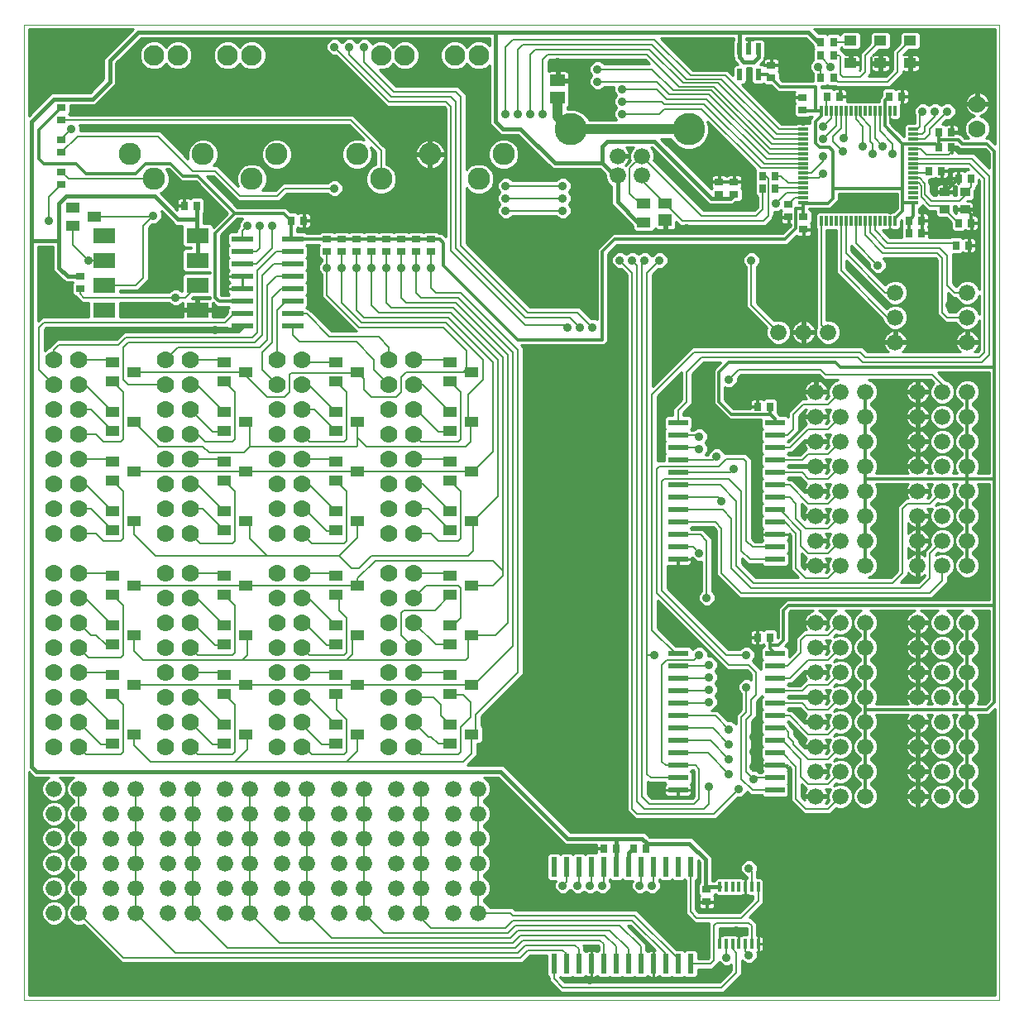
<source format=gtl>
G75*
%MOIN*%
%OFA0B0*%
%FSLAX25Y25*%
%IPPOS*%
%LPD*%
%AMOC8*
5,1,8,0,0,1.08239X$1,22.5*
%
%ADD10C,0.00000*%
%ADD11C,0.06600*%
%ADD12C,0.13000*%
%ADD13R,0.08661X0.02362*%
%ADD14C,0.09000*%
%ADD15C,0.08268*%
%ADD16R,0.05512X0.03937*%
%ADD17R,0.02165X0.04724*%
%ADD18R,0.02756X0.03543*%
%ADD19R,0.03543X0.02756*%
%ADD20R,0.08000X0.02362*%
%ADD21R,0.04724X0.03850*%
%ADD22R,0.09055X0.06299*%
%ADD23R,0.05669X0.03937*%
%ADD24R,0.05669X0.04724*%
%ADD25C,0.07000*%
%ADD26R,0.05906X0.05118*%
%ADD27R,0.03937X0.01181*%
%ADD28R,0.01181X0.03937*%
%ADD29R,0.03937X0.03543*%
%ADD30R,0.02362X0.08000*%
%ADD31R,0.01200X0.03900*%
%ADD32C,0.00800*%
%ADD33C,0.03575*%
%ADD34C,0.01200*%
%ADD35C,0.01600*%
%ADD36C,0.01000*%
%ADD37C,0.23622*%
%ADD38C,0.02400*%
%ADD39C,0.04000*%
D10*
X0001500Y0001500D02*
X0001500Y0394500D01*
X0394500Y0394500D01*
X0394500Y0001500D01*
X0001500Y0001500D01*
D11*
X0013500Y0036500D03*
X0013500Y0046500D03*
X0023500Y0046500D03*
X0023500Y0036500D03*
X0036500Y0036500D03*
X0036500Y0046500D03*
X0046500Y0046500D03*
X0046500Y0036500D03*
X0059500Y0036500D03*
X0059500Y0046500D03*
X0069500Y0046500D03*
X0069500Y0036500D03*
X0082500Y0036500D03*
X0082500Y0046500D03*
X0082500Y0056500D03*
X0082500Y0066500D03*
X0082500Y0076500D03*
X0082500Y0086500D03*
X0092500Y0086500D03*
X0092500Y0076500D03*
X0092500Y0066500D03*
X0092500Y0056500D03*
X0092500Y0046500D03*
X0092500Y0036500D03*
X0105500Y0036500D03*
X0105500Y0046500D03*
X0105500Y0056500D03*
X0105500Y0066500D03*
X0105500Y0076500D03*
X0105500Y0086500D03*
X0115500Y0086500D03*
X0115500Y0076500D03*
X0115500Y0066500D03*
X0115500Y0056500D03*
X0115500Y0046500D03*
X0115500Y0036500D03*
X0128500Y0036500D03*
X0128500Y0046500D03*
X0138500Y0046500D03*
X0138500Y0036500D03*
X0151500Y0036500D03*
X0151500Y0046500D03*
X0161500Y0046500D03*
X0161500Y0036500D03*
X0174500Y0036500D03*
X0174500Y0046500D03*
X0184500Y0046500D03*
X0184500Y0036500D03*
X0184500Y0056500D03*
X0184500Y0066500D03*
X0174500Y0066500D03*
X0174500Y0056500D03*
X0161500Y0056500D03*
X0161500Y0066500D03*
X0151500Y0066500D03*
X0151500Y0056500D03*
X0138500Y0056500D03*
X0138500Y0066500D03*
X0128500Y0066500D03*
X0128500Y0056500D03*
X0128500Y0076500D03*
X0128500Y0086500D03*
X0138500Y0086500D03*
X0138500Y0076500D03*
X0151500Y0076500D03*
X0151500Y0086500D03*
X0161500Y0086500D03*
X0161500Y0076500D03*
X0174500Y0076500D03*
X0174500Y0086500D03*
X0184500Y0086500D03*
X0184500Y0076500D03*
X0069500Y0076500D03*
X0069500Y0086500D03*
X0059500Y0086500D03*
X0059500Y0076500D03*
X0059500Y0066500D03*
X0059500Y0056500D03*
X0069500Y0056500D03*
X0069500Y0066500D03*
X0046500Y0066500D03*
X0046500Y0056500D03*
X0036500Y0056500D03*
X0036500Y0066500D03*
X0036500Y0076500D03*
X0036500Y0086500D03*
X0046500Y0086500D03*
X0046500Y0076500D03*
X0023500Y0076500D03*
X0023500Y0086500D03*
X0013500Y0086500D03*
X0013500Y0076500D03*
X0013500Y0066500D03*
X0013500Y0056500D03*
X0023500Y0056500D03*
X0023500Y0066500D03*
X0240579Y0333700D03*
X0240579Y0341500D03*
X0250421Y0341500D03*
X0250421Y0333700D03*
X0305500Y0270500D03*
X0315500Y0270500D03*
X0325500Y0270500D03*
X0320500Y0246500D03*
X0320500Y0236500D03*
X0320500Y0226500D03*
X0320500Y0216500D03*
X0320500Y0206500D03*
X0320500Y0196500D03*
X0320500Y0186500D03*
X0320500Y0176500D03*
X0330500Y0176500D03*
X0340500Y0176500D03*
X0340500Y0186500D03*
X0340500Y0196500D03*
X0330500Y0196500D03*
X0330500Y0186500D03*
X0330500Y0206500D03*
X0330500Y0216500D03*
X0340500Y0216500D03*
X0340500Y0206500D03*
X0340500Y0226500D03*
X0340500Y0236500D03*
X0330500Y0236500D03*
X0330500Y0226500D03*
X0330500Y0246500D03*
X0340500Y0246500D03*
X0352500Y0266500D03*
X0352500Y0276500D03*
X0352500Y0286500D03*
X0381500Y0286500D03*
X0381500Y0276500D03*
X0381500Y0266500D03*
X0381500Y0246500D03*
X0381500Y0236500D03*
X0381500Y0226500D03*
X0381500Y0216500D03*
X0381500Y0206500D03*
X0381500Y0196500D03*
X0381500Y0186500D03*
X0381500Y0176500D03*
X0371500Y0176500D03*
X0361500Y0176500D03*
X0361500Y0186500D03*
X0361500Y0196500D03*
X0371500Y0196500D03*
X0371500Y0186500D03*
X0371500Y0206500D03*
X0371500Y0216500D03*
X0361500Y0216500D03*
X0361500Y0206500D03*
X0361500Y0226500D03*
X0361500Y0236500D03*
X0371500Y0236500D03*
X0371500Y0226500D03*
X0371500Y0246500D03*
X0361500Y0246500D03*
X0361500Y0153500D03*
X0361500Y0143500D03*
X0371500Y0143500D03*
X0371500Y0153500D03*
X0381500Y0153500D03*
X0381500Y0143500D03*
X0381500Y0133500D03*
X0381500Y0123500D03*
X0381500Y0113500D03*
X0381500Y0103500D03*
X0381500Y0093500D03*
X0381500Y0083500D03*
X0371500Y0083500D03*
X0371500Y0093500D03*
X0361500Y0093500D03*
X0361500Y0083500D03*
X0361500Y0103500D03*
X0361500Y0113500D03*
X0371500Y0113500D03*
X0371500Y0103500D03*
X0371500Y0123500D03*
X0371500Y0133500D03*
X0361500Y0133500D03*
X0361500Y0123500D03*
X0340500Y0123500D03*
X0340500Y0133500D03*
X0330500Y0133500D03*
X0330500Y0123500D03*
X0330500Y0113500D03*
X0330500Y0103500D03*
X0340500Y0103500D03*
X0340500Y0113500D03*
X0340500Y0093500D03*
X0340500Y0083500D03*
X0330500Y0083500D03*
X0330500Y0093500D03*
X0320500Y0093500D03*
X0320500Y0083500D03*
X0320500Y0103500D03*
X0320500Y0113500D03*
X0320500Y0123500D03*
X0320500Y0133500D03*
X0320500Y0143500D03*
X0320500Y0153500D03*
X0330500Y0153500D03*
X0330500Y0143500D03*
X0340500Y0143500D03*
X0340500Y0153500D03*
D12*
X0269200Y0352200D03*
X0221800Y0352200D03*
D13*
X0109736Y0308000D03*
X0109736Y0303000D03*
X0109736Y0298000D03*
X0109736Y0293000D03*
X0109736Y0288000D03*
X0109736Y0283000D03*
X0109736Y0278000D03*
X0109736Y0273000D03*
X0089264Y0273000D03*
X0089264Y0278000D03*
X0089264Y0283000D03*
X0089264Y0288000D03*
X0089264Y0293000D03*
X0089264Y0298000D03*
X0089264Y0303000D03*
X0089264Y0308000D03*
D14*
X0093135Y0332306D03*
X0103135Y0342227D03*
X0073489Y0342187D03*
X0053765Y0332266D03*
X0044040Y0342227D03*
X0135540Y0342227D03*
X0145265Y0332266D03*
X0164989Y0342187D03*
X0184635Y0332306D03*
X0194635Y0342227D03*
D15*
X0184635Y0382027D03*
X0174935Y0382027D03*
X0154835Y0382027D03*
X0145235Y0382027D03*
X0093135Y0382027D03*
X0083435Y0382027D03*
X0063335Y0382027D03*
X0053735Y0382027D03*
D16*
X0029831Y0317000D03*
X0021169Y0313260D03*
X0021169Y0320740D03*
X0037169Y0258240D03*
X0037169Y0250760D03*
X0045831Y0254500D03*
X0037169Y0238240D03*
X0037169Y0230760D03*
X0045831Y0234500D03*
X0037169Y0218240D03*
X0037169Y0210760D03*
X0045831Y0214500D03*
X0037169Y0198240D03*
X0037169Y0190760D03*
X0045831Y0194500D03*
X0037169Y0172240D03*
X0037169Y0164760D03*
X0045831Y0168500D03*
X0037169Y0152240D03*
X0037169Y0144760D03*
X0045831Y0148500D03*
X0037169Y0132240D03*
X0037169Y0124760D03*
X0045831Y0128500D03*
X0037169Y0112240D03*
X0037169Y0104760D03*
X0045831Y0108500D03*
X0082169Y0104760D03*
X0082169Y0112240D03*
X0090831Y0108500D03*
X0082169Y0124760D03*
X0082169Y0132240D03*
X0090831Y0128500D03*
X0082169Y0144760D03*
X0082169Y0152240D03*
X0090831Y0148500D03*
X0082169Y0164760D03*
X0082169Y0172240D03*
X0090831Y0168500D03*
X0082169Y0190760D03*
X0082169Y0198240D03*
X0090831Y0194500D03*
X0082169Y0210760D03*
X0082169Y0218240D03*
X0090831Y0214500D03*
X0082169Y0230760D03*
X0082169Y0238240D03*
X0090831Y0234500D03*
X0082169Y0250760D03*
X0082169Y0258240D03*
X0090831Y0254500D03*
X0127169Y0250760D03*
X0127169Y0258240D03*
X0135831Y0254500D03*
X0127169Y0238240D03*
X0127169Y0230760D03*
X0135831Y0234500D03*
X0127169Y0218240D03*
X0127169Y0210760D03*
X0135831Y0214500D03*
X0127169Y0198240D03*
X0127169Y0190760D03*
X0135831Y0194500D03*
X0127169Y0172240D03*
X0127169Y0164760D03*
X0135831Y0168500D03*
X0127169Y0152240D03*
X0127169Y0144760D03*
X0135831Y0148500D03*
X0127169Y0132240D03*
X0127169Y0124760D03*
X0135831Y0128500D03*
X0127169Y0112240D03*
X0127169Y0104760D03*
X0135831Y0108500D03*
X0173169Y0104760D03*
X0173169Y0112240D03*
X0181831Y0108500D03*
X0173169Y0124760D03*
X0173169Y0132240D03*
X0181831Y0128500D03*
X0173169Y0144760D03*
X0173169Y0152240D03*
X0181831Y0148500D03*
X0173169Y0164760D03*
X0173169Y0172240D03*
X0181831Y0168500D03*
X0173169Y0190760D03*
X0173169Y0198240D03*
X0181831Y0194500D03*
X0173169Y0210760D03*
X0173169Y0218240D03*
X0181831Y0214500D03*
X0173169Y0230760D03*
X0173169Y0238240D03*
X0181831Y0234500D03*
X0173169Y0250760D03*
X0173169Y0258240D03*
X0181831Y0254500D03*
D17*
X0289760Y0374382D03*
X0297240Y0374382D03*
X0297240Y0384618D03*
X0293500Y0384618D03*
X0289760Y0384618D03*
D18*
X0322441Y0382000D03*
X0327559Y0382000D03*
X0327559Y0387500D03*
X0322441Y0387500D03*
X0322441Y0373000D03*
X0327559Y0373000D03*
X0330059Y0365500D03*
X0324941Y0365500D03*
X0349941Y0365500D03*
X0355059Y0365500D03*
X0369941Y0351000D03*
X0375059Y0351000D03*
X0375059Y0345000D03*
X0369941Y0345000D03*
X0371059Y0335500D03*
X0365941Y0335500D03*
X0377941Y0332500D03*
X0383059Y0332500D03*
X0383059Y0314500D03*
X0377941Y0314500D03*
X0376941Y0305500D03*
X0382059Y0305500D03*
X0363059Y0310500D03*
X0363059Y0315500D03*
X0357941Y0315500D03*
X0357941Y0310500D03*
X0304059Y0328500D03*
X0298941Y0328500D03*
X0298941Y0333500D03*
X0304059Y0333500D03*
X0302059Y0240500D03*
X0296941Y0240500D03*
X0296941Y0147500D03*
X0302059Y0147500D03*
X0252059Y0062500D03*
X0246941Y0062500D03*
X0240059Y0062500D03*
X0234941Y0062500D03*
X0114059Y0315500D03*
X0108941Y0315500D03*
X0071059Y0321500D03*
X0065941Y0321500D03*
D19*
X0024000Y0293059D03*
X0024000Y0287941D03*
X0016500Y0329941D03*
X0016500Y0335059D03*
X0016500Y0342941D03*
X0016500Y0348059D03*
X0016500Y0355941D03*
X0016500Y0361059D03*
X0123500Y0308059D03*
X0123500Y0302941D03*
X0129500Y0302941D03*
X0129500Y0308059D03*
X0135500Y0308059D03*
X0135500Y0302941D03*
X0141500Y0302941D03*
X0141500Y0308059D03*
X0147500Y0308059D03*
X0147500Y0302941D03*
X0153500Y0302941D03*
X0153500Y0308059D03*
X0159500Y0308059D03*
X0159500Y0302941D03*
X0165500Y0302941D03*
X0165500Y0308059D03*
X0281500Y0325941D03*
X0281500Y0331059D03*
X0287500Y0331059D03*
X0287500Y0325941D03*
X0309500Y0322059D03*
X0309500Y0316941D03*
X0315500Y0317059D03*
X0315500Y0311941D03*
X0315000Y0359941D03*
X0315000Y0365059D03*
X0302500Y0372941D03*
X0302500Y0378059D03*
X0276500Y0046059D03*
X0276500Y0040941D03*
D20*
X0264913Y0086000D03*
X0264913Y0091000D03*
X0264913Y0096000D03*
X0264913Y0101000D03*
X0264913Y0106000D03*
X0264913Y0111000D03*
X0264913Y0116000D03*
X0264913Y0121000D03*
X0264913Y0126000D03*
X0264913Y0131000D03*
X0264913Y0136000D03*
X0264913Y0141000D03*
X0264913Y0179000D03*
X0264913Y0184000D03*
X0264913Y0189000D03*
X0264913Y0194000D03*
X0264913Y0199000D03*
X0264913Y0204000D03*
X0264913Y0209000D03*
X0264913Y0214000D03*
X0264913Y0219000D03*
X0264913Y0224000D03*
X0264913Y0229000D03*
X0264913Y0234000D03*
X0304087Y0234000D03*
X0304087Y0229000D03*
X0304087Y0224000D03*
X0304087Y0219000D03*
X0304087Y0214000D03*
X0304087Y0209000D03*
X0304087Y0204000D03*
X0304087Y0199000D03*
X0304087Y0194000D03*
X0304087Y0189000D03*
X0304087Y0184000D03*
X0304087Y0179000D03*
X0304087Y0141000D03*
X0304087Y0136000D03*
X0304087Y0131000D03*
X0304087Y0126000D03*
X0304087Y0121000D03*
X0304087Y0116000D03*
X0304087Y0111000D03*
X0304087Y0106000D03*
X0304087Y0101000D03*
X0304087Y0096000D03*
X0304087Y0091000D03*
X0304087Y0086000D03*
D21*
X0334500Y0378856D03*
X0334500Y0388126D03*
X0346500Y0388126D03*
X0346500Y0378856D03*
X0358500Y0378856D03*
X0358500Y0388126D03*
D22*
X0071280Y0309500D03*
X0071280Y0299500D03*
X0071280Y0289500D03*
X0071280Y0279500D03*
X0033720Y0279500D03*
X0033720Y0289500D03*
X0033720Y0299500D03*
X0033720Y0309500D03*
D23*
X0251169Y0314760D03*
X0251169Y0322240D03*
X0259831Y0322240D03*
D24*
X0259831Y0315547D03*
D25*
X0158500Y0259500D03*
X0158500Y0249500D03*
X0158500Y0239500D03*
X0158500Y0229500D03*
X0158500Y0219500D03*
X0158500Y0209500D03*
X0158500Y0199500D03*
X0158500Y0189500D03*
X0148500Y0189500D03*
X0148500Y0199500D03*
X0148500Y0209500D03*
X0148500Y0219500D03*
X0148500Y0229500D03*
X0148500Y0239500D03*
X0148500Y0249500D03*
X0148500Y0259500D03*
X0113500Y0259500D03*
X0113500Y0249500D03*
X0103500Y0249500D03*
X0103500Y0259500D03*
X0103500Y0239500D03*
X0113500Y0239500D03*
X0113500Y0229500D03*
X0113500Y0219500D03*
X0103500Y0219500D03*
X0103500Y0229500D03*
X0103500Y0209500D03*
X0103500Y0199500D03*
X0113500Y0199500D03*
X0113500Y0209500D03*
X0113500Y0189500D03*
X0103500Y0189500D03*
X0103500Y0173500D03*
X0103500Y0163500D03*
X0113500Y0163500D03*
X0113500Y0173500D03*
X0113500Y0153500D03*
X0113500Y0143500D03*
X0103500Y0143500D03*
X0103500Y0153500D03*
X0103500Y0133500D03*
X0103500Y0123500D03*
X0113500Y0123500D03*
X0113500Y0133500D03*
X0113500Y0113500D03*
X0113500Y0103500D03*
X0103500Y0103500D03*
X0103500Y0113500D03*
X0068500Y0113500D03*
X0068500Y0103500D03*
X0058500Y0103500D03*
X0058500Y0113500D03*
X0058500Y0123500D03*
X0058500Y0133500D03*
X0058500Y0143500D03*
X0058500Y0153500D03*
X0058500Y0163500D03*
X0058500Y0173500D03*
X0068500Y0173500D03*
X0068500Y0163500D03*
X0068500Y0153500D03*
X0068500Y0143500D03*
X0068500Y0133500D03*
X0068500Y0123500D03*
X0023500Y0123500D03*
X0023500Y0133500D03*
X0013500Y0133500D03*
X0013500Y0123500D03*
X0013500Y0113500D03*
X0013500Y0103500D03*
X0023500Y0103500D03*
X0023500Y0113500D03*
X0023500Y0143500D03*
X0023500Y0153500D03*
X0013500Y0153500D03*
X0013500Y0143500D03*
X0013500Y0163500D03*
X0013500Y0173500D03*
X0023500Y0173500D03*
X0023500Y0163500D03*
X0023500Y0189500D03*
X0013500Y0189500D03*
X0013500Y0199500D03*
X0013500Y0209500D03*
X0023500Y0209500D03*
X0023500Y0199500D03*
X0023500Y0219500D03*
X0023500Y0229500D03*
X0013500Y0229500D03*
X0013500Y0219500D03*
X0013500Y0239500D03*
X0023500Y0239500D03*
X0023500Y0249500D03*
X0023500Y0259500D03*
X0013500Y0259500D03*
X0013500Y0249500D03*
X0058500Y0249500D03*
X0058500Y0259500D03*
X0068500Y0259500D03*
X0068500Y0249500D03*
X0068500Y0239500D03*
X0068500Y0229500D03*
X0068500Y0219500D03*
X0068500Y0209500D03*
X0068500Y0199500D03*
X0068500Y0189500D03*
X0058500Y0189500D03*
X0058500Y0199500D03*
X0058500Y0209500D03*
X0058500Y0219500D03*
X0058500Y0229500D03*
X0058500Y0239500D03*
X0148500Y0173500D03*
X0148500Y0163500D03*
X0148500Y0153500D03*
X0148500Y0143500D03*
X0148500Y0133500D03*
X0148500Y0123500D03*
X0148500Y0113500D03*
X0148500Y0103500D03*
X0158500Y0103500D03*
X0158500Y0113500D03*
X0158500Y0123500D03*
X0158500Y0133500D03*
X0158500Y0143500D03*
X0158500Y0153500D03*
X0158500Y0163500D03*
X0158500Y0173500D03*
X0385500Y0352500D03*
X0385500Y0362500D03*
D26*
X0216500Y0365154D03*
X0216500Y0371846D03*
D27*
X0315354Y0352264D03*
X0315354Y0350295D03*
X0315354Y0348327D03*
X0315354Y0346358D03*
X0315354Y0344390D03*
X0315354Y0342421D03*
X0315354Y0340453D03*
X0315354Y0338484D03*
X0315354Y0336516D03*
X0315354Y0334547D03*
X0315354Y0332579D03*
X0315354Y0330610D03*
X0315354Y0328642D03*
X0315354Y0326673D03*
X0315354Y0324705D03*
X0315354Y0322736D03*
X0359646Y0322736D03*
X0359646Y0324705D03*
X0359646Y0326673D03*
X0359646Y0328642D03*
X0359646Y0330610D03*
X0359646Y0332579D03*
X0359646Y0334547D03*
X0359646Y0336516D03*
X0359646Y0338484D03*
X0359646Y0340453D03*
X0359646Y0342421D03*
X0359646Y0344390D03*
X0359646Y0346358D03*
X0359646Y0348327D03*
X0359646Y0350295D03*
X0359646Y0352264D03*
D28*
X0352264Y0359646D03*
X0350295Y0359646D03*
X0348327Y0359646D03*
X0346358Y0359646D03*
X0344390Y0359646D03*
X0342421Y0359646D03*
X0340453Y0359646D03*
X0338484Y0359646D03*
X0336516Y0359646D03*
X0334547Y0359646D03*
X0332579Y0359646D03*
X0330610Y0359646D03*
X0328642Y0359646D03*
X0326673Y0359646D03*
X0324705Y0359646D03*
X0322736Y0359646D03*
X0322736Y0315354D03*
X0324705Y0315354D03*
X0326673Y0315354D03*
X0328642Y0315354D03*
X0330610Y0315354D03*
X0332579Y0315354D03*
X0334547Y0315354D03*
X0336516Y0315354D03*
X0338484Y0315354D03*
X0340453Y0315354D03*
X0342421Y0315354D03*
X0344390Y0315354D03*
X0346358Y0315354D03*
X0348327Y0315354D03*
X0350295Y0315354D03*
X0352264Y0315354D03*
D29*
X0372465Y0320055D03*
X0372465Y0326945D03*
X0380535Y0326945D03*
X0380535Y0320055D03*
D30*
X0270000Y0055087D03*
X0265000Y0055087D03*
X0260000Y0055087D03*
X0255000Y0055087D03*
X0250000Y0055087D03*
X0245000Y0055087D03*
X0240000Y0055087D03*
X0235000Y0055087D03*
X0230000Y0055087D03*
X0225000Y0055087D03*
X0220000Y0055087D03*
X0215000Y0055087D03*
X0215000Y0015913D03*
X0220000Y0015913D03*
X0225000Y0015913D03*
X0230000Y0015913D03*
X0235000Y0015913D03*
X0240000Y0015913D03*
X0245000Y0015913D03*
X0250000Y0015913D03*
X0255000Y0015913D03*
X0260000Y0015913D03*
X0265000Y0015913D03*
X0270000Y0015913D03*
D31*
X0281823Y0024013D03*
X0284382Y0024013D03*
X0286941Y0024013D03*
X0289500Y0024013D03*
X0292059Y0024013D03*
X0294618Y0024013D03*
X0297177Y0024013D03*
X0297177Y0046987D03*
X0294618Y0046987D03*
X0292059Y0046987D03*
X0289500Y0046987D03*
X0286941Y0046987D03*
X0284382Y0046987D03*
X0281823Y0046987D03*
D32*
X0294618Y0046987D02*
X0294618Y0053382D01*
X0293500Y0054500D01*
X0297177Y0046987D02*
X0297177Y0041177D01*
X0290500Y0034500D01*
X0272500Y0034500D01*
X0270000Y0037000D01*
X0270000Y0055087D01*
X0255000Y0055087D02*
X0255000Y0048000D01*
X0254500Y0047500D01*
X0250000Y0048000D02*
X0249500Y0047500D01*
X0250000Y0048000D02*
X0250000Y0055087D01*
X0235000Y0055087D02*
X0235000Y0048000D01*
X0234500Y0047500D01*
X0230000Y0048000D02*
X0229500Y0047500D01*
X0230000Y0048000D02*
X0230000Y0055087D01*
X0225000Y0055087D02*
X0225000Y0048000D01*
X0224500Y0047500D01*
X0220000Y0049000D02*
X0218500Y0047500D01*
X0220000Y0049000D02*
X0220000Y0055087D01*
X0198500Y0035500D02*
X0247500Y0035500D01*
X0265000Y0018000D01*
X0265000Y0015913D01*
X0260000Y0015913D02*
X0260000Y0020000D01*
X0246500Y0033500D01*
X0198500Y0033500D01*
X0195500Y0030500D01*
X0165500Y0030500D01*
X0161500Y0034500D01*
X0161500Y0036500D01*
X0161500Y0046500D01*
X0161500Y0056500D01*
X0161500Y0066500D01*
X0161500Y0076500D01*
X0161500Y0086500D01*
X0161500Y0100500D02*
X0176500Y0100500D01*
X0177500Y0101500D01*
X0177500Y0111500D01*
X0181500Y0115500D01*
X0181500Y0121500D01*
X0178500Y0124500D01*
X0173429Y0124500D01*
X0173169Y0124760D01*
X0169500Y0120500D02*
X0169500Y0115909D01*
X0173169Y0112240D01*
X0173169Y0104760D02*
X0168240Y0104760D01*
X0165500Y0107500D01*
X0164500Y0107500D01*
X0158500Y0113500D01*
X0158500Y0103500D02*
X0161500Y0100500D01*
X0178500Y0097500D02*
X0131500Y0097500D01*
X0086500Y0097500D01*
X0091500Y0102500D01*
X0091500Y0107831D01*
X0090831Y0108500D01*
X0086500Y0101500D02*
X0086500Y0120429D01*
X0082169Y0124760D01*
X0082169Y0132240D02*
X0080909Y0133500D01*
X0068500Y0133500D01*
X0071500Y0140500D02*
X0085500Y0140500D01*
X0086500Y0141500D01*
X0086500Y0160429D01*
X0082169Y0164760D01*
X0082169Y0172240D02*
X0080909Y0173500D01*
X0068500Y0173500D01*
X0068500Y0163500D02*
X0070909Y0163500D01*
X0082169Y0152240D01*
X0082169Y0144760D02*
X0081909Y0144500D01*
X0078500Y0144500D01*
X0069500Y0153500D01*
X0068500Y0153500D01*
X0068500Y0143500D02*
X0071500Y0140500D01*
X0070909Y0123500D02*
X0082169Y0112240D01*
X0082169Y0104760D02*
X0081909Y0104500D01*
X0077500Y0104500D01*
X0068500Y0113500D01*
X0068500Y0103500D02*
X0071500Y0100500D01*
X0085500Y0100500D01*
X0086500Y0101500D01*
X0086500Y0097500D02*
X0052500Y0097500D01*
X0045831Y0104169D01*
X0045831Y0108500D01*
X0041500Y0101500D02*
X0041500Y0120429D01*
X0037169Y0124760D01*
X0037169Y0132240D02*
X0035909Y0133500D01*
X0023500Y0133500D01*
X0027500Y0139500D02*
X0040500Y0139500D01*
X0041500Y0140500D01*
X0041500Y0160429D01*
X0037169Y0164760D01*
X0037169Y0172240D02*
X0035909Y0173500D01*
X0023500Y0173500D01*
X0023500Y0163500D02*
X0025909Y0163500D01*
X0037169Y0152240D01*
X0037169Y0144760D02*
X0034240Y0144760D01*
X0030500Y0148500D01*
X0028500Y0148500D01*
X0023500Y0153500D01*
X0023500Y0143500D02*
X0027500Y0139500D01*
X0025909Y0123500D02*
X0023500Y0123500D01*
X0025909Y0123500D02*
X0037169Y0112240D01*
X0037169Y0104760D02*
X0036909Y0104500D01*
X0032500Y0104500D01*
X0023500Y0113500D01*
X0023500Y0103500D02*
X0026500Y0100500D01*
X0040500Y0100500D01*
X0041500Y0101500D01*
X0046500Y0086500D02*
X0046500Y0076500D01*
X0046500Y0066500D01*
X0046500Y0056500D01*
X0046500Y0046500D01*
X0046500Y0036500D01*
X0062500Y0020500D01*
X0200500Y0020500D01*
X0203500Y0023500D01*
X0223500Y0023500D01*
X0225000Y0022000D01*
X0225000Y0015913D01*
X0220000Y0015913D02*
X0220000Y0020000D01*
X0218500Y0021500D01*
X0204500Y0021500D01*
X0201500Y0018500D01*
X0041500Y0018500D01*
X0023500Y0036500D01*
X0023500Y0046500D01*
X0023500Y0056500D01*
X0023500Y0066500D01*
X0023500Y0076500D01*
X0023500Y0086500D01*
X0045831Y0128500D02*
X0090831Y0128500D01*
X0135831Y0128500D01*
X0181831Y0128500D01*
X0182831Y0128500D01*
X0198500Y0144169D01*
X0198500Y0262500D01*
X0176500Y0284500D01*
X0161500Y0284500D01*
X0159500Y0286500D01*
X0159500Y0296500D01*
X0159500Y0302941D01*
X0165500Y0302941D02*
X0165500Y0296500D01*
X0165500Y0288500D01*
X0167500Y0286500D01*
X0177500Y0286500D01*
X0200500Y0263500D01*
X0200500Y0133500D01*
X0183500Y0116500D01*
X0183500Y0110169D01*
X0181831Y0108500D01*
X0181831Y0100831D01*
X0178500Y0097500D01*
X0184500Y0086500D02*
X0184500Y0076500D01*
X0184500Y0066500D01*
X0184500Y0056500D01*
X0184500Y0046500D01*
X0184500Y0036500D01*
X0197500Y0036500D01*
X0198500Y0035500D01*
X0199500Y0031500D02*
X0196500Y0028500D01*
X0146500Y0028500D01*
X0138500Y0036500D01*
X0138500Y0046500D01*
X0138500Y0044500D01*
X0138500Y0046500D02*
X0138500Y0056500D01*
X0138500Y0066500D01*
X0138500Y0076500D01*
X0138500Y0086500D01*
X0131500Y0097500D02*
X0135831Y0101831D01*
X0135831Y0108500D01*
X0131500Y0114500D02*
X0127500Y0118500D01*
X0127500Y0124429D01*
X0127169Y0124760D01*
X0127169Y0132240D02*
X0125909Y0133500D01*
X0113500Y0133500D01*
X0116500Y0140500D02*
X0130500Y0140500D01*
X0131500Y0141500D01*
X0131500Y0155500D01*
X0128500Y0158500D01*
X0128500Y0164091D01*
X0127831Y0164760D01*
X0127169Y0164760D01*
X0127169Y0172240D02*
X0125909Y0173500D01*
X0113500Y0173500D01*
X0113500Y0163500D02*
X0115909Y0163500D01*
X0127169Y0152240D01*
X0127169Y0144760D02*
X0126909Y0144500D01*
X0123500Y0144500D01*
X0114500Y0153500D01*
X0113500Y0153500D01*
X0113500Y0143500D02*
X0116500Y0140500D01*
X0131500Y0138500D02*
X0179500Y0138500D01*
X0180500Y0139500D01*
X0180500Y0147169D01*
X0181831Y0148500D01*
X0191500Y0148500D01*
X0196500Y0153500D01*
X0196500Y0261500D01*
X0175500Y0282500D01*
X0155500Y0282500D01*
X0153500Y0284500D01*
X0153500Y0296500D01*
X0153500Y0302941D01*
X0147500Y0302941D02*
X0147500Y0296500D01*
X0147500Y0282500D01*
X0149500Y0280500D01*
X0174500Y0280500D01*
X0194500Y0260500D01*
X0194500Y0174500D01*
X0190500Y0178500D01*
X0143000Y0178500D01*
X0135831Y0171331D01*
X0135831Y0168500D01*
X0090831Y0168500D01*
X0045831Y0168500D01*
X0054500Y0180500D02*
X0099500Y0180500D01*
X0092500Y0187500D01*
X0092500Y0192831D01*
X0090831Y0194500D01*
X0086500Y0186500D02*
X0086500Y0206429D01*
X0082169Y0210760D01*
X0082169Y0218240D02*
X0080909Y0219500D01*
X0068500Y0219500D01*
X0073500Y0224500D02*
X0055500Y0224500D01*
X0055500Y0224831D01*
X0045831Y0234500D01*
X0041500Y0227500D02*
X0041500Y0246429D01*
X0037169Y0250760D01*
X0041500Y0251500D02*
X0043500Y0249500D01*
X0058500Y0249500D01*
X0058500Y0259500D02*
X0063500Y0264500D01*
X0096500Y0264500D01*
X0099500Y0267500D01*
X0099500Y0289500D01*
X0103000Y0293000D01*
X0109736Y0293000D01*
X0109736Y0288000D02*
X0105000Y0288000D01*
X0101500Y0284500D01*
X0101500Y0266500D01*
X0097500Y0262500D01*
X0097500Y0255500D01*
X0103500Y0249500D01*
X0108500Y0246500D02*
X0108500Y0253500D01*
X0109169Y0254169D01*
X0135500Y0254169D01*
X0135831Y0254500D01*
X0138500Y0251831D01*
X0138500Y0247500D01*
X0141500Y0244500D01*
X0151500Y0244500D01*
X0153500Y0246500D01*
X0153500Y0252500D01*
X0155500Y0254500D01*
X0178500Y0254500D01*
X0179831Y0255831D01*
X0179831Y0263169D01*
X0170500Y0272500D01*
X0136500Y0272500D01*
X0123500Y0285500D01*
X0123500Y0296500D01*
X0123500Y0302941D01*
X0129500Y0302941D02*
X0129500Y0296500D01*
X0129500Y0282500D01*
X0137500Y0274500D01*
X0171500Y0274500D01*
X0186500Y0259500D01*
X0186500Y0251500D01*
X0180500Y0245500D01*
X0180500Y0235831D01*
X0181831Y0234500D01*
X0181500Y0234500D01*
X0181500Y0226500D01*
X0179500Y0224500D01*
X0139500Y0224500D01*
X0135831Y0228169D01*
X0135831Y0234500D01*
X0135831Y0224831D01*
X0135500Y0224500D01*
X0092500Y0224500D01*
X0090000Y0222000D01*
X0076000Y0222000D01*
X0073500Y0224500D01*
X0074500Y0226500D02*
X0085500Y0226500D01*
X0086500Y0227500D01*
X0086500Y0246429D01*
X0082169Y0250760D01*
X0082169Y0258240D02*
X0080909Y0259500D01*
X0068500Y0259500D01*
X0068500Y0249500D02*
X0070909Y0249500D01*
X0082169Y0238240D01*
X0081500Y0238909D01*
X0082169Y0230760D02*
X0081909Y0230500D01*
X0077500Y0230500D01*
X0068500Y0239500D01*
X0068500Y0229500D02*
X0071500Y0229500D01*
X0074500Y0226500D01*
X0081500Y0230091D02*
X0082169Y0230760D01*
X0090831Y0234500D02*
X0091169Y0234500D01*
X0092500Y0233169D01*
X0092500Y0224500D01*
X0090831Y0214500D02*
X0135831Y0214500D01*
X0181831Y0214500D01*
X0182500Y0214500D01*
X0190500Y0222500D01*
X0190500Y0258500D01*
X0172500Y0276500D01*
X0138500Y0276500D01*
X0135500Y0279500D01*
X0135500Y0296500D01*
X0135500Y0302941D01*
X0141500Y0302941D02*
X0141500Y0296500D01*
X0141500Y0281500D01*
X0144500Y0278500D01*
X0173500Y0278500D01*
X0192500Y0259500D01*
X0192500Y0204500D01*
X0182500Y0194500D01*
X0181831Y0194500D01*
X0182500Y0194500D02*
X0182500Y0182500D01*
X0180500Y0180500D01*
X0141500Y0180500D01*
X0136500Y0175500D01*
X0133500Y0175500D01*
X0128500Y0180500D01*
X0099500Y0180500D01*
X0113500Y0189500D02*
X0117500Y0185500D01*
X0130500Y0185500D01*
X0131500Y0186500D01*
X0131500Y0206429D01*
X0127169Y0210760D01*
X0127169Y0218240D02*
X0125909Y0219500D01*
X0113500Y0219500D01*
X0116500Y0226500D02*
X0113500Y0229500D01*
X0116500Y0226500D02*
X0130500Y0226500D01*
X0131500Y0227500D01*
X0131500Y0246429D01*
X0127169Y0250760D01*
X0127169Y0258240D02*
X0114760Y0258240D01*
X0113500Y0259500D01*
X0112250Y0266750D02*
X0109736Y0269264D01*
X0109736Y0273000D01*
X0112250Y0266750D02*
X0135250Y0266750D01*
X0142500Y0259500D01*
X0142500Y0255500D01*
X0148500Y0249500D01*
X0148500Y0259500D02*
X0148500Y0264500D01*
X0144250Y0268750D01*
X0124500Y0268750D01*
X0115250Y0278000D01*
X0109736Y0278000D01*
X0109736Y0283000D02*
X0107000Y0283000D01*
X0103500Y0279500D01*
X0103500Y0259500D01*
X0113500Y0249500D02*
X0115909Y0249500D01*
X0127169Y0238240D01*
X0127169Y0230760D02*
X0118429Y0239500D01*
X0113500Y0239500D01*
X0106500Y0244500D02*
X0108500Y0246500D01*
X0106500Y0244500D02*
X0099500Y0244500D01*
X0090831Y0253169D01*
X0090831Y0254500D01*
X0045831Y0254500D01*
X0041500Y0251500D02*
X0041500Y0264500D01*
X0043500Y0266500D01*
X0094500Y0266500D01*
X0097500Y0269500D01*
X0097500Y0293500D01*
X0102000Y0298000D01*
X0109736Y0298000D01*
X0109736Y0303000D02*
X0103000Y0303000D01*
X0095500Y0295500D01*
X0095500Y0270500D01*
X0093500Y0268500D01*
X0042500Y0268500D01*
X0039500Y0265500D01*
X0015500Y0265500D01*
X0013500Y0263500D01*
X0013500Y0259500D01*
X0007500Y0255500D02*
X0013500Y0249500D01*
X0007500Y0255500D02*
X0007500Y0272500D01*
X0009500Y0274500D01*
X0082500Y0274500D01*
X0086000Y0278000D01*
X0089264Y0278000D01*
X0089264Y0298000D02*
X0095000Y0298000D01*
X0101500Y0304500D01*
X0101500Y0313500D01*
X0096500Y0313500D02*
X0096500Y0304500D01*
X0095000Y0303000D01*
X0089264Y0303000D01*
X0089264Y0308000D02*
X0089264Y0311264D01*
X0091500Y0313500D01*
X0088500Y0325500D02*
X0103500Y0325500D01*
X0106500Y0328500D01*
X0126500Y0328500D01*
X0145265Y0332266D02*
X0145265Y0343735D01*
X0133059Y0355941D01*
X0016500Y0355941D01*
X0020500Y0352500D02*
X0016500Y0348500D01*
X0016500Y0348059D01*
X0016500Y0342941D02*
X0023059Y0349500D01*
X0055500Y0349500D01*
X0069500Y0335500D01*
X0078500Y0335500D01*
X0088500Y0325500D01*
X0053765Y0332266D02*
X0019293Y0332266D01*
X0016500Y0335059D01*
X0016500Y0329941D02*
X0011500Y0324941D01*
X0011500Y0315500D01*
X0021169Y0313260D02*
X0021169Y0305831D01*
X0027500Y0299500D01*
X0033720Y0299500D01*
X0033720Y0289500D02*
X0046500Y0289500D01*
X0049500Y0292500D01*
X0049500Y0313500D01*
X0053500Y0317500D01*
X0053000Y0317000D01*
X0029831Y0317000D01*
X0024000Y0287941D02*
X0024000Y0286000D01*
X0025500Y0284500D01*
X0062500Y0284500D01*
X0066280Y0284500D01*
X0071280Y0289500D01*
X0037169Y0258240D02*
X0035909Y0259500D01*
X0023500Y0259500D01*
X0023500Y0249500D02*
X0025909Y0249500D01*
X0037169Y0238240D01*
X0037169Y0230760D02*
X0028429Y0239500D01*
X0023500Y0239500D01*
X0023500Y0229500D02*
X0030500Y0229500D01*
X0033500Y0226500D01*
X0040500Y0226500D01*
X0041500Y0227500D01*
X0035909Y0219500D02*
X0037169Y0218240D01*
X0035909Y0219500D02*
X0023500Y0219500D01*
X0023500Y0209500D02*
X0025909Y0209500D01*
X0037169Y0198240D01*
X0037169Y0190760D02*
X0028429Y0199500D01*
X0023500Y0199500D01*
X0023500Y0189500D02*
X0030500Y0189500D01*
X0033500Y0186500D01*
X0040500Y0186500D01*
X0041500Y0187500D01*
X0041500Y0206429D01*
X0037169Y0210760D01*
X0045831Y0214500D02*
X0090831Y0214500D01*
X0082169Y0198240D02*
X0070909Y0209500D01*
X0068500Y0209500D01*
X0068500Y0199500D02*
X0073429Y0199500D01*
X0082169Y0190760D01*
X0081500Y0190091D01*
X0085500Y0185500D02*
X0086500Y0186500D01*
X0085500Y0185500D02*
X0072500Y0185500D01*
X0068500Y0189500D01*
X0054500Y0180500D02*
X0045831Y0189169D01*
X0045831Y0194500D01*
X0045831Y0148500D02*
X0045831Y0142169D01*
X0049500Y0138500D01*
X0089500Y0138500D01*
X0091500Y0140500D01*
X0091500Y0147831D01*
X0090831Y0148500D01*
X0089500Y0138500D02*
X0131500Y0138500D01*
X0133831Y0140831D01*
X0133831Y0146500D01*
X0135831Y0148500D01*
X0153500Y0148500D02*
X0153500Y0157500D01*
X0154500Y0158500D01*
X0166909Y0158500D01*
X0173169Y0164760D01*
X0176500Y0168500D02*
X0163500Y0168500D01*
X0158500Y0163500D01*
X0158500Y0173500D02*
X0171909Y0173500D01*
X0173169Y0172240D01*
X0176500Y0168500D02*
X0177500Y0167500D01*
X0177500Y0155500D01*
X0174240Y0152240D01*
X0173169Y0152240D01*
X0173169Y0144760D02*
X0167240Y0144760D01*
X0158500Y0153500D01*
X0153500Y0148500D02*
X0158500Y0143500D01*
X0158500Y0133500D02*
X0171909Y0133500D01*
X0173169Y0132240D01*
X0166500Y0123500D02*
X0169500Y0120500D01*
X0166500Y0123500D02*
X0158500Y0123500D01*
X0135831Y0127169D02*
X0135831Y0128500D01*
X0131500Y0114500D02*
X0131500Y0101500D01*
X0130500Y0100500D01*
X0117500Y0100500D01*
X0114500Y0103500D01*
X0113500Y0103500D01*
X0121500Y0104500D02*
X0113500Y0112500D01*
X0113500Y0113500D01*
X0121500Y0104500D02*
X0126909Y0104500D01*
X0127169Y0104760D01*
X0127169Y0112240D02*
X0115909Y0123500D01*
X0113500Y0123500D01*
X0115500Y0086500D02*
X0115500Y0076500D01*
X0115500Y0066500D01*
X0115500Y0056500D01*
X0115500Y0046500D01*
X0115500Y0036500D01*
X0125500Y0026500D01*
X0197500Y0026500D01*
X0200500Y0029500D01*
X0237500Y0029500D01*
X0245000Y0022000D01*
X0245000Y0015913D01*
X0240000Y0015913D02*
X0240000Y0023000D01*
X0235500Y0027500D01*
X0201500Y0027500D01*
X0198500Y0024500D01*
X0104500Y0024500D01*
X0092500Y0036500D01*
X0092500Y0046500D01*
X0092500Y0056500D01*
X0092500Y0066500D01*
X0092500Y0076500D01*
X0092500Y0086500D01*
X0069500Y0086500D02*
X0069500Y0076500D01*
X0069500Y0066500D01*
X0069500Y0056500D01*
X0069500Y0046500D01*
X0069500Y0036500D01*
X0083500Y0022500D01*
X0199500Y0022500D01*
X0202500Y0025500D01*
X0233500Y0025500D01*
X0235000Y0024000D01*
X0235000Y0015913D01*
X0250000Y0023000D02*
X0241500Y0031500D01*
X0199500Y0031500D01*
X0215000Y0015913D02*
X0215000Y0010000D01*
X0218500Y0006500D01*
X0282500Y0006500D01*
X0288500Y0012500D01*
X0288500Y0020500D01*
X0286941Y0022059D01*
X0286941Y0024013D01*
X0284382Y0024013D02*
X0284382Y0018618D01*
X0284500Y0018500D01*
X0279500Y0017500D02*
X0279500Y0031500D01*
X0280500Y0032500D01*
X0293500Y0032500D01*
X0294618Y0031382D01*
X0294618Y0024013D01*
X0292059Y0024013D02*
X0292059Y0020941D01*
X0293500Y0019500D01*
X0279500Y0017500D02*
X0277913Y0015913D01*
X0270000Y0015913D01*
X0250000Y0015913D02*
X0250000Y0023000D01*
X0248500Y0076500D02*
X0246500Y0078500D01*
X0246500Y0294500D01*
X0241500Y0299500D01*
X0246500Y0299500D02*
X0248500Y0297500D01*
X0248500Y0081500D01*
X0251500Y0078500D01*
X0275500Y0078500D01*
X0277500Y0080500D01*
X0277500Y0087500D01*
X0273500Y0082500D02*
X0273500Y0094500D01*
X0272000Y0096000D01*
X0264913Y0096000D01*
X0260000Y0096000D01*
X0258500Y0097500D01*
X0258500Y0136500D01*
X0260500Y0138500D01*
X0271500Y0138500D01*
X0273500Y0140500D01*
X0277500Y0136500D02*
X0277000Y0136000D01*
X0264913Y0136000D01*
X0264913Y0131000D02*
X0277000Y0131000D01*
X0277500Y0131500D01*
X0277500Y0126500D02*
X0277000Y0126000D01*
X0264913Y0126000D01*
X0264913Y0121000D02*
X0277000Y0121000D01*
X0277500Y0121500D01*
X0280000Y0116000D02*
X0285500Y0110500D01*
X0285500Y0104500D02*
X0279000Y0111000D01*
X0264913Y0111000D01*
X0264913Y0116000D02*
X0280000Y0116000D01*
X0278000Y0106000D02*
X0285500Y0098500D01*
X0285500Y0092500D02*
X0277000Y0101000D01*
X0264913Y0101000D01*
X0264913Y0106000D02*
X0278000Y0106000D01*
X0290500Y0115500D02*
X0292500Y0117500D01*
X0292500Y0127500D01*
X0296500Y0124500D02*
X0296500Y0133500D01*
X0293500Y0136500D01*
X0285500Y0136500D01*
X0256500Y0165500D01*
X0256500Y0215500D01*
X0257500Y0216500D01*
X0281500Y0216500D01*
X0284500Y0219500D01*
X0291500Y0219500D01*
X0292500Y0218500D01*
X0292500Y0186500D01*
X0295000Y0184000D01*
X0304087Y0184000D01*
X0304087Y0179000D02*
X0294000Y0179000D01*
X0290500Y0182500D01*
X0290500Y0206500D01*
X0285500Y0211500D01*
X0259500Y0211500D01*
X0258500Y0210500D01*
X0258500Y0166500D01*
X0284500Y0140500D01*
X0292500Y0140500D01*
X0304087Y0136000D02*
X0309000Y0136000D01*
X0314500Y0141500D01*
X0314500Y0146500D01*
X0316500Y0148500D01*
X0325500Y0148500D01*
X0330500Y0153500D01*
X0330500Y0143500D02*
X0325500Y0138500D01*
X0317500Y0138500D01*
X0310000Y0131000D01*
X0304087Y0131000D01*
X0304087Y0126000D02*
X0315000Y0126000D01*
X0317500Y0128500D01*
X0325500Y0128500D01*
X0330500Y0133500D01*
X0330500Y0123500D02*
X0325500Y0118500D01*
X0317500Y0118500D01*
X0315000Y0121000D01*
X0304087Y0121000D01*
X0304087Y0116000D02*
X0310000Y0116000D01*
X0317500Y0108500D01*
X0325500Y0108500D01*
X0330500Y0113500D01*
X0330500Y0103500D02*
X0325500Y0098500D01*
X0317500Y0098500D01*
X0311500Y0104500D01*
X0311500Y0105500D01*
X0309500Y0107500D01*
X0309500Y0109500D01*
X0308000Y0111000D01*
X0304087Y0111000D01*
X0304087Y0106000D02*
X0307000Y0106000D01*
X0314500Y0098500D01*
X0314500Y0091500D01*
X0317500Y0088500D01*
X0325500Y0088500D01*
X0330500Y0093500D01*
X0330500Y0083500D02*
X0325500Y0078500D01*
X0316500Y0078500D01*
X0312500Y0082500D01*
X0312500Y0095500D01*
X0307000Y0101000D01*
X0304087Y0101000D01*
X0305000Y0101000D01*
X0304087Y0091000D02*
X0296000Y0091000D01*
X0295500Y0090500D01*
X0292500Y0093500D01*
X0292500Y0114500D01*
X0294500Y0116500D01*
X0294500Y0122500D01*
X0296500Y0124500D01*
X0290500Y0115500D02*
X0290500Y0090500D01*
X0295000Y0086000D01*
X0304087Y0086000D01*
X0289500Y0086500D02*
X0279500Y0076500D01*
X0248500Y0076500D01*
X0253500Y0080500D02*
X0250500Y0083500D01*
X0250500Y0298500D01*
X0251500Y0299500D01*
X0252500Y0294500D02*
X0257500Y0299500D01*
X0252500Y0294500D02*
X0252500Y0140500D01*
X0255500Y0140500D01*
X0252500Y0140500D02*
X0252500Y0092500D01*
X0254000Y0091000D01*
X0264913Y0091000D01*
X0273500Y0082500D02*
X0271500Y0080500D01*
X0253500Y0080500D01*
X0264000Y0141000D02*
X0254500Y0150500D01*
X0254500Y0245500D01*
X0271500Y0262500D01*
X0338500Y0262500D01*
X0340500Y0260500D01*
X0386500Y0260500D01*
X0388500Y0262500D01*
X0388500Y0332500D01*
X0382500Y0338500D01*
X0359661Y0338500D01*
X0359646Y0338484D01*
X0359646Y0340453D02*
X0359693Y0340500D01*
X0383500Y0340500D01*
X0390500Y0333500D01*
X0390500Y0261500D01*
X0387500Y0258500D01*
X0339500Y0258500D01*
X0337500Y0260500D01*
X0274500Y0260500D01*
X0268500Y0254500D01*
X0268500Y0242500D01*
X0264913Y0238913D01*
X0264913Y0234000D01*
X0264913Y0229000D02*
X0273000Y0229000D01*
X0273500Y0228500D01*
X0273000Y0224000D02*
X0273500Y0223500D01*
X0273000Y0224000D02*
X0264913Y0224000D01*
X0264913Y0219000D02*
X0279000Y0219000D01*
X0280500Y0220500D01*
X0286000Y0214000D02*
X0264913Y0214000D01*
X0264913Y0209000D02*
X0282000Y0209000D01*
X0288500Y0202500D01*
X0288500Y0176500D01*
X0295500Y0169500D01*
X0351500Y0169500D01*
X0355500Y0173500D01*
X0355500Y0199500D01*
X0357500Y0201500D01*
X0366500Y0201500D01*
X0371500Y0206500D01*
X0371500Y0186500D02*
X0366500Y0181500D01*
X0366500Y0171500D01*
X0362500Y0167500D01*
X0294500Y0167500D01*
X0286500Y0175500D01*
X0286500Y0195500D01*
X0283000Y0199000D01*
X0264913Y0199000D01*
X0264913Y0204000D02*
X0281000Y0204000D01*
X0282500Y0202500D01*
X0280000Y0194000D02*
X0282500Y0191500D01*
X0282500Y0173500D01*
X0290500Y0165500D01*
X0366500Y0165500D01*
X0371500Y0170500D01*
X0371500Y0176500D01*
X0330500Y0176500D02*
X0325500Y0171500D01*
X0316500Y0171500D01*
X0312500Y0175500D01*
X0312500Y0189500D01*
X0308000Y0194000D01*
X0304087Y0194000D01*
X0304087Y0189000D02*
X0305327Y0189000D01*
X0314500Y0190500D02*
X0314500Y0184500D01*
X0317500Y0181500D01*
X0325500Y0181500D01*
X0330500Y0186500D01*
X0325500Y0191500D02*
X0330500Y0196500D01*
X0325500Y0191500D02*
X0316500Y0191500D01*
X0312500Y0195500D01*
X0312500Y0201500D01*
X0310000Y0204000D01*
X0304087Y0204000D01*
X0304087Y0199000D02*
X0306000Y0199000D01*
X0314500Y0190500D01*
X0317500Y0201500D02*
X0325500Y0201500D01*
X0330500Y0206500D01*
X0325500Y0211500D02*
X0330500Y0216500D01*
X0325500Y0211500D02*
X0317500Y0211500D01*
X0315000Y0214000D01*
X0304087Y0214000D01*
X0304087Y0219000D02*
X0315000Y0219000D01*
X0317500Y0221500D01*
X0325500Y0221500D01*
X0330500Y0226500D01*
X0325500Y0231500D02*
X0330500Y0236500D01*
X0325500Y0231500D02*
X0317500Y0231500D01*
X0310000Y0224000D01*
X0304087Y0224000D01*
X0304087Y0229000D02*
X0309000Y0229000D01*
X0311500Y0231500D01*
X0311500Y0237500D01*
X0315500Y0241500D01*
X0325500Y0241500D01*
X0330500Y0246500D01*
X0324500Y0253500D02*
X0322500Y0255500D01*
X0289500Y0255500D01*
X0285500Y0251500D01*
X0305500Y0270500D02*
X0294500Y0281500D01*
X0294500Y0299500D01*
X0299500Y0315500D02*
X0266571Y0315500D01*
X0259831Y0322240D01*
X0250421Y0331650D01*
X0250421Y0333700D01*
X0256421Y0335500D02*
X0250421Y0341500D01*
X0245500Y0336579D01*
X0245500Y0326500D01*
X0249760Y0322240D01*
X0251169Y0322240D01*
X0256421Y0335500D02*
X0256500Y0335500D01*
X0274500Y0317500D01*
X0296500Y0317500D01*
X0298941Y0319941D01*
X0298941Y0328500D01*
X0301500Y0332500D02*
X0301500Y0317500D01*
X0299500Y0315500D01*
X0304500Y0322500D02*
X0308673Y0326673D01*
X0315354Y0326673D01*
X0315354Y0324705D02*
X0312146Y0324705D01*
X0309500Y0322059D01*
X0304201Y0328642D02*
X0315354Y0328642D01*
X0315354Y0330610D02*
X0309390Y0330610D01*
X0306500Y0333500D01*
X0304059Y0333500D01*
X0301500Y0332500D02*
X0300500Y0333500D01*
X0298941Y0333500D01*
X0298484Y0336516D02*
X0274500Y0360500D01*
X0259500Y0360500D01*
X0257500Y0358500D01*
X0242500Y0358500D01*
X0242500Y0363500D02*
X0258500Y0363500D01*
X0259500Y0362500D01*
X0275500Y0362500D01*
X0299516Y0338484D01*
X0315354Y0338484D01*
X0315354Y0336516D02*
X0298484Y0336516D01*
X0300547Y0340453D02*
X0276500Y0364500D01*
X0260500Y0364500D01*
X0256500Y0368500D01*
X0242500Y0368500D01*
X0232500Y0371500D02*
X0256500Y0371500D01*
X0261500Y0366500D01*
X0277500Y0366500D01*
X0301579Y0342421D01*
X0315354Y0342421D01*
X0315354Y0340453D02*
X0300547Y0340453D01*
X0302110Y0344390D02*
X0278500Y0368000D01*
X0263000Y0368000D01*
X0254500Y0376500D01*
X0232500Y0376500D01*
X0212500Y0382500D02*
X0210500Y0380500D01*
X0210500Y0358500D01*
X0205500Y0358500D02*
X0205500Y0382500D01*
X0207500Y0384500D01*
X0253500Y0384500D01*
X0267000Y0371000D01*
X0281000Y0371000D01*
X0303673Y0348327D01*
X0315354Y0348327D01*
X0315354Y0350295D02*
X0304705Y0350295D01*
X0282500Y0372500D01*
X0268500Y0372500D01*
X0254500Y0386500D01*
X0202500Y0386500D01*
X0200500Y0384500D01*
X0200500Y0358500D01*
X0195500Y0358500D02*
X0195500Y0385500D01*
X0198500Y0388500D01*
X0255500Y0388500D01*
X0270000Y0374000D01*
X0284000Y0374000D01*
X0305736Y0352264D01*
X0315354Y0352264D01*
X0315354Y0346358D02*
X0302642Y0346358D01*
X0279500Y0369500D01*
X0265500Y0369500D01*
X0252500Y0382500D01*
X0212500Y0382500D01*
X0177500Y0365500D02*
X0175500Y0367500D01*
X0150500Y0367500D01*
X0138500Y0379500D01*
X0138500Y0385500D01*
X0132500Y0385500D02*
X0132500Y0382500D01*
X0149500Y0365500D01*
X0173500Y0365500D01*
X0175500Y0363500D01*
X0175500Y0304500D01*
X0203500Y0276500D01*
X0221500Y0276500D01*
X0225500Y0272500D01*
X0220500Y0272500D02*
X0219500Y0273500D01*
X0203500Y0273500D01*
X0173500Y0303500D01*
X0173500Y0361500D01*
X0171500Y0363500D01*
X0148500Y0363500D01*
X0126500Y0385500D01*
X0177500Y0365500D02*
X0177500Y0305500D01*
X0204500Y0278500D01*
X0224500Y0278500D01*
X0230500Y0272500D01*
X0218500Y0319500D02*
X0195500Y0319500D01*
X0195500Y0324500D02*
X0218500Y0324500D01*
X0218500Y0329500D02*
X0195500Y0329500D01*
X0171909Y0259500D02*
X0158500Y0259500D01*
X0158500Y0249500D02*
X0161909Y0249500D01*
X0173169Y0238240D01*
X0173169Y0230760D02*
X0172909Y0230500D01*
X0168500Y0230500D01*
X0159500Y0239500D01*
X0158500Y0239500D01*
X0158500Y0229500D02*
X0161500Y0226500D01*
X0176500Y0226500D01*
X0177500Y0227500D01*
X0177500Y0246429D01*
X0173169Y0250760D01*
X0178500Y0254500D02*
X0181831Y0254500D01*
X0173169Y0258240D02*
X0171909Y0259500D01*
X0171909Y0219500D02*
X0158500Y0219500D01*
X0158500Y0209500D02*
X0161909Y0209500D01*
X0173169Y0198240D01*
X0173169Y0190760D02*
X0164429Y0199500D01*
X0158500Y0199500D01*
X0158500Y0189500D02*
X0165500Y0189500D01*
X0168500Y0186500D01*
X0176500Y0186500D01*
X0177500Y0187500D01*
X0177500Y0206429D01*
X0173169Y0210760D01*
X0173169Y0218240D02*
X0171909Y0219500D01*
X0135831Y0194500D02*
X0135831Y0187831D01*
X0128500Y0180500D01*
X0126909Y0190500D02*
X0123500Y0190500D01*
X0114500Y0199500D01*
X0113500Y0199500D01*
X0113500Y0209500D02*
X0115909Y0209500D01*
X0127169Y0198240D01*
X0127169Y0190760D02*
X0126909Y0190500D01*
X0181831Y0168500D02*
X0190500Y0168500D01*
X0194500Y0172500D01*
X0194500Y0174500D01*
X0264913Y0184000D02*
X0271000Y0184000D01*
X0273500Y0181500D01*
X0276500Y0186500D02*
X0276500Y0163500D01*
X0276500Y0186500D02*
X0274000Y0189000D01*
X0264913Y0189000D01*
X0264913Y0194000D02*
X0280000Y0194000D01*
X0286000Y0214000D02*
X0287500Y0215500D01*
X0304087Y0209000D02*
X0310000Y0209000D01*
X0317500Y0201500D01*
X0371500Y0246500D02*
X0371500Y0249500D01*
X0367500Y0253500D01*
X0324500Y0253500D01*
X0325500Y0270500D02*
X0322736Y0273264D01*
X0322736Y0315354D01*
X0330610Y0315354D02*
X0330610Y0295390D01*
X0349500Y0276500D01*
X0352500Y0276500D01*
X0352500Y0286500D02*
X0348500Y0286500D01*
X0332579Y0302421D01*
X0332579Y0315354D01*
X0336516Y0315354D02*
X0336516Y0306484D01*
X0345500Y0297500D01*
X0347500Y0302500D02*
X0340453Y0309547D01*
X0340453Y0315354D01*
X0342421Y0315354D02*
X0342421Y0310579D01*
X0348500Y0304500D01*
X0370500Y0304500D01*
X0373500Y0301500D01*
X0373500Y0289500D01*
X0376500Y0286500D01*
X0381500Y0286500D01*
X0381500Y0276500D02*
X0373500Y0276500D01*
X0371500Y0278500D01*
X0371500Y0300500D01*
X0369500Y0302500D01*
X0347500Y0302500D01*
X0349500Y0306500D02*
X0375941Y0306500D01*
X0376941Y0305500D01*
X0377429Y0314500D02*
X0377429Y0315091D01*
X0372465Y0320055D01*
X0371020Y0321500D01*
X0366500Y0321500D01*
X0363000Y0325000D01*
X0363000Y0329500D01*
X0361890Y0330610D01*
X0359646Y0330610D01*
X0359646Y0332579D02*
X0362421Y0332579D01*
X0364500Y0330500D01*
X0364500Y0326000D01*
X0367000Y0323500D01*
X0378484Y0323500D01*
X0380535Y0325551D01*
X0380535Y0326945D01*
X0380929Y0326945D01*
X0383059Y0329075D01*
X0383059Y0332500D01*
X0374000Y0342000D02*
X0375059Y0343059D01*
X0375059Y0345000D01*
X0374000Y0342000D02*
X0365000Y0342000D01*
X0362610Y0344390D01*
X0359646Y0344390D01*
X0359646Y0348327D02*
X0364327Y0348327D01*
X0366500Y0350500D01*
X0366500Y0352500D01*
X0373500Y0359500D01*
X0368500Y0359500D02*
X0368500Y0357500D01*
X0364500Y0353500D01*
X0364500Y0351500D01*
X0363295Y0350295D01*
X0359646Y0350295D01*
X0359646Y0352264D02*
X0361264Y0352264D01*
X0362500Y0353500D01*
X0362500Y0358500D01*
X0363500Y0359500D01*
X0353500Y0353500D02*
X0351500Y0353500D01*
X0355750Y0349250D01*
X0351500Y0346500D02*
X0351500Y0342500D01*
X0351500Y0346500D02*
X0346358Y0351642D01*
X0346358Y0359646D01*
X0344390Y0359646D02*
X0344390Y0348610D01*
X0347500Y0345500D01*
X0343500Y0346500D02*
X0343500Y0342500D01*
X0343500Y0346500D02*
X0342500Y0347500D01*
X0342500Y0353500D01*
X0338484Y0357516D01*
X0338484Y0359646D01*
X0336516Y0359646D02*
X0336516Y0356484D01*
X0339500Y0353500D01*
X0339500Y0345500D01*
X0332579Y0349579D02*
X0331579Y0348579D01*
X0332579Y0349579D02*
X0332579Y0359646D01*
X0330610Y0359646D02*
X0330610Y0352610D01*
X0327500Y0349500D01*
X0327500Y0347500D01*
X0331500Y0343500D01*
X0323500Y0341500D02*
X0323500Y0339500D01*
X0318547Y0334547D01*
X0315354Y0334547D01*
X0315354Y0332579D02*
X0321579Y0332579D01*
X0323500Y0334500D01*
X0315354Y0344390D02*
X0302110Y0344390D01*
X0304201Y0328642D02*
X0304059Y0328500D01*
X0323500Y0348500D02*
X0328642Y0353642D01*
X0328642Y0359646D01*
X0326673Y0359646D02*
X0326673Y0356673D01*
X0323500Y0353500D01*
X0324705Y0359646D02*
X0324705Y0365264D01*
X0324941Y0365500D01*
X0329500Y0371500D02*
X0349500Y0371500D01*
X0353500Y0375500D01*
X0353500Y0383126D01*
X0358500Y0388126D01*
X0346500Y0388126D02*
X0340500Y0382126D01*
X0340500Y0375500D01*
X0338500Y0373500D01*
X0331500Y0373500D01*
X0330500Y0374500D01*
X0330500Y0381500D01*
X0330000Y0382000D01*
X0327559Y0382000D01*
X0326500Y0377500D02*
X0322441Y0381559D01*
X0322441Y0382000D01*
X0321500Y0377500D02*
X0322441Y0376559D01*
X0322441Y0373000D01*
X0327559Y0373000D02*
X0327559Y0373441D01*
X0329500Y0371500D01*
X0327559Y0387500D02*
X0333874Y0387500D01*
X0334500Y0388126D01*
X0350295Y0359646D02*
X0350295Y0354705D01*
X0351500Y0353500D01*
X0359646Y0334547D02*
X0364988Y0334547D01*
X0365941Y0335500D01*
X0377429Y0314500D02*
X0377941Y0314500D01*
X0351500Y0310500D02*
X0350295Y0311705D01*
X0350295Y0315354D01*
X0344390Y0315354D02*
X0344390Y0311610D01*
X0349500Y0306500D01*
X0264913Y0141000D02*
X0264000Y0141000D01*
X0070909Y0123500D02*
X0068500Y0123500D01*
D33*
X0078500Y0271500D03*
X0062500Y0284500D03*
X0054500Y0279500D03*
X0055500Y0300500D03*
X0053500Y0317500D03*
X0070500Y0328500D03*
X0083500Y0341500D03*
X0091500Y0313500D03*
X0096500Y0313500D03*
X0101500Y0313500D03*
X0118500Y0312500D03*
X0117500Y0301500D03*
X0123500Y0296500D03*
X0129500Y0296500D03*
X0135500Y0296500D03*
X0141500Y0296500D03*
X0147500Y0296500D03*
X0153500Y0296500D03*
X0159500Y0296500D03*
X0165500Y0296500D03*
X0182500Y0310500D03*
X0195500Y0319500D03*
X0195500Y0324500D03*
X0195500Y0329500D03*
X0185500Y0341500D03*
X0195500Y0358500D03*
X0200500Y0358500D03*
X0205500Y0358500D03*
X0210500Y0358500D03*
X0224500Y0364500D03*
X0224500Y0371500D03*
X0232500Y0371500D03*
X0232500Y0376500D03*
X0242500Y0368500D03*
X0242500Y0363500D03*
X0242500Y0358500D03*
X0216500Y0379500D03*
X0218500Y0329500D03*
X0218500Y0324500D03*
X0218500Y0319500D03*
X0231500Y0316500D03*
X0241500Y0299500D03*
X0246500Y0299500D03*
X0251500Y0299500D03*
X0257500Y0299500D03*
X0271500Y0299500D03*
X0268500Y0312500D03*
X0294500Y0299500D03*
X0304500Y0316500D03*
X0304500Y0322500D03*
X0323500Y0334500D03*
X0323500Y0341500D03*
X0323500Y0348500D03*
X0323500Y0353500D03*
X0315500Y0355500D03*
X0331579Y0348579D03*
X0331500Y0343500D03*
X0339500Y0345500D03*
X0343500Y0342500D03*
X0347500Y0345500D03*
X0351500Y0342500D03*
X0353500Y0353500D03*
X0357500Y0360500D03*
X0363500Y0359500D03*
X0368500Y0359500D03*
X0373500Y0359500D03*
X0387500Y0342500D03*
X0367500Y0331000D03*
X0371500Y0310500D03*
X0382500Y0294500D03*
X0374500Y0281500D03*
X0345500Y0297500D03*
X0351500Y0310500D03*
X0334500Y0281500D03*
X0307500Y0247500D03*
X0285500Y0251500D03*
X0274500Y0251500D03*
X0262500Y0244500D03*
X0258500Y0260500D03*
X0230500Y0272500D03*
X0225500Y0272500D03*
X0220500Y0272500D03*
X0199500Y0310500D03*
X0165500Y0382500D03*
X0138500Y0385500D03*
X0132500Y0385500D03*
X0126500Y0385500D03*
X0120500Y0345500D03*
X0126500Y0328500D03*
X0082500Y0290500D03*
X0126500Y0273500D03*
X0217500Y0226500D03*
X0217500Y0181500D03*
X0255500Y0140500D03*
X0261500Y0152500D03*
X0267500Y0165500D03*
X0276500Y0163500D03*
X0283500Y0162500D03*
X0273500Y0181500D03*
X0282500Y0202500D03*
X0287500Y0215500D03*
X0280500Y0220500D03*
X0273500Y0223500D03*
X0273500Y0228500D03*
X0308500Y0174500D03*
X0302500Y0156500D03*
X0292500Y0140500D03*
X0292500Y0127500D03*
X0289500Y0119500D03*
X0285500Y0110500D03*
X0285500Y0104500D03*
X0285500Y0098500D03*
X0285500Y0092500D03*
X0289500Y0086500D03*
X0295500Y0090500D03*
X0295500Y0095500D03*
X0295500Y0101500D03*
X0295500Y0107500D03*
X0277500Y0121500D03*
X0277500Y0126500D03*
X0277500Y0131500D03*
X0277500Y0136500D03*
X0273500Y0140500D03*
X0277500Y0087500D03*
X0258500Y0085500D03*
X0229500Y0062500D03*
X0229500Y0047500D03*
X0224500Y0047500D03*
X0218500Y0047500D03*
X0234500Y0047500D03*
X0249500Y0047500D03*
X0254500Y0047500D03*
X0275500Y0022500D03*
X0284500Y0018500D03*
X0282500Y0013500D03*
X0293500Y0019500D03*
X0288500Y0029500D03*
X0296500Y0035500D03*
X0282500Y0040500D03*
X0293500Y0054500D03*
X0301500Y0081500D03*
X0306500Y0081500D03*
X0347500Y0083500D03*
X0347500Y0093500D03*
X0347500Y0103500D03*
X0347500Y0113500D03*
X0347500Y0123500D03*
X0388500Y0148500D03*
X0384500Y0166500D03*
X0387500Y0201500D03*
X0387500Y0231500D03*
X0347500Y0231500D03*
X0347500Y0191500D03*
X0389500Y0098500D03*
X0389500Y0078000D03*
X0229500Y0009500D03*
X0217500Y0135500D03*
X0026500Y0269500D03*
X0011500Y0282500D03*
X0027500Y0299500D03*
X0011500Y0315500D03*
X0020500Y0352500D03*
X0006500Y0365500D03*
X0073500Y0382500D03*
X0266500Y0384500D03*
X0293500Y0370500D03*
X0302500Y0383500D03*
X0314500Y0378500D03*
X0321500Y0377500D03*
X0326500Y0377500D03*
X0334500Y0365500D03*
X0284500Y0342500D03*
D34*
X0305941Y0369500D02*
X0302500Y0372941D01*
X0301059Y0374382D01*
X0297240Y0374382D01*
X0305941Y0369500D02*
X0320500Y0369500D01*
X0320500Y0359646D01*
X0315295Y0359646D01*
X0315000Y0359941D01*
X0320500Y0359646D02*
X0322736Y0359646D01*
X0322736Y0357736D01*
X0320250Y0355250D01*
X0320250Y0346750D01*
X0322000Y0345000D01*
X0326000Y0345000D01*
X0327500Y0343500D01*
X0327500Y0328500D01*
X0327500Y0324500D01*
X0325500Y0322500D01*
X0315591Y0322500D01*
X0315354Y0322736D01*
X0315354Y0320500D01*
X0312500Y0320500D01*
X0312500Y0312500D01*
X0308059Y0308059D01*
X0239500Y0308059D01*
X0234500Y0303059D01*
X0234500Y0267500D01*
X0200500Y0267500D01*
X0170500Y0297500D01*
X0170500Y0306500D01*
X0168941Y0308059D01*
X0165500Y0308059D01*
X0159500Y0308059D01*
X0153500Y0308059D01*
X0147500Y0308059D01*
X0141500Y0308059D01*
X0135500Y0308059D01*
X0129500Y0308059D01*
X0123500Y0308059D01*
X0109795Y0308059D01*
X0109736Y0308000D01*
X0108941Y0308795D01*
X0108941Y0315500D01*
X0105941Y0318500D01*
X0086500Y0318500D01*
X0071500Y0333500D01*
X0065500Y0333500D01*
X0060500Y0338500D01*
X0050500Y0338500D01*
X0046500Y0334500D01*
X0026500Y0334500D01*
X0022500Y0338500D01*
X0009500Y0338500D01*
X0007500Y0340500D01*
X0007500Y0352059D01*
X0016500Y0361059D01*
X0078500Y0310500D02*
X0086500Y0318500D01*
X0078500Y0310500D02*
X0078500Y0284500D01*
X0080000Y0283000D01*
X0089264Y0283000D01*
X0281500Y0254500D02*
X0281500Y0242500D01*
X0286500Y0237500D01*
X0302118Y0237500D01*
X0304087Y0235531D01*
X0304087Y0234000D01*
X0302118Y0237500D02*
X0302118Y0240441D01*
X0302059Y0240500D01*
X0285500Y0258500D02*
X0328500Y0258500D01*
X0330500Y0256500D01*
X0392500Y0256500D01*
X0392500Y0211500D01*
X0392500Y0160500D01*
X0392500Y0121500D01*
X0389500Y0118500D01*
X0381500Y0118500D01*
X0340500Y0118500D01*
X0340500Y0113500D01*
X0340500Y0103500D01*
X0340500Y0093500D01*
X0340500Y0083500D01*
X0340500Y0118500D02*
X0340500Y0123500D01*
X0340500Y0133500D01*
X0340500Y0143500D01*
X0340500Y0153500D01*
X0340500Y0176500D02*
X0340500Y0186500D01*
X0340500Y0196500D01*
X0340500Y0206500D01*
X0340500Y0211500D01*
X0381500Y0211500D01*
X0381500Y0216500D01*
X0381500Y0226500D01*
X0381500Y0236500D01*
X0381500Y0246500D01*
X0392500Y0256500D02*
X0392500Y0343500D01*
X0389500Y0346500D01*
X0379500Y0346500D01*
X0378000Y0348000D01*
X0369941Y0348000D01*
X0369941Y0345000D01*
X0368583Y0346358D01*
X0359646Y0346358D01*
X0355642Y0346358D01*
X0355500Y0346500D01*
X0348327Y0353673D01*
X0348327Y0359646D01*
X0348327Y0363886D01*
X0349941Y0365500D01*
X0355500Y0346500D02*
X0355500Y0328500D01*
X0327500Y0328500D01*
X0315354Y0320500D02*
X0315354Y0317205D01*
X0315500Y0317059D01*
X0352264Y0316264D02*
X0355500Y0319500D01*
X0355500Y0322500D01*
X0355736Y0322736D01*
X0359646Y0322736D01*
X0359646Y0317205D01*
X0357941Y0315500D01*
X0357941Y0310500D01*
X0352264Y0315354D02*
X0352264Y0316264D01*
X0355500Y0322500D02*
X0355500Y0328500D01*
X0372465Y0326945D02*
X0377941Y0332421D01*
X0377941Y0332500D01*
X0377500Y0343500D02*
X0386500Y0343500D01*
X0387500Y0342500D01*
X0377500Y0343500D02*
X0376000Y0345000D01*
X0375059Y0345000D01*
X0369941Y0348000D02*
X0369941Y0351000D01*
X0380535Y0320055D02*
X0380929Y0320055D01*
X0383059Y0317925D01*
X0383059Y0314500D01*
X0340500Y0246500D02*
X0340500Y0236500D01*
X0340500Y0226500D01*
X0340500Y0216500D01*
X0340500Y0211500D01*
X0381500Y0211500D02*
X0381500Y0206500D01*
X0381500Y0196500D01*
X0381500Y0186500D01*
X0381500Y0176500D01*
X0392500Y0160500D02*
X0309500Y0160500D01*
X0307500Y0158500D01*
X0307500Y0146500D01*
X0305500Y0144500D01*
X0302118Y0144500D01*
X0302118Y0142969D01*
X0304087Y0141000D01*
X0302118Y0144500D02*
X0302118Y0147441D01*
X0302059Y0147500D01*
X0381500Y0143500D02*
X0381500Y0133500D01*
X0381500Y0123500D01*
X0381500Y0118500D01*
X0381500Y0113500D01*
X0381500Y0103500D01*
X0381500Y0093500D01*
X0381500Y0083500D01*
X0381500Y0143500D02*
X0381500Y0153500D01*
X0381500Y0211500D02*
X0392500Y0211500D01*
X0285500Y0258500D02*
X0281500Y0254500D01*
D35*
X0251169Y0314760D02*
X0248799Y0314760D01*
X0240579Y0322980D01*
X0240579Y0333700D01*
X0239500Y0333700D01*
X0234500Y0338700D01*
X0215300Y0338700D01*
X0201500Y0352500D01*
X0194500Y0352500D01*
X0191500Y0355500D01*
X0191500Y0391500D01*
X0047500Y0391500D01*
X0036000Y0380000D01*
X0036000Y0371500D01*
X0029000Y0364500D01*
X0013500Y0364500D01*
X0004500Y0355500D01*
X0004500Y0307500D01*
X0004500Y0095500D01*
X0006500Y0093500D01*
X0193500Y0093500D01*
X0220500Y0066500D01*
X0240500Y0066500D01*
X0240059Y0066059D01*
X0240059Y0062500D01*
X0240000Y0062441D01*
X0240000Y0055087D01*
X0245000Y0055087D02*
X0245000Y0060559D01*
X0246941Y0062500D01*
X0252059Y0062500D02*
X0252059Y0064941D01*
X0252500Y0064500D01*
X0269500Y0064500D01*
X0276059Y0057941D01*
X0276059Y0046500D01*
X0276500Y0046059D01*
X0277428Y0046987D01*
X0281823Y0046987D01*
X0252059Y0064941D02*
X0250500Y0066500D01*
X0240500Y0066500D01*
X0024000Y0293059D02*
X0018941Y0293059D01*
X0015500Y0296500D01*
X0015500Y0307500D01*
X0004500Y0307500D01*
X0015500Y0307500D02*
X0015500Y0322500D01*
X0018500Y0325500D01*
X0053846Y0325500D01*
X0063406Y0315941D01*
X0070618Y0315941D01*
X0071059Y0315500D01*
X0071059Y0309720D01*
X0071280Y0309500D01*
X0071280Y0299500D01*
X0071059Y0315500D02*
X0071059Y0321500D01*
X0191500Y0391500D02*
X0289500Y0391500D01*
X0289760Y0391240D01*
X0289760Y0384618D01*
X0289760Y0381240D01*
X0291500Y0379500D01*
X0295500Y0379500D01*
X0297240Y0381240D01*
X0297240Y0384618D01*
X0289500Y0391500D02*
X0317500Y0391500D01*
X0321500Y0387500D01*
X0322441Y0387500D01*
X0287500Y0325941D02*
X0286059Y0324500D01*
X0281500Y0324500D01*
X0281500Y0325941D01*
X0281500Y0324500D02*
X0278500Y0324500D01*
X0255500Y0347500D01*
X0236500Y0347500D01*
X0234500Y0345500D01*
X0234500Y0338700D01*
D36*
X0233464Y0336200D02*
X0235579Y0334086D01*
X0235579Y0332705D01*
X0236340Y0330868D01*
X0237746Y0329461D01*
X0238079Y0329324D01*
X0238079Y0322483D01*
X0238459Y0321564D01*
X0246635Y0313389D01*
X0246635Y0312087D01*
X0247630Y0311091D01*
X0254708Y0311091D01*
X0255704Y0312087D01*
X0255704Y0312423D01*
X0255796Y0312264D01*
X0256075Y0311985D01*
X0256417Y0311787D01*
X0256799Y0311685D01*
X0259331Y0311685D01*
X0259331Y0315047D01*
X0260331Y0315047D01*
X0260331Y0311685D01*
X0262863Y0311685D01*
X0263244Y0311787D01*
X0263586Y0311985D01*
X0263866Y0312264D01*
X0264063Y0312606D01*
X0264165Y0312988D01*
X0264165Y0314936D01*
X0265701Y0313400D01*
X0300370Y0313400D01*
X0301600Y0314630D01*
X0301600Y0314630D01*
X0302370Y0315400D01*
X0303600Y0316630D01*
X0303600Y0319098D01*
X0303806Y0319013D01*
X0305194Y0319013D01*
X0306466Y0319540D01*
X0306647Y0319359D01*
X0306528Y0319240D01*
X0306331Y0318898D01*
X0306228Y0318516D01*
X0306228Y0317130D01*
X0309311Y0317130D01*
X0309311Y0316752D01*
X0306228Y0316752D01*
X0306228Y0315366D01*
X0306331Y0314984D01*
X0306528Y0314642D01*
X0306807Y0314363D01*
X0307149Y0314165D01*
X0307531Y0314063D01*
X0309311Y0314063D01*
X0309311Y0316752D01*
X0309689Y0316752D01*
X0309689Y0314063D01*
X0310200Y0314063D01*
X0310200Y0313453D01*
X0307106Y0310359D01*
X0238547Y0310359D01*
X0232200Y0304012D01*
X0232200Y0275571D01*
X0231194Y0275987D01*
X0229982Y0275987D01*
X0226600Y0279370D01*
X0225370Y0280600D01*
X0205370Y0280600D01*
X0179600Y0306370D01*
X0179600Y0328572D01*
X0181123Y0327049D01*
X0183401Y0326106D01*
X0185868Y0326106D01*
X0188147Y0327049D01*
X0189891Y0328793D01*
X0190835Y0331072D01*
X0190835Y0333539D01*
X0189891Y0335818D01*
X0188147Y0337562D01*
X0185868Y0338505D01*
X0183401Y0338505D01*
X0181123Y0337562D01*
X0179600Y0336039D01*
X0179600Y0366370D01*
X0176370Y0369600D01*
X0151370Y0369600D01*
X0144777Y0376193D01*
X0146395Y0376193D01*
X0148539Y0377081D01*
X0150035Y0378576D01*
X0151530Y0377081D01*
X0153674Y0376193D01*
X0155995Y0376193D01*
X0158139Y0377081D01*
X0159780Y0378722D01*
X0160668Y0380866D01*
X0160668Y0383187D01*
X0159780Y0385331D01*
X0158139Y0386972D01*
X0155995Y0387861D01*
X0153674Y0387861D01*
X0151530Y0386972D01*
X0150035Y0385477D01*
X0148539Y0386972D01*
X0146395Y0387861D01*
X0144074Y0387861D01*
X0141930Y0386972D01*
X0141742Y0386785D01*
X0141456Y0387475D01*
X0140475Y0388456D01*
X0139194Y0388987D01*
X0137806Y0388987D01*
X0136525Y0388456D01*
X0135544Y0387475D01*
X0135500Y0387370D01*
X0135456Y0387475D01*
X0134475Y0388456D01*
X0133194Y0388987D01*
X0131806Y0388987D01*
X0130525Y0388456D01*
X0129544Y0387475D01*
X0129500Y0387370D01*
X0129456Y0387475D01*
X0128475Y0388456D01*
X0127194Y0388987D01*
X0125806Y0388987D01*
X0124525Y0388456D01*
X0123544Y0387475D01*
X0123013Y0386194D01*
X0123013Y0384806D01*
X0123544Y0383525D01*
X0124525Y0382544D01*
X0125806Y0382013D01*
X0127018Y0382013D01*
X0146400Y0362630D01*
X0147630Y0361400D01*
X0170630Y0361400D01*
X0171400Y0360630D01*
X0171400Y0308853D01*
X0169894Y0310359D01*
X0168754Y0310359D01*
X0167976Y0311137D01*
X0163024Y0311137D01*
X0162500Y0310613D01*
X0161976Y0311137D01*
X0157024Y0311137D01*
X0156500Y0310613D01*
X0155976Y0311137D01*
X0151024Y0311137D01*
X0150500Y0310613D01*
X0149976Y0311137D01*
X0145024Y0311137D01*
X0144500Y0310613D01*
X0143976Y0311137D01*
X0139024Y0311137D01*
X0138500Y0310613D01*
X0137976Y0311137D01*
X0133024Y0311137D01*
X0132500Y0310613D01*
X0131976Y0311137D01*
X0127024Y0311137D01*
X0126500Y0310613D01*
X0125976Y0311137D01*
X0121024Y0311137D01*
X0120246Y0310359D01*
X0115293Y0310359D01*
X0114771Y0310881D01*
X0111241Y0310881D01*
X0111241Y0312246D01*
X0111641Y0312647D01*
X0111760Y0312528D01*
X0112102Y0312331D01*
X0112484Y0312228D01*
X0113870Y0312228D01*
X0113870Y0315311D01*
X0114248Y0315311D01*
X0114248Y0312228D01*
X0115634Y0312228D01*
X0116016Y0312331D01*
X0116358Y0312528D01*
X0116637Y0312807D01*
X0116835Y0313149D01*
X0116937Y0313531D01*
X0116937Y0315311D01*
X0114248Y0315311D01*
X0114248Y0315689D01*
X0113870Y0315689D01*
X0113870Y0318772D01*
X0112484Y0318772D01*
X0112102Y0318669D01*
X0111760Y0318472D01*
X0111641Y0318353D01*
X0111023Y0318972D01*
X0108722Y0318972D01*
X0108241Y0319453D01*
X0106894Y0320800D01*
X0087453Y0320800D01*
X0074853Y0333400D01*
X0077630Y0333400D01*
X0086400Y0324630D01*
X0087630Y0323400D01*
X0104370Y0323400D01*
X0105600Y0324630D01*
X0107370Y0326400D01*
X0123668Y0326400D01*
X0124525Y0325544D01*
X0125806Y0325013D01*
X0127194Y0325013D01*
X0128475Y0325544D01*
X0129456Y0326525D01*
X0129987Y0327806D01*
X0129987Y0329194D01*
X0129456Y0330475D01*
X0128475Y0331456D01*
X0127194Y0331987D01*
X0125806Y0331987D01*
X0124525Y0331456D01*
X0123668Y0330600D01*
X0105630Y0330600D01*
X0102630Y0327600D01*
X0097197Y0327600D01*
X0098391Y0328793D01*
X0099335Y0331072D01*
X0099335Y0333539D01*
X0098391Y0335818D01*
X0096647Y0337562D01*
X0094368Y0338505D01*
X0091901Y0338505D01*
X0089623Y0337562D01*
X0087879Y0335818D01*
X0086935Y0333539D01*
X0086935Y0331072D01*
X0087668Y0329302D01*
X0079370Y0337600D01*
X0077670Y0337600D01*
X0078745Y0338675D01*
X0079689Y0340954D01*
X0079689Y0343421D01*
X0078745Y0345699D01*
X0077001Y0347443D01*
X0074722Y0348387D01*
X0072256Y0348387D01*
X0069977Y0347443D01*
X0068233Y0345699D01*
X0067289Y0343421D01*
X0067289Y0340954D01*
X0067482Y0340488D01*
X0056370Y0351600D01*
X0023902Y0351600D01*
X0023987Y0351806D01*
X0023987Y0353194D01*
X0023719Y0353841D01*
X0132189Y0353841D01*
X0138190Y0347840D01*
X0136773Y0348427D01*
X0134307Y0348427D01*
X0132028Y0347483D01*
X0130284Y0345739D01*
X0129340Y0343460D01*
X0129340Y0340994D01*
X0109335Y0340994D01*
X0108391Y0338715D01*
X0106647Y0336971D01*
X0104368Y0336027D01*
X0101901Y0336027D01*
X0099623Y0336971D01*
X0097879Y0338715D01*
X0096935Y0340994D01*
X0079689Y0340994D01*
X0079689Y0341992D02*
X0096935Y0341992D01*
X0096935Y0340994D02*
X0096935Y0343460D01*
X0097879Y0345739D01*
X0099623Y0347483D01*
X0101901Y0348427D01*
X0104368Y0348427D01*
X0106647Y0347483D01*
X0108391Y0345739D01*
X0109335Y0343460D01*
X0109335Y0340994D01*
X0109335Y0341992D02*
X0129340Y0341992D01*
X0129340Y0340994D02*
X0130284Y0338715D01*
X0132028Y0336971D01*
X0134307Y0336027D01*
X0136773Y0336027D01*
X0139052Y0336971D01*
X0140796Y0338715D01*
X0141740Y0340994D01*
X0143165Y0340994D01*
X0143165Y0341992D02*
X0141740Y0341992D01*
X0141740Y0340994D02*
X0141740Y0343460D01*
X0141153Y0344877D01*
X0143165Y0342866D01*
X0143165Y0338107D01*
X0141753Y0337522D01*
X0140008Y0335778D01*
X0139065Y0333499D01*
X0139065Y0331033D01*
X0140008Y0328754D01*
X0141753Y0327010D01*
X0144031Y0326066D01*
X0146498Y0326066D01*
X0148777Y0327010D01*
X0150521Y0328754D01*
X0151465Y0331033D01*
X0151465Y0333499D01*
X0150521Y0335778D01*
X0148777Y0337522D01*
X0147365Y0338107D01*
X0147365Y0344605D01*
X0146134Y0345835D01*
X0133929Y0358041D01*
X0019954Y0358041D01*
X0019495Y0358500D01*
X0019972Y0358977D01*
X0019972Y0362000D01*
X0029497Y0362000D01*
X0030416Y0362381D01*
X0038119Y0370084D01*
X0038500Y0371003D01*
X0038500Y0378964D01*
X0048536Y0389000D01*
X0189000Y0389000D01*
X0189000Y0385912D01*
X0187939Y0386972D01*
X0185795Y0387861D01*
X0183474Y0387861D01*
X0181330Y0386972D01*
X0179785Y0385427D01*
X0178239Y0386972D01*
X0176095Y0387861D01*
X0173774Y0387861D01*
X0171630Y0386972D01*
X0169989Y0385331D01*
X0169101Y0383187D01*
X0169101Y0380866D01*
X0169989Y0378722D01*
X0171630Y0377081D01*
X0173774Y0376193D01*
X0176095Y0376193D01*
X0178239Y0377081D01*
X0179785Y0378626D01*
X0181330Y0377081D01*
X0183474Y0376193D01*
X0185795Y0376193D01*
X0187939Y0377081D01*
X0189000Y0378142D01*
X0189000Y0355003D01*
X0189381Y0354084D01*
X0192381Y0351084D01*
X0193084Y0350381D01*
X0194003Y0350000D01*
X0200464Y0350000D01*
X0213884Y0336581D01*
X0214803Y0336200D01*
X0233464Y0336200D01*
X0233663Y0336001D02*
X0189707Y0336001D01*
X0190228Y0335003D02*
X0234662Y0335003D01*
X0235579Y0334004D02*
X0190642Y0334004D01*
X0190835Y0333006D02*
X0235579Y0333006D01*
X0235868Y0332007D02*
X0220925Y0332007D01*
X0220475Y0332456D02*
X0219194Y0332987D01*
X0217806Y0332987D01*
X0216525Y0332456D01*
X0215668Y0331600D01*
X0198332Y0331600D01*
X0197475Y0332456D01*
X0196194Y0332987D01*
X0194806Y0332987D01*
X0193525Y0332456D01*
X0192544Y0331475D01*
X0192013Y0330194D01*
X0192013Y0328806D01*
X0192544Y0327525D01*
X0193068Y0327000D01*
X0192544Y0326475D01*
X0192013Y0325194D01*
X0192013Y0323806D01*
X0192544Y0322525D01*
X0193068Y0322000D01*
X0192544Y0321475D01*
X0192013Y0320194D01*
X0192013Y0318806D01*
X0192544Y0317525D01*
X0193525Y0316544D01*
X0194806Y0316013D01*
X0196194Y0316013D01*
X0197475Y0316544D01*
X0198332Y0317400D01*
X0215668Y0317400D01*
X0216525Y0316544D01*
X0217806Y0316013D01*
X0219194Y0316013D01*
X0220475Y0316544D01*
X0221456Y0317525D01*
X0221987Y0318806D01*
X0221987Y0320194D01*
X0221456Y0321475D01*
X0220932Y0322000D01*
X0221456Y0322525D01*
X0221987Y0323806D01*
X0221987Y0325194D01*
X0221456Y0326475D01*
X0220932Y0327000D01*
X0221456Y0327525D01*
X0221987Y0328806D01*
X0221987Y0330194D01*
X0221456Y0331475D01*
X0220475Y0332456D01*
X0221650Y0331009D02*
X0236282Y0331009D01*
X0237197Y0330010D02*
X0221987Y0330010D01*
X0221987Y0329012D02*
X0238079Y0329012D01*
X0238079Y0328013D02*
X0221659Y0328013D01*
X0220947Y0327015D02*
X0238079Y0327015D01*
X0238079Y0326016D02*
X0221647Y0326016D01*
X0221987Y0325018D02*
X0238079Y0325018D01*
X0238079Y0324019D02*
X0221987Y0324019D01*
X0221662Y0323021D02*
X0238079Y0323021D01*
X0238270Y0322022D02*
X0220954Y0322022D01*
X0221644Y0321024D02*
X0239000Y0321024D01*
X0239998Y0320025D02*
X0221987Y0320025D01*
X0221987Y0319027D02*
X0240997Y0319027D01*
X0241995Y0318028D02*
X0221665Y0318028D01*
X0220962Y0317030D02*
X0242994Y0317030D01*
X0243992Y0316031D02*
X0219238Y0316031D01*
X0217762Y0316031D02*
X0196238Y0316031D01*
X0194762Y0316031D02*
X0179600Y0316031D01*
X0179600Y0315033D02*
X0244991Y0315033D01*
X0245989Y0314034D02*
X0179600Y0314034D01*
X0179600Y0313036D02*
X0246635Y0313036D01*
X0246685Y0312037D02*
X0179600Y0312037D01*
X0179600Y0311039D02*
X0307786Y0311039D01*
X0308784Y0312037D02*
X0263639Y0312037D01*
X0264165Y0313036D02*
X0309783Y0313036D01*
X0310200Y0314034D02*
X0301004Y0314034D01*
X0302002Y0315033D02*
X0306318Y0315033D01*
X0306228Y0316031D02*
X0303001Y0316031D01*
X0302370Y0315400D02*
X0302370Y0315400D01*
X0303600Y0317030D02*
X0309311Y0317030D01*
X0309311Y0316031D02*
X0309689Y0316031D01*
X0309689Y0315033D02*
X0309311Y0315033D01*
X0306228Y0318028D02*
X0303600Y0318028D01*
X0303600Y0319027D02*
X0303773Y0319027D01*
X0305227Y0319027D02*
X0306405Y0319027D01*
X0312711Y0309459D02*
X0312807Y0309363D01*
X0313149Y0309165D01*
X0313531Y0309063D01*
X0315311Y0309063D01*
X0315311Y0311752D01*
X0315689Y0311752D01*
X0315689Y0312130D01*
X0318772Y0312130D01*
X0318772Y0313516D01*
X0318669Y0313898D01*
X0318472Y0314240D01*
X0318353Y0314359D01*
X0318972Y0314977D01*
X0318972Y0319141D01*
X0317976Y0320137D01*
X0317654Y0320137D01*
X0317654Y0320200D01*
X0326453Y0320200D01*
X0328453Y0322200D01*
X0329800Y0323547D01*
X0329800Y0326200D01*
X0353200Y0326200D01*
X0353200Y0320453D01*
X0351770Y0319023D01*
X0350969Y0319023D01*
X0350769Y0318823D01*
X0350295Y0318823D01*
X0349821Y0318823D01*
X0349621Y0319023D01*
X0321441Y0319023D01*
X0320446Y0318027D01*
X0320446Y0312682D01*
X0320636Y0312491D01*
X0320636Y0272394D01*
X0320803Y0272227D01*
X0320500Y0271495D01*
X0320500Y0269505D01*
X0321261Y0267668D01*
X0322668Y0266261D01*
X0324505Y0265500D01*
X0326495Y0265500D01*
X0328332Y0266261D01*
X0329739Y0267668D01*
X0330500Y0269505D01*
X0330500Y0271495D01*
X0329739Y0273332D01*
X0328332Y0274739D01*
X0326495Y0275500D01*
X0324836Y0275500D01*
X0324836Y0311686D01*
X0328510Y0311686D01*
X0328510Y0294520D01*
X0329740Y0293290D01*
X0329740Y0293290D01*
X0347400Y0275630D01*
X0347500Y0275530D01*
X0347500Y0275505D01*
X0348261Y0273668D01*
X0349668Y0272261D01*
X0351505Y0271500D01*
X0353495Y0271500D01*
X0355332Y0272261D01*
X0356739Y0273668D01*
X0357500Y0275505D01*
X0357500Y0277495D01*
X0356739Y0279332D01*
X0355332Y0280739D01*
X0353495Y0281500D01*
X0355332Y0282261D01*
X0356739Y0283668D01*
X0357500Y0285505D01*
X0357500Y0287495D01*
X0356739Y0289332D01*
X0355332Y0290739D01*
X0353495Y0291500D01*
X0351505Y0291500D01*
X0349668Y0290739D01*
X0348449Y0289520D01*
X0334679Y0303291D01*
X0334679Y0305351D01*
X0342013Y0298018D01*
X0342013Y0296806D01*
X0342544Y0295525D01*
X0343525Y0294544D01*
X0344806Y0294013D01*
X0346194Y0294013D01*
X0347475Y0294544D01*
X0348456Y0295525D01*
X0348987Y0296806D01*
X0348987Y0298194D01*
X0348456Y0299475D01*
X0347532Y0300400D01*
X0368630Y0300400D01*
X0369400Y0299630D01*
X0369400Y0277630D01*
X0370630Y0276400D01*
X0372630Y0274400D01*
X0376958Y0274400D01*
X0377261Y0273668D01*
X0378668Y0272261D01*
X0380505Y0271500D01*
X0382495Y0271500D01*
X0384332Y0272261D01*
X0385739Y0273668D01*
X0386400Y0275264D01*
X0386400Y0263370D01*
X0385630Y0262600D01*
X0384298Y0262600D01*
X0384627Y0262839D01*
X0385161Y0263373D01*
X0385605Y0263984D01*
X0385948Y0264657D01*
X0386182Y0265376D01*
X0386281Y0266000D01*
X0382000Y0266000D01*
X0382000Y0267000D01*
X0381000Y0267000D01*
X0381000Y0271281D01*
X0380376Y0271182D01*
X0379657Y0270948D01*
X0378984Y0270605D01*
X0378373Y0270161D01*
X0377839Y0269627D01*
X0377395Y0269016D01*
X0377052Y0268343D01*
X0376818Y0267624D01*
X0376719Y0267000D01*
X0381000Y0267000D01*
X0381000Y0266000D01*
X0376719Y0266000D01*
X0376818Y0265376D01*
X0377052Y0264657D01*
X0377395Y0263984D01*
X0377839Y0263373D01*
X0378373Y0262839D01*
X0378702Y0262600D01*
X0355298Y0262600D01*
X0355627Y0262839D01*
X0356161Y0263373D01*
X0356605Y0263984D01*
X0356948Y0264657D01*
X0357182Y0265376D01*
X0357281Y0266000D01*
X0353000Y0266000D01*
X0353000Y0267000D01*
X0352000Y0267000D01*
X0352000Y0271281D01*
X0351376Y0271182D01*
X0350657Y0270948D01*
X0349984Y0270605D01*
X0349373Y0270161D01*
X0348839Y0269627D01*
X0348395Y0269016D01*
X0348052Y0268343D01*
X0347818Y0267624D01*
X0347719Y0267000D01*
X0352000Y0267000D01*
X0352000Y0266000D01*
X0347719Y0266000D01*
X0347818Y0265376D01*
X0348052Y0264657D01*
X0348395Y0263984D01*
X0348839Y0263373D01*
X0349373Y0262839D01*
X0349702Y0262600D01*
X0341370Y0262600D01*
X0340600Y0263370D01*
X0339370Y0264600D01*
X0270630Y0264600D01*
X0269400Y0263370D01*
X0269400Y0263370D01*
X0254600Y0248570D01*
X0254600Y0293630D01*
X0256982Y0296013D01*
X0258194Y0296013D01*
X0259475Y0296544D01*
X0260456Y0297525D01*
X0260987Y0298806D01*
X0260987Y0300194D01*
X0260456Y0301475D01*
X0259475Y0302456D01*
X0258194Y0302987D01*
X0256806Y0302987D01*
X0255525Y0302456D01*
X0254544Y0301475D01*
X0254500Y0301370D01*
X0254456Y0301475D01*
X0253475Y0302456D01*
X0252194Y0302987D01*
X0250806Y0302987D01*
X0249525Y0302456D01*
X0249000Y0301932D01*
X0248475Y0302456D01*
X0247194Y0302987D01*
X0245806Y0302987D01*
X0244525Y0302456D01*
X0244000Y0301932D01*
X0243475Y0302456D01*
X0242194Y0302987D01*
X0240806Y0302987D01*
X0239525Y0302456D01*
X0238544Y0301475D01*
X0238013Y0300194D01*
X0238013Y0298806D01*
X0238544Y0297525D01*
X0239525Y0296544D01*
X0240806Y0296013D01*
X0242018Y0296013D01*
X0244400Y0293630D01*
X0244400Y0077630D01*
X0245630Y0076400D01*
X0247630Y0074400D01*
X0280370Y0074400D01*
X0288982Y0083013D01*
X0290194Y0083013D01*
X0291475Y0083544D01*
X0292456Y0084525D01*
X0292764Y0085266D01*
X0294130Y0083900D01*
X0298601Y0083900D01*
X0299382Y0083119D01*
X0308791Y0083119D01*
X0309787Y0084115D01*
X0309787Y0087885D01*
X0309172Y0088500D01*
X0309787Y0089115D01*
X0309787Y0092885D01*
X0309030Y0093641D01*
X0309287Y0093898D01*
X0309484Y0094240D01*
X0309587Y0094621D01*
X0309587Y0095444D01*
X0310400Y0094630D01*
X0310400Y0081630D01*
X0314400Y0077630D01*
X0315630Y0076400D01*
X0326370Y0076400D01*
X0328773Y0078803D01*
X0329505Y0078500D01*
X0331495Y0078500D01*
X0333332Y0079261D01*
X0334739Y0080668D01*
X0335500Y0082505D01*
X0336261Y0080668D01*
X0337668Y0079261D01*
X0339505Y0078500D01*
X0341495Y0078500D01*
X0343332Y0079261D01*
X0344739Y0080668D01*
X0345500Y0082505D01*
X0345500Y0084495D01*
X0344739Y0086332D01*
X0343332Y0087739D01*
X0342800Y0087959D01*
X0342800Y0089041D01*
X0343332Y0089261D01*
X0344739Y0090668D01*
X0345500Y0092505D01*
X0345500Y0094495D01*
X0344739Y0096332D01*
X0343332Y0097739D01*
X0342800Y0097959D01*
X0342800Y0099041D01*
X0343332Y0099261D01*
X0344739Y0100668D01*
X0345500Y0102505D01*
X0345500Y0104495D01*
X0344739Y0106332D01*
X0343332Y0107739D01*
X0342800Y0107959D01*
X0342800Y0109041D01*
X0343332Y0109261D01*
X0344739Y0110668D01*
X0345500Y0112505D01*
X0345500Y0114495D01*
X0344794Y0116200D01*
X0357529Y0116200D01*
X0357395Y0116016D01*
X0357052Y0115343D01*
X0356818Y0114624D01*
X0356719Y0114000D01*
X0361000Y0114000D01*
X0361000Y0113000D01*
X0362000Y0113000D01*
X0362000Y0114000D01*
X0366281Y0114000D01*
X0366182Y0114624D01*
X0365948Y0115343D01*
X0365605Y0116016D01*
X0365471Y0116200D01*
X0367206Y0116200D01*
X0366500Y0114495D01*
X0366500Y0112505D01*
X0367261Y0110668D01*
X0368668Y0109261D01*
X0370505Y0108500D01*
X0368668Y0107739D01*
X0367261Y0106332D01*
X0366500Y0104495D01*
X0366500Y0102505D01*
X0367261Y0100668D01*
X0368668Y0099261D01*
X0370505Y0098500D01*
X0372495Y0098500D01*
X0374332Y0099261D01*
X0375739Y0100668D01*
X0376500Y0102505D01*
X0376500Y0104495D01*
X0375739Y0106332D01*
X0374332Y0107739D01*
X0372495Y0108500D01*
X0370505Y0108500D01*
X0372495Y0108500D01*
X0374332Y0109261D01*
X0375739Y0110668D01*
X0376500Y0112505D01*
X0377261Y0110668D01*
X0378668Y0109261D01*
X0379200Y0109041D01*
X0379200Y0107959D01*
X0378668Y0107739D01*
X0377261Y0106332D01*
X0376500Y0104495D01*
X0376500Y0102505D01*
X0377261Y0100668D01*
X0378668Y0099261D01*
X0379200Y0099041D01*
X0379200Y0097959D01*
X0378668Y0097739D01*
X0377261Y0096332D01*
X0376500Y0094495D01*
X0375739Y0096332D01*
X0374332Y0097739D01*
X0372495Y0098500D01*
X0370505Y0098500D01*
X0368668Y0097739D01*
X0367261Y0096332D01*
X0366500Y0094495D01*
X0366500Y0092505D01*
X0367261Y0090668D01*
X0368668Y0089261D01*
X0370505Y0088500D01*
X0368668Y0087739D01*
X0367261Y0086332D01*
X0366500Y0084495D01*
X0366500Y0082505D01*
X0367261Y0080668D01*
X0368668Y0079261D01*
X0370505Y0078500D01*
X0372495Y0078500D01*
X0374332Y0079261D01*
X0375739Y0080668D01*
X0376500Y0082505D01*
X0376500Y0084495D01*
X0375739Y0086332D01*
X0374332Y0087739D01*
X0372495Y0088500D01*
X0370505Y0088500D01*
X0372495Y0088500D01*
X0374332Y0089261D01*
X0375739Y0090668D01*
X0376500Y0092505D01*
X0376500Y0094495D01*
X0376500Y0092505D01*
X0377261Y0090668D01*
X0378668Y0089261D01*
X0379200Y0089041D01*
X0379200Y0087959D01*
X0378668Y0087739D01*
X0377261Y0086332D01*
X0376500Y0084495D01*
X0376500Y0082505D01*
X0377261Y0080668D01*
X0378668Y0079261D01*
X0380505Y0078500D01*
X0382495Y0078500D01*
X0384332Y0079261D01*
X0385739Y0080668D01*
X0386500Y0082505D01*
X0386500Y0084495D01*
X0385739Y0086332D01*
X0384332Y0087739D01*
X0383800Y0087959D01*
X0383800Y0089041D01*
X0384332Y0089261D01*
X0385739Y0090668D01*
X0386500Y0092505D01*
X0386500Y0094495D01*
X0385739Y0096332D01*
X0384332Y0097739D01*
X0383800Y0097959D01*
X0383800Y0099041D01*
X0384332Y0099261D01*
X0385739Y0100668D01*
X0386500Y0102505D01*
X0386500Y0104495D01*
X0385739Y0106332D01*
X0384332Y0107739D01*
X0383800Y0107959D01*
X0383800Y0109041D01*
X0384332Y0109261D01*
X0385739Y0110668D01*
X0386500Y0112505D01*
X0386500Y0114495D01*
X0385794Y0116200D01*
X0390453Y0116200D01*
X0391800Y0117547D01*
X0392800Y0118547D01*
X0392800Y0003200D01*
X0003200Y0003200D01*
X0003200Y0093264D01*
X0004381Y0092084D01*
X0004381Y0092084D01*
X0005084Y0091381D01*
X0006003Y0091000D01*
X0011298Y0091000D01*
X0010668Y0090739D01*
X0009261Y0089332D01*
X0008500Y0087495D01*
X0008500Y0085505D01*
X0009261Y0083668D01*
X0010668Y0082261D01*
X0012505Y0081500D01*
X0010668Y0080739D01*
X0009261Y0079332D01*
X0008500Y0077495D01*
X0008500Y0075505D01*
X0009261Y0073668D01*
X0010668Y0072261D01*
X0012505Y0071500D01*
X0010668Y0070739D01*
X0009261Y0069332D01*
X0008500Y0067495D01*
X0008500Y0065505D01*
X0009261Y0063668D01*
X0010668Y0062261D01*
X0012505Y0061500D01*
X0010668Y0060739D01*
X0009261Y0059332D01*
X0008500Y0057495D01*
X0008500Y0055505D01*
X0009261Y0053668D01*
X0010668Y0052261D01*
X0012505Y0051500D01*
X0010668Y0050739D01*
X0009261Y0049332D01*
X0008500Y0047495D01*
X0008500Y0045505D01*
X0009261Y0043668D01*
X0010668Y0042261D01*
X0012505Y0041500D01*
X0010668Y0040739D01*
X0009261Y0039332D01*
X0008500Y0037495D01*
X0008500Y0035505D01*
X0009261Y0033668D01*
X0010668Y0032261D01*
X0012505Y0031500D01*
X0014495Y0031500D01*
X0016332Y0032261D01*
X0017739Y0033668D01*
X0018500Y0035505D01*
X0018500Y0037495D01*
X0017739Y0039332D01*
X0016332Y0040739D01*
X0014495Y0041500D01*
X0012505Y0041500D01*
X0014495Y0041500D01*
X0016332Y0042261D01*
X0017739Y0043668D01*
X0018500Y0045505D01*
X0018500Y0047495D01*
X0017739Y0049332D01*
X0016332Y0050739D01*
X0014495Y0051500D01*
X0012505Y0051500D01*
X0014495Y0051500D01*
X0016332Y0052261D01*
X0017739Y0053668D01*
X0018500Y0055505D01*
X0018500Y0057495D01*
X0017739Y0059332D01*
X0016332Y0060739D01*
X0014495Y0061500D01*
X0012505Y0061500D01*
X0014495Y0061500D01*
X0016332Y0062261D01*
X0017739Y0063668D01*
X0018500Y0065505D01*
X0018500Y0067495D01*
X0017739Y0069332D01*
X0016332Y0070739D01*
X0014495Y0071500D01*
X0012505Y0071500D01*
X0014495Y0071500D01*
X0016332Y0072261D01*
X0017739Y0073668D01*
X0018500Y0075505D01*
X0018500Y0077495D01*
X0017739Y0079332D01*
X0016332Y0080739D01*
X0014495Y0081500D01*
X0012505Y0081500D01*
X0014495Y0081500D01*
X0016332Y0082261D01*
X0017739Y0083668D01*
X0018500Y0085505D01*
X0019261Y0083668D01*
X0020668Y0082261D01*
X0021400Y0081958D01*
X0021400Y0081042D01*
X0020668Y0080739D01*
X0019261Y0079332D01*
X0018500Y0077495D01*
X0018500Y0075505D01*
X0019261Y0073668D01*
X0020668Y0072261D01*
X0021400Y0071958D01*
X0021400Y0071042D01*
X0020668Y0070739D01*
X0019261Y0069332D01*
X0018500Y0067495D01*
X0018500Y0065505D01*
X0019261Y0063668D01*
X0020668Y0062261D01*
X0021400Y0061958D01*
X0021400Y0061042D01*
X0020668Y0060739D01*
X0019261Y0059332D01*
X0018500Y0057495D01*
X0018500Y0055505D01*
X0019261Y0053668D01*
X0020668Y0052261D01*
X0021400Y0051958D01*
X0021400Y0051042D01*
X0020668Y0050739D01*
X0019261Y0049332D01*
X0018500Y0047495D01*
X0018500Y0045505D01*
X0019261Y0043668D01*
X0020668Y0042261D01*
X0021400Y0041958D01*
X0021400Y0041042D01*
X0020668Y0040739D01*
X0019261Y0039332D01*
X0018500Y0037495D01*
X0018500Y0035505D01*
X0019261Y0033668D01*
X0020668Y0032261D01*
X0022505Y0031500D01*
X0024495Y0031500D01*
X0025227Y0031803D01*
X0040630Y0016400D01*
X0202370Y0016400D01*
X0203600Y0017630D01*
X0205370Y0019400D01*
X0212119Y0019400D01*
X0212119Y0011209D01*
X0212900Y0010428D01*
X0212900Y0009130D01*
X0216400Y0005630D01*
X0217630Y0004400D01*
X0283370Y0004400D01*
X0289370Y0010400D01*
X0290600Y0011630D01*
X0290600Y0017468D01*
X0291525Y0016544D01*
X0292806Y0016013D01*
X0294194Y0016013D01*
X0295475Y0016544D01*
X0296456Y0017525D01*
X0296987Y0018806D01*
X0296987Y0020194D01*
X0296835Y0020563D01*
X0297177Y0020563D01*
X0297177Y0024012D01*
X0297177Y0024012D01*
X0297177Y0020563D01*
X0297975Y0020563D01*
X0298356Y0020665D01*
X0298698Y0020862D01*
X0298977Y0021142D01*
X0299175Y0021484D01*
X0299277Y0021865D01*
X0299277Y0024013D01*
X0299277Y0026160D01*
X0299175Y0026542D01*
X0298977Y0026884D01*
X0298698Y0027163D01*
X0298356Y0027360D01*
X0297975Y0027463D01*
X0297177Y0027463D01*
X0296718Y0027463D01*
X0296718Y0032252D01*
X0294370Y0034600D01*
X0293570Y0034600D01*
X0299277Y0040307D01*
X0299277Y0044133D01*
X0299477Y0044333D01*
X0299477Y0049642D01*
X0298481Y0050637D01*
X0296718Y0050637D01*
X0296718Y0053156D01*
X0296987Y0053806D01*
X0296987Y0055194D01*
X0296456Y0056475D01*
X0295475Y0057456D01*
X0294194Y0057987D01*
X0292806Y0057987D01*
X0291525Y0057456D01*
X0290544Y0056475D01*
X0290013Y0055194D01*
X0290013Y0053806D01*
X0290544Y0052525D01*
X0291525Y0051544D01*
X0292518Y0051132D01*
X0292518Y0050437D01*
X0292059Y0050437D01*
X0291262Y0050437D01*
X0291059Y0050383D01*
X0290804Y0050637D01*
X0280519Y0050637D01*
X0279523Y0049642D01*
X0279523Y0049487D01*
X0278559Y0049487D01*
X0278559Y0058438D01*
X0278178Y0059357D01*
X0271619Y0065916D01*
X0270916Y0066619D01*
X0269997Y0067000D01*
X0253536Y0067000D01*
X0253475Y0067060D01*
X0252619Y0067916D01*
X0251916Y0068619D01*
X0250997Y0069000D01*
X0221536Y0069000D01*
X0194916Y0095619D01*
X0193997Y0096000D01*
X0179970Y0096000D01*
X0180600Y0096630D01*
X0183931Y0099961D01*
X0183931Y0104831D01*
X0185291Y0104831D01*
X0186287Y0105827D01*
X0186287Y0111173D01*
X0185600Y0111859D01*
X0185600Y0115630D01*
X0201370Y0131400D01*
X0202600Y0132630D01*
X0202600Y0264370D01*
X0201770Y0265200D01*
X0235453Y0265200D01*
X0236800Y0266547D01*
X0236800Y0302106D01*
X0240453Y0305759D01*
X0309012Y0305759D01*
X0312711Y0309459D01*
X0312294Y0309041D02*
X0320636Y0309041D01*
X0320636Y0308043D02*
X0311296Y0308043D01*
X0310297Y0307044D02*
X0320636Y0307044D01*
X0320636Y0306046D02*
X0309299Y0306046D01*
X0315689Y0309063D02*
X0317469Y0309063D01*
X0317851Y0309165D01*
X0318193Y0309363D01*
X0318472Y0309642D01*
X0318669Y0309984D01*
X0318772Y0310366D01*
X0318772Y0311752D01*
X0315689Y0311752D01*
X0315689Y0309063D01*
X0315689Y0310040D02*
X0315311Y0310040D01*
X0315311Y0311039D02*
X0315689Y0311039D01*
X0315689Y0312037D02*
X0320636Y0312037D01*
X0320636Y0311039D02*
X0318772Y0311039D01*
X0318684Y0310040D02*
X0320636Y0310040D01*
X0320446Y0313036D02*
X0318772Y0313036D01*
X0318591Y0314034D02*
X0320446Y0314034D01*
X0320446Y0315033D02*
X0318972Y0315033D01*
X0318972Y0316031D02*
X0320446Y0316031D01*
X0320446Y0317030D02*
X0318972Y0317030D01*
X0318972Y0318028D02*
X0320447Y0318028D01*
X0318972Y0319027D02*
X0351774Y0319027D01*
X0352772Y0320025D02*
X0318088Y0320025D01*
X0327276Y0321024D02*
X0353200Y0321024D01*
X0353200Y0322022D02*
X0328275Y0322022D01*
X0329273Y0323021D02*
X0353200Y0323021D01*
X0353200Y0324019D02*
X0329800Y0324019D01*
X0329800Y0325018D02*
X0353200Y0325018D01*
X0353200Y0326016D02*
X0329800Y0326016D01*
X0328510Y0311039D02*
X0324836Y0311039D01*
X0324836Y0310040D02*
X0328510Y0310040D01*
X0328510Y0309041D02*
X0324836Y0309041D01*
X0324836Y0308043D02*
X0328510Y0308043D01*
X0328510Y0307044D02*
X0324836Y0307044D01*
X0324836Y0306046D02*
X0328510Y0306046D01*
X0328510Y0305047D02*
X0324836Y0305047D01*
X0324836Y0304049D02*
X0328510Y0304049D01*
X0328510Y0303050D02*
X0324836Y0303050D01*
X0324836Y0302052D02*
X0328510Y0302052D01*
X0328510Y0301053D02*
X0324836Y0301053D01*
X0324836Y0300055D02*
X0328510Y0300055D01*
X0328510Y0299056D02*
X0324836Y0299056D01*
X0324836Y0298058D02*
X0328510Y0298058D01*
X0328510Y0297059D02*
X0324836Y0297059D01*
X0324836Y0296061D02*
X0328510Y0296061D01*
X0328510Y0295062D02*
X0324836Y0295062D01*
X0324836Y0294064D02*
X0328966Y0294064D01*
X0329965Y0293065D02*
X0324836Y0293065D01*
X0324836Y0292067D02*
X0330963Y0292067D01*
X0331962Y0291068D02*
X0324836Y0291068D01*
X0324836Y0290070D02*
X0332960Y0290070D01*
X0333959Y0289071D02*
X0324836Y0289071D01*
X0324836Y0288073D02*
X0334957Y0288073D01*
X0335956Y0287074D02*
X0324836Y0287074D01*
X0324836Y0286076D02*
X0336954Y0286076D01*
X0337953Y0285077D02*
X0324836Y0285077D01*
X0324836Y0284079D02*
X0338951Y0284079D01*
X0339950Y0283080D02*
X0324836Y0283080D01*
X0324836Y0282082D02*
X0340948Y0282082D01*
X0341947Y0281083D02*
X0324836Y0281083D01*
X0324836Y0280085D02*
X0342945Y0280085D01*
X0343944Y0279086D02*
X0324836Y0279086D01*
X0324836Y0278088D02*
X0344943Y0278088D01*
X0345941Y0277089D02*
X0324836Y0277089D01*
X0324836Y0276091D02*
X0346940Y0276091D01*
X0347400Y0275630D02*
X0347400Y0275630D01*
X0347671Y0275092D02*
X0327479Y0275092D01*
X0328977Y0274094D02*
X0348085Y0274094D01*
X0348834Y0273095D02*
X0329837Y0273095D01*
X0330251Y0272097D02*
X0350065Y0272097D01*
X0351118Y0271098D02*
X0330500Y0271098D01*
X0330500Y0270100D02*
X0349311Y0270100D01*
X0348457Y0269101D02*
X0330332Y0269101D01*
X0329919Y0268103D02*
X0347974Y0268103D01*
X0347736Y0267104D02*
X0329175Y0267104D01*
X0327956Y0266105D02*
X0352000Y0266105D01*
X0352000Y0267104D02*
X0353000Y0267104D01*
X0353000Y0267000D02*
X0353000Y0271281D01*
X0353624Y0271182D01*
X0354343Y0270948D01*
X0355016Y0270605D01*
X0355627Y0270161D01*
X0356161Y0269627D01*
X0356605Y0269016D01*
X0356948Y0268343D01*
X0357182Y0267624D01*
X0357281Y0267000D01*
X0353000Y0267000D01*
X0353000Y0266105D02*
X0381000Y0266105D01*
X0381000Y0267104D02*
X0382000Y0267104D01*
X0382000Y0267000D02*
X0382000Y0271281D01*
X0382624Y0271182D01*
X0383343Y0270948D01*
X0384016Y0270605D01*
X0384627Y0270161D01*
X0385161Y0269627D01*
X0385605Y0269016D01*
X0385948Y0268343D01*
X0386182Y0267624D01*
X0386281Y0267000D01*
X0382000Y0267000D01*
X0382000Y0266105D02*
X0386400Y0266105D01*
X0386400Y0265107D02*
X0386094Y0265107D01*
X0386400Y0264108D02*
X0385669Y0264108D01*
X0386140Y0263110D02*
X0384898Y0263110D01*
X0386264Y0267104D02*
X0386400Y0267104D01*
X0386400Y0268103D02*
X0386026Y0268103D01*
X0386400Y0269101D02*
X0385543Y0269101D01*
X0384689Y0270100D02*
X0386400Y0270100D01*
X0386400Y0271098D02*
X0382882Y0271098D01*
X0382000Y0271098D02*
X0381000Y0271098D01*
X0380118Y0271098D02*
X0353882Y0271098D01*
X0353000Y0271098D02*
X0352000Y0271098D01*
X0352000Y0270100D02*
X0353000Y0270100D01*
X0353000Y0269101D02*
X0352000Y0269101D01*
X0352000Y0268103D02*
X0353000Y0268103D01*
X0355689Y0270100D02*
X0378311Y0270100D01*
X0377457Y0269101D02*
X0356543Y0269101D01*
X0357026Y0268103D02*
X0376974Y0268103D01*
X0376736Y0267104D02*
X0357264Y0267104D01*
X0357094Y0265107D02*
X0376906Y0265107D01*
X0377331Y0264108D02*
X0356669Y0264108D01*
X0355898Y0263110D02*
X0378102Y0263110D01*
X0381000Y0268103D02*
X0382000Y0268103D01*
X0382000Y0269101D02*
X0381000Y0269101D01*
X0381000Y0270100D02*
X0382000Y0270100D01*
X0383935Y0272097D02*
X0386400Y0272097D01*
X0386400Y0273095D02*
X0385166Y0273095D01*
X0385915Y0274094D02*
X0386400Y0274094D01*
X0386400Y0275092D02*
X0386329Y0275092D01*
X0386400Y0277736D02*
X0385739Y0279332D01*
X0384332Y0280739D01*
X0382495Y0281500D01*
X0380505Y0281500D01*
X0378668Y0280739D01*
X0377261Y0279332D01*
X0376958Y0278600D01*
X0374370Y0278600D01*
X0373600Y0279370D01*
X0373600Y0286430D01*
X0375630Y0284400D01*
X0376958Y0284400D01*
X0377261Y0283668D01*
X0378668Y0282261D01*
X0380505Y0281500D01*
X0382495Y0281500D01*
X0384332Y0282261D01*
X0385739Y0283668D01*
X0386400Y0285264D01*
X0386400Y0277736D01*
X0386400Y0278088D02*
X0386254Y0278088D01*
X0386400Y0279086D02*
X0385841Y0279086D01*
X0386400Y0280085D02*
X0384986Y0280085D01*
X0386400Y0281083D02*
X0383501Y0281083D01*
X0383899Y0282082D02*
X0386400Y0282082D01*
X0386400Y0283080D02*
X0385151Y0283080D01*
X0385909Y0284079D02*
X0386400Y0284079D01*
X0386400Y0285077D02*
X0386323Y0285077D01*
X0386400Y0287736D02*
X0385739Y0289332D01*
X0384332Y0290739D01*
X0382495Y0291500D01*
X0380505Y0291500D01*
X0378668Y0290739D01*
X0377261Y0289332D01*
X0377079Y0288891D01*
X0375600Y0290370D01*
X0375600Y0302028D01*
X0379023Y0302028D01*
X0379641Y0302647D01*
X0379760Y0302528D01*
X0380102Y0302331D01*
X0380484Y0302228D01*
X0381870Y0302228D01*
X0381870Y0305311D01*
X0382248Y0305311D01*
X0382248Y0302228D01*
X0383634Y0302228D01*
X0384016Y0302331D01*
X0384358Y0302528D01*
X0384637Y0302807D01*
X0384835Y0303149D01*
X0384937Y0303531D01*
X0384937Y0305311D01*
X0382248Y0305311D01*
X0382248Y0305689D01*
X0381870Y0305689D01*
X0381870Y0308772D01*
X0380484Y0308772D01*
X0380102Y0308669D01*
X0379760Y0308472D01*
X0379641Y0308353D01*
X0379023Y0308972D01*
X0374859Y0308972D01*
X0374487Y0308600D01*
X0365937Y0308600D01*
X0365937Y0310311D01*
X0363248Y0310311D01*
X0363248Y0310689D01*
X0362870Y0310689D01*
X0362870Y0315311D01*
X0363248Y0315311D01*
X0363248Y0312228D01*
X0363248Y0310689D01*
X0365937Y0310689D01*
X0365937Y0312469D01*
X0365835Y0312851D01*
X0365749Y0313000D01*
X0365835Y0313149D01*
X0365937Y0313531D01*
X0365937Y0315311D01*
X0363248Y0315311D01*
X0363248Y0315689D01*
X0362870Y0315689D01*
X0362870Y0318772D01*
X0361946Y0318772D01*
X0361946Y0320446D01*
X0362318Y0320446D01*
X0363314Y0321441D01*
X0363314Y0321716D01*
X0364400Y0320630D01*
X0365630Y0319400D01*
X0368796Y0319400D01*
X0368796Y0317579D01*
X0369792Y0316583D01*
X0372966Y0316583D01*
X0374863Y0314687D01*
X0374863Y0312024D01*
X0375859Y0311028D01*
X0380023Y0311028D01*
X0380641Y0311647D01*
X0380760Y0311528D01*
X0381102Y0311331D01*
X0381484Y0311228D01*
X0382870Y0311228D01*
X0382870Y0314311D01*
X0383248Y0314311D01*
X0383248Y0311228D01*
X0384634Y0311228D01*
X0385016Y0311331D01*
X0385358Y0311528D01*
X0385637Y0311807D01*
X0385835Y0312149D01*
X0385937Y0312531D01*
X0385937Y0314311D01*
X0383248Y0314311D01*
X0383248Y0314689D01*
X0385937Y0314689D01*
X0385937Y0316469D01*
X0385835Y0316851D01*
X0385637Y0317193D01*
X0385358Y0317472D01*
X0385016Y0317669D01*
X0384634Y0317772D01*
X0383920Y0317772D01*
X0384004Y0318086D01*
X0384004Y0319669D01*
X0380921Y0319669D01*
X0380921Y0320441D01*
X0384004Y0320441D01*
X0384004Y0322024D01*
X0383902Y0322406D01*
X0383704Y0322748D01*
X0383425Y0323027D01*
X0383083Y0323225D01*
X0382701Y0323327D01*
X0381281Y0323327D01*
X0381427Y0323473D01*
X0383208Y0323473D01*
X0384204Y0324469D01*
X0384204Y0327250D01*
X0385159Y0328205D01*
X0385159Y0329046D01*
X0386137Y0330024D01*
X0386137Y0331893D01*
X0386400Y0331630D01*
X0386400Y0287736D01*
X0386400Y0288073D02*
X0386260Y0288073D01*
X0386400Y0289071D02*
X0385847Y0289071D01*
X0386400Y0290070D02*
X0385001Y0290070D01*
X0386400Y0291068D02*
X0383537Y0291068D01*
X0386400Y0292067D02*
X0375600Y0292067D01*
X0375600Y0293065D02*
X0386400Y0293065D01*
X0386400Y0294064D02*
X0375600Y0294064D01*
X0375600Y0295062D02*
X0386400Y0295062D01*
X0386400Y0296061D02*
X0375600Y0296061D01*
X0375600Y0297059D02*
X0386400Y0297059D01*
X0386400Y0298058D02*
X0375600Y0298058D01*
X0375600Y0299056D02*
X0386400Y0299056D01*
X0386400Y0300055D02*
X0375600Y0300055D01*
X0375600Y0301053D02*
X0386400Y0301053D01*
X0386400Y0302052D02*
X0379047Y0302052D01*
X0381870Y0303050D02*
X0382248Y0303050D01*
X0382248Y0304049D02*
X0381870Y0304049D01*
X0381870Y0305047D02*
X0382248Y0305047D01*
X0382248Y0305689D02*
X0384937Y0305689D01*
X0384937Y0307469D01*
X0384835Y0307851D01*
X0384637Y0308193D01*
X0384358Y0308472D01*
X0384016Y0308669D01*
X0383634Y0308772D01*
X0382248Y0308772D01*
X0382248Y0305689D01*
X0382248Y0306046D02*
X0381870Y0306046D01*
X0381870Y0307044D02*
X0382248Y0307044D01*
X0382248Y0308043D02*
X0381870Y0308043D01*
X0384724Y0308043D02*
X0386400Y0308043D01*
X0386400Y0309041D02*
X0365937Y0309041D01*
X0365937Y0310040D02*
X0386400Y0310040D01*
X0386400Y0311039D02*
X0380033Y0311039D01*
X0382870Y0312037D02*
X0383248Y0312037D01*
X0383248Y0313036D02*
X0382870Y0313036D01*
X0382870Y0314034D02*
X0383248Y0314034D01*
X0385937Y0314034D02*
X0386400Y0314034D01*
X0386400Y0313036D02*
X0385937Y0313036D01*
X0385770Y0312037D02*
X0386400Y0312037D01*
X0386400Y0315033D02*
X0385937Y0315033D01*
X0385937Y0316031D02*
X0386400Y0316031D01*
X0386400Y0317030D02*
X0385731Y0317030D01*
X0386400Y0318028D02*
X0383988Y0318028D01*
X0384004Y0319027D02*
X0386400Y0319027D01*
X0386400Y0320025D02*
X0380921Y0320025D01*
X0380150Y0320025D02*
X0376133Y0320025D01*
X0376133Y0319356D02*
X0376133Y0321400D01*
X0377067Y0321400D01*
X0377067Y0320441D01*
X0380150Y0320441D01*
X0380150Y0319669D01*
X0377067Y0319669D01*
X0377067Y0318423D01*
X0376133Y0319356D01*
X0376463Y0319027D02*
X0377067Y0319027D01*
X0377067Y0321024D02*
X0376133Y0321024D01*
X0375933Y0325600D02*
X0375933Y0326559D01*
X0372850Y0326559D01*
X0372850Y0327331D01*
X0372079Y0327331D01*
X0372079Y0330217D01*
X0370299Y0330217D01*
X0369917Y0330114D01*
X0369575Y0329917D01*
X0369296Y0329638D01*
X0369098Y0329296D01*
X0368996Y0328914D01*
X0368996Y0327331D01*
X0372079Y0327331D01*
X0372079Y0326559D01*
X0368996Y0326559D01*
X0368996Y0325600D01*
X0367870Y0325600D01*
X0366600Y0326870D01*
X0366600Y0331370D01*
X0365941Y0332028D01*
X0368023Y0332028D01*
X0368641Y0332647D01*
X0368760Y0332528D01*
X0369102Y0332331D01*
X0369484Y0332228D01*
X0370870Y0332228D01*
X0370870Y0335311D01*
X0371248Y0335311D01*
X0371248Y0332228D01*
X0372634Y0332228D01*
X0373016Y0332331D01*
X0373358Y0332528D01*
X0373637Y0332807D01*
X0373835Y0333149D01*
X0373937Y0333531D01*
X0373937Y0335311D01*
X0371248Y0335311D01*
X0371248Y0335689D01*
X0373937Y0335689D01*
X0373937Y0336400D01*
X0381630Y0336400D01*
X0382059Y0335972D01*
X0380977Y0335972D01*
X0380359Y0335353D01*
X0380240Y0335472D01*
X0379898Y0335669D01*
X0379516Y0335772D01*
X0378130Y0335772D01*
X0378130Y0332689D01*
X0377752Y0332689D01*
X0377752Y0335772D01*
X0376366Y0335772D01*
X0375984Y0335669D01*
X0375642Y0335472D01*
X0375363Y0335193D01*
X0375165Y0334851D01*
X0375063Y0334469D01*
X0375063Y0332689D01*
X0377752Y0332689D01*
X0377752Y0332311D01*
X0378130Y0332311D01*
X0378130Y0330417D01*
X0377863Y0330417D01*
X0377752Y0330306D01*
X0377752Y0332311D01*
X0375063Y0332311D01*
X0375063Y0330531D01*
X0375165Y0330149D01*
X0375272Y0329964D01*
X0375012Y0330114D01*
X0374631Y0330217D01*
X0372850Y0330217D01*
X0372850Y0327331D01*
X0375933Y0327331D01*
X0375933Y0328914D01*
X0375831Y0329296D01*
X0375724Y0329481D01*
X0375984Y0329331D01*
X0376366Y0329228D01*
X0376867Y0329228D01*
X0376867Y0325600D01*
X0375933Y0325600D01*
X0375933Y0326016D02*
X0376867Y0326016D01*
X0376867Y0327015D02*
X0372850Y0327015D01*
X0372079Y0327015D02*
X0366600Y0327015D01*
X0366600Y0328013D02*
X0368996Y0328013D01*
X0369022Y0329012D02*
X0366600Y0329012D01*
X0366600Y0330010D02*
X0369737Y0330010D01*
X0372079Y0330010D02*
X0372850Y0330010D01*
X0372850Y0329012D02*
X0372079Y0329012D01*
X0372079Y0328013D02*
X0372850Y0328013D01*
X0375192Y0330010D02*
X0375246Y0330010D01*
X0375063Y0331009D02*
X0366600Y0331009D01*
X0365963Y0332007D02*
X0375063Y0332007D01*
X0375063Y0333006D02*
X0373752Y0333006D01*
X0373937Y0334004D02*
X0375063Y0334004D01*
X0375253Y0335003D02*
X0373937Y0335003D01*
X0373937Y0336001D02*
X0382029Y0336001D01*
X0378130Y0335003D02*
X0377752Y0335003D01*
X0377752Y0334004D02*
X0378130Y0334004D01*
X0378130Y0333006D02*
X0377752Y0333006D01*
X0377941Y0332500D02*
X0377941Y0332012D01*
X0377752Y0332007D02*
X0378130Y0332007D01*
X0378130Y0331009D02*
X0377752Y0331009D01*
X0376867Y0329012D02*
X0375907Y0329012D01*
X0375933Y0328013D02*
X0376867Y0328013D01*
X0383754Y0324019D02*
X0386400Y0324019D01*
X0386400Y0323021D02*
X0383431Y0323021D01*
X0384004Y0322022D02*
X0386400Y0322022D01*
X0386400Y0321024D02*
X0384004Y0321024D01*
X0384204Y0325018D02*
X0386400Y0325018D01*
X0386400Y0326016D02*
X0384204Y0326016D01*
X0384204Y0327015D02*
X0386400Y0327015D01*
X0386400Y0328013D02*
X0384967Y0328013D01*
X0385159Y0329012D02*
X0386400Y0329012D01*
X0386400Y0330010D02*
X0386123Y0330010D01*
X0386137Y0331009D02*
X0386400Y0331009D01*
X0390200Y0336770D02*
X0385600Y0341370D01*
X0384370Y0342600D01*
X0377806Y0342600D01*
X0377835Y0342649D01*
X0377937Y0343031D01*
X0377937Y0344810D01*
X0378547Y0344200D01*
X0388547Y0344200D01*
X0390200Y0342547D01*
X0390200Y0336770D01*
X0390200Y0337000D02*
X0389970Y0337000D01*
X0390200Y0337998D02*
X0388972Y0337998D01*
X0387973Y0338997D02*
X0390200Y0338997D01*
X0390200Y0339995D02*
X0386974Y0339995D01*
X0385976Y0340994D02*
X0390200Y0340994D01*
X0390200Y0341992D02*
X0384977Y0341992D01*
X0388758Y0343989D02*
X0377937Y0343989D01*
X0377936Y0344811D02*
X0375248Y0344811D01*
X0375248Y0342600D01*
X0374870Y0342600D01*
X0374870Y0344811D01*
X0375248Y0344811D01*
X0375248Y0345189D01*
X0377558Y0345189D01*
X0377936Y0344811D01*
X0377759Y0344988D02*
X0375248Y0344988D01*
X0375248Y0343989D02*
X0374870Y0343989D01*
X0374870Y0342991D02*
X0375248Y0342991D01*
X0377926Y0342991D02*
X0389756Y0342991D01*
X0392800Y0346453D02*
X0391800Y0347453D01*
X0390453Y0348800D01*
X0389154Y0348800D01*
X0389908Y0349554D01*
X0390700Y0351466D01*
X0390700Y0353534D01*
X0389908Y0355446D01*
X0388446Y0356908D01*
X0386698Y0357632D01*
X0387419Y0357866D01*
X0388121Y0358224D01*
X0388757Y0358686D01*
X0389314Y0359243D01*
X0389776Y0359879D01*
X0390134Y0360581D01*
X0390377Y0361329D01*
X0390483Y0362000D01*
X0386000Y0362000D01*
X0386000Y0363000D01*
X0385000Y0363000D01*
X0385000Y0367483D01*
X0384329Y0367377D01*
X0383581Y0367134D01*
X0382879Y0366776D01*
X0382243Y0366314D01*
X0381686Y0365757D01*
X0381224Y0365121D01*
X0380866Y0364419D01*
X0380623Y0363671D01*
X0380517Y0363000D01*
X0385000Y0363000D01*
X0385000Y0362000D01*
X0380517Y0362000D01*
X0380623Y0361329D01*
X0380866Y0360581D01*
X0381224Y0359879D01*
X0381686Y0359243D01*
X0382243Y0358686D01*
X0382879Y0358224D01*
X0383581Y0357866D01*
X0384302Y0357632D01*
X0382554Y0356908D01*
X0381092Y0355446D01*
X0380300Y0353534D01*
X0380300Y0351466D01*
X0381092Y0349554D01*
X0381846Y0348800D01*
X0380453Y0348800D01*
X0378953Y0350300D01*
X0377937Y0350300D01*
X0377937Y0350811D01*
X0375248Y0350811D01*
X0375248Y0351189D01*
X0374870Y0351189D01*
X0374870Y0354272D01*
X0373484Y0354272D01*
X0373102Y0354169D01*
X0372760Y0353972D01*
X0372641Y0353853D01*
X0372023Y0354472D01*
X0371441Y0354472D01*
X0372982Y0356013D01*
X0374194Y0356013D01*
X0375475Y0356544D01*
X0376456Y0357525D01*
X0376987Y0358806D01*
X0376987Y0360194D01*
X0376456Y0361475D01*
X0375475Y0362456D01*
X0374194Y0362987D01*
X0372806Y0362987D01*
X0371525Y0362456D01*
X0371000Y0361932D01*
X0370475Y0362456D01*
X0369194Y0362987D01*
X0367806Y0362987D01*
X0366525Y0362456D01*
X0366000Y0361932D01*
X0365475Y0362456D01*
X0364194Y0362987D01*
X0362806Y0362987D01*
X0361525Y0362456D01*
X0360544Y0361475D01*
X0360013Y0360194D01*
X0360013Y0358806D01*
X0360400Y0357871D01*
X0360400Y0354554D01*
X0356973Y0354554D01*
X0355977Y0353558D01*
X0355977Y0349275D01*
X0350627Y0354626D01*
X0350627Y0356177D01*
X0350769Y0356177D01*
X0350969Y0355977D01*
X0353558Y0355977D01*
X0354554Y0356973D01*
X0354554Y0362228D01*
X0354870Y0362228D01*
X0354870Y0365311D01*
X0355248Y0365311D01*
X0355248Y0362228D01*
X0356634Y0362228D01*
X0357016Y0362331D01*
X0357358Y0362528D01*
X0357637Y0362807D01*
X0357835Y0363149D01*
X0357937Y0363531D01*
X0357937Y0365311D01*
X0355248Y0365311D01*
X0355248Y0365689D01*
X0354870Y0365689D01*
X0354870Y0368772D01*
X0353484Y0368772D01*
X0353102Y0368669D01*
X0352760Y0368472D01*
X0352641Y0368353D01*
X0352023Y0368972D01*
X0347859Y0368972D01*
X0346863Y0367976D01*
X0346863Y0365675D01*
X0346027Y0364839D01*
X0346027Y0363314D01*
X0332879Y0363314D01*
X0332937Y0363531D01*
X0332937Y0365311D01*
X0330248Y0365311D01*
X0330248Y0365689D01*
X0329870Y0365689D01*
X0329870Y0368772D01*
X0328484Y0368772D01*
X0328102Y0368669D01*
X0327760Y0368472D01*
X0327641Y0368353D01*
X0327023Y0368972D01*
X0322859Y0368972D01*
X0322800Y0368913D01*
X0322800Y0369528D01*
X0324523Y0369528D01*
X0325000Y0370005D01*
X0325477Y0369528D01*
X0328502Y0369528D01*
X0328630Y0369400D01*
X0350370Y0369400D01*
X0354370Y0373400D01*
X0355600Y0374630D01*
X0355600Y0375522D01*
X0355940Y0375431D01*
X0358037Y0375431D01*
X0358037Y0378394D01*
X0358962Y0378394D01*
X0358962Y0375431D01*
X0361060Y0375431D01*
X0361441Y0375533D01*
X0361783Y0375731D01*
X0362062Y0376010D01*
X0362260Y0376352D01*
X0362362Y0376734D01*
X0362362Y0378394D01*
X0358963Y0378394D01*
X0358963Y0379319D01*
X0362362Y0379319D01*
X0362362Y0380979D01*
X0362260Y0381360D01*
X0362062Y0381702D01*
X0361783Y0381982D01*
X0361441Y0382179D01*
X0361060Y0382281D01*
X0358962Y0382281D01*
X0358962Y0379319D01*
X0358037Y0379319D01*
X0358037Y0382281D01*
X0355940Y0382281D01*
X0355600Y0382190D01*
X0355600Y0382256D01*
X0357845Y0384501D01*
X0361566Y0384501D01*
X0362562Y0385497D01*
X0362562Y0390755D01*
X0361566Y0391751D01*
X0355434Y0391751D01*
X0354438Y0390755D01*
X0354438Y0387034D01*
X0351400Y0383996D01*
X0351400Y0376370D01*
X0348630Y0373600D01*
X0341570Y0373600D01*
X0342600Y0374630D01*
X0342600Y0381256D01*
X0342789Y0381445D01*
X0342740Y0381360D01*
X0342638Y0380979D01*
X0342638Y0379319D01*
X0346037Y0379319D01*
X0346037Y0378394D01*
X0342638Y0378394D01*
X0342638Y0376734D01*
X0342740Y0376352D01*
X0342938Y0376010D01*
X0343217Y0375731D01*
X0343559Y0375533D01*
X0343940Y0375431D01*
X0346037Y0375431D01*
X0346037Y0378394D01*
X0346962Y0378394D01*
X0346962Y0375431D01*
X0349060Y0375431D01*
X0349441Y0375533D01*
X0349783Y0375731D01*
X0350062Y0376010D01*
X0350260Y0376352D01*
X0350362Y0376734D01*
X0350362Y0378394D01*
X0346963Y0378394D01*
X0346963Y0379319D01*
X0350362Y0379319D01*
X0350362Y0380979D01*
X0350260Y0381360D01*
X0350062Y0381702D01*
X0349783Y0381982D01*
X0349441Y0382179D01*
X0349060Y0382281D01*
X0346962Y0382281D01*
X0346962Y0379319D01*
X0346037Y0379319D01*
X0346037Y0382281D01*
X0343940Y0382281D01*
X0343559Y0382179D01*
X0343474Y0382130D01*
X0345845Y0384501D01*
X0349566Y0384501D01*
X0350562Y0385497D01*
X0350562Y0390755D01*
X0349566Y0391751D01*
X0343434Y0391751D01*
X0342438Y0390755D01*
X0342438Y0387034D01*
X0338400Y0382996D01*
X0338400Y0376370D01*
X0338093Y0376063D01*
X0338260Y0376352D01*
X0338362Y0376734D01*
X0338362Y0378394D01*
X0334963Y0378394D01*
X0334963Y0379319D01*
X0338362Y0379319D01*
X0338362Y0380979D01*
X0338260Y0381360D01*
X0338062Y0381702D01*
X0337783Y0381982D01*
X0337441Y0382179D01*
X0337060Y0382281D01*
X0334963Y0382281D01*
X0334963Y0379319D01*
X0334037Y0379319D01*
X0334037Y0382281D01*
X0332600Y0382281D01*
X0332600Y0382370D01*
X0331370Y0383600D01*
X0331370Y0383600D01*
X0330870Y0384100D01*
X0330637Y0384100D01*
X0330637Y0384476D01*
X0330363Y0384750D01*
X0330637Y0385024D01*
X0330637Y0385298D01*
X0331434Y0384501D01*
X0337566Y0384501D01*
X0338562Y0385497D01*
X0338562Y0390755D01*
X0337566Y0391751D01*
X0331434Y0391751D01*
X0330438Y0390755D01*
X0330438Y0390175D01*
X0329641Y0390972D01*
X0325477Y0390972D01*
X0325000Y0390495D01*
X0324523Y0390972D01*
X0321564Y0390972D01*
X0319736Y0392800D01*
X0392800Y0392800D01*
X0392800Y0346453D01*
X0392800Y0346985D02*
X0392268Y0346985D01*
X0392800Y0347983D02*
X0391269Y0347983D01*
X0392800Y0348982D02*
X0389336Y0348982D01*
X0390085Y0349980D02*
X0392800Y0349980D01*
X0392800Y0350979D02*
X0390498Y0350979D01*
X0390700Y0351977D02*
X0392800Y0351977D01*
X0392800Y0352976D02*
X0390700Y0352976D01*
X0390518Y0353974D02*
X0392800Y0353974D01*
X0392800Y0354973D02*
X0390104Y0354973D01*
X0389382Y0355972D02*
X0392800Y0355972D01*
X0392800Y0356970D02*
X0388297Y0356970D01*
X0387620Y0357969D02*
X0392800Y0357969D01*
X0392800Y0358967D02*
X0389038Y0358967D01*
X0389820Y0359966D02*
X0392800Y0359966D01*
X0392800Y0360964D02*
X0390258Y0360964D01*
X0390477Y0361963D02*
X0392800Y0361963D01*
X0392800Y0362961D02*
X0386000Y0362961D01*
X0386000Y0363000D02*
X0390483Y0363000D01*
X0390377Y0363671D01*
X0390134Y0364419D01*
X0389776Y0365121D01*
X0389314Y0365757D01*
X0388757Y0366314D01*
X0388121Y0366776D01*
X0387419Y0367134D01*
X0386671Y0367377D01*
X0386000Y0367483D01*
X0386000Y0363000D01*
X0386000Y0363960D02*
X0385000Y0363960D01*
X0385000Y0364958D02*
X0386000Y0364958D01*
X0386000Y0365957D02*
X0385000Y0365957D01*
X0385000Y0366955D02*
X0386000Y0366955D01*
X0387770Y0366955D02*
X0392800Y0366955D01*
X0392800Y0365957D02*
X0389114Y0365957D01*
X0389859Y0364958D02*
X0392800Y0364958D01*
X0392800Y0363960D02*
X0390283Y0363960D01*
X0392800Y0367954D02*
X0357775Y0367954D01*
X0357835Y0367851D02*
X0357637Y0368193D01*
X0357358Y0368472D01*
X0357016Y0368669D01*
X0356634Y0368772D01*
X0355248Y0368772D01*
X0355248Y0365689D01*
X0357937Y0365689D01*
X0357937Y0367469D01*
X0357835Y0367851D01*
X0357937Y0366955D02*
X0383230Y0366955D01*
X0381886Y0365957D02*
X0357937Y0365957D01*
X0357937Y0364958D02*
X0381141Y0364958D01*
X0380717Y0363960D02*
X0357937Y0363960D01*
X0357726Y0362961D02*
X0362743Y0362961D01*
X0364257Y0362961D02*
X0367743Y0362961D01*
X0369257Y0362961D02*
X0372743Y0362961D01*
X0374257Y0362961D02*
X0385000Y0362961D01*
X0380523Y0361963D02*
X0375969Y0361963D01*
X0376668Y0360964D02*
X0380742Y0360964D01*
X0381180Y0359966D02*
X0376987Y0359966D01*
X0376987Y0358967D02*
X0381962Y0358967D01*
X0383380Y0357969D02*
X0376640Y0357969D01*
X0375902Y0356970D02*
X0382703Y0356970D01*
X0381618Y0355972D02*
X0372941Y0355972D01*
X0371943Y0354973D02*
X0380896Y0354973D01*
X0380482Y0353974D02*
X0377354Y0353974D01*
X0377358Y0353972D02*
X0377016Y0354169D01*
X0376634Y0354272D01*
X0375248Y0354272D01*
X0375248Y0351189D01*
X0377937Y0351189D01*
X0377937Y0352969D01*
X0377835Y0353351D01*
X0377637Y0353693D01*
X0377358Y0353972D01*
X0377935Y0352976D02*
X0380300Y0352976D01*
X0380300Y0351977D02*
X0377937Y0351977D01*
X0379272Y0349980D02*
X0380915Y0349980D01*
X0380502Y0350979D02*
X0375248Y0350979D01*
X0375248Y0351977D02*
X0374870Y0351977D01*
X0374870Y0352976D02*
X0375248Y0352976D01*
X0375248Y0353974D02*
X0374870Y0353974D01*
X0372765Y0353974D02*
X0372520Y0353974D01*
X0371031Y0361963D02*
X0370969Y0361963D01*
X0366031Y0361963D02*
X0365969Y0361963D01*
X0361031Y0361963D02*
X0354554Y0361963D01*
X0354554Y0360964D02*
X0360332Y0360964D01*
X0360013Y0359966D02*
X0354554Y0359966D01*
X0354554Y0358967D02*
X0360013Y0358967D01*
X0360360Y0357969D02*
X0354554Y0357969D01*
X0354551Y0356970D02*
X0360400Y0356970D01*
X0360400Y0355972D02*
X0350627Y0355972D01*
X0350627Y0354973D02*
X0360400Y0354973D01*
X0356393Y0353974D02*
X0351278Y0353974D01*
X0352277Y0352976D02*
X0355977Y0352976D01*
X0355977Y0351977D02*
X0353275Y0351977D01*
X0354274Y0350979D02*
X0355977Y0350979D01*
X0355977Y0349980D02*
X0355272Y0349980D01*
X0355248Y0362961D02*
X0354870Y0362961D01*
X0354870Y0363960D02*
X0355248Y0363960D01*
X0355248Y0364958D02*
X0354870Y0364958D01*
X0354870Y0365957D02*
X0355248Y0365957D01*
X0355248Y0366955D02*
X0354870Y0366955D01*
X0354870Y0367954D02*
X0355248Y0367954D01*
X0352043Y0368952D02*
X0392800Y0368952D01*
X0392800Y0369951D02*
X0350921Y0369951D01*
X0351919Y0370949D02*
X0392800Y0370949D01*
X0392800Y0371948D02*
X0352918Y0371948D01*
X0353916Y0372946D02*
X0392800Y0372946D01*
X0392800Y0373945D02*
X0354915Y0373945D01*
X0355600Y0374943D02*
X0392800Y0374943D01*
X0392800Y0375942D02*
X0361994Y0375942D01*
X0362362Y0376940D02*
X0392800Y0376940D01*
X0392800Y0377939D02*
X0362362Y0377939D01*
X0362362Y0379936D02*
X0392800Y0379936D01*
X0392800Y0380934D02*
X0362362Y0380934D01*
X0361832Y0381933D02*
X0392800Y0381933D01*
X0392800Y0382931D02*
X0356275Y0382931D01*
X0357274Y0383930D02*
X0392800Y0383930D01*
X0392800Y0384928D02*
X0361994Y0384928D01*
X0362562Y0385927D02*
X0392800Y0385927D01*
X0392800Y0386925D02*
X0362562Y0386925D01*
X0362562Y0387924D02*
X0392800Y0387924D01*
X0392800Y0388922D02*
X0362562Y0388922D01*
X0362562Y0389921D02*
X0392800Y0389921D01*
X0392800Y0390919D02*
X0362398Y0390919D01*
X0354602Y0390919D02*
X0350398Y0390919D01*
X0350562Y0389921D02*
X0354438Y0389921D01*
X0354438Y0388922D02*
X0350562Y0388922D01*
X0350562Y0387924D02*
X0354438Y0387924D01*
X0354330Y0386925D02*
X0350562Y0386925D01*
X0350562Y0385927D02*
X0353331Y0385927D01*
X0352333Y0384928D02*
X0349994Y0384928D01*
X0351400Y0383930D02*
X0345274Y0383930D01*
X0344275Y0382931D02*
X0351400Y0382931D01*
X0351400Y0381933D02*
X0349832Y0381933D01*
X0350362Y0380934D02*
X0351400Y0380934D01*
X0351400Y0379936D02*
X0350362Y0379936D01*
X0351400Y0378937D02*
X0346963Y0378937D01*
X0346037Y0378937D02*
X0342600Y0378937D01*
X0342600Y0377939D02*
X0342638Y0377939D01*
X0342600Y0376940D02*
X0342638Y0376940D01*
X0342600Y0375942D02*
X0343006Y0375942D01*
X0342600Y0374943D02*
X0349973Y0374943D01*
X0349994Y0375942D02*
X0350972Y0375942D01*
X0351400Y0376940D02*
X0350362Y0376940D01*
X0350362Y0377939D02*
X0351400Y0377939D01*
X0346962Y0377939D02*
X0346037Y0377939D01*
X0346037Y0376940D02*
X0346962Y0376940D01*
X0346962Y0375942D02*
X0346037Y0375942D01*
X0348975Y0373945D02*
X0341915Y0373945D01*
X0338400Y0376940D02*
X0338362Y0376940D01*
X0338362Y0377939D02*
X0338400Y0377939D01*
X0338400Y0378937D02*
X0334963Y0378937D01*
X0334963Y0379936D02*
X0334037Y0379936D01*
X0334037Y0380934D02*
X0334963Y0380934D01*
X0334963Y0381933D02*
X0334037Y0381933D01*
X0332039Y0382931D02*
X0338400Y0382931D01*
X0338400Y0381933D02*
X0337832Y0381933D01*
X0338362Y0380934D02*
X0338400Y0380934D01*
X0338362Y0379936D02*
X0338400Y0379936D01*
X0339334Y0383930D02*
X0331040Y0383930D01*
X0331006Y0384928D02*
X0330541Y0384928D01*
X0330602Y0390919D02*
X0329693Y0390919D01*
X0325425Y0390919D02*
X0324575Y0390919D01*
X0320618Y0391918D02*
X0392800Y0391918D01*
X0392800Y0378937D02*
X0358963Y0378937D01*
X0358962Y0377939D02*
X0358037Y0377939D01*
X0358037Y0376940D02*
X0358962Y0376940D01*
X0358962Y0375942D02*
X0358037Y0375942D01*
X0358037Y0379936D02*
X0358962Y0379936D01*
X0358962Y0380934D02*
X0358037Y0380934D01*
X0358037Y0381933D02*
X0358962Y0381933D01*
X0346962Y0381933D02*
X0346037Y0381933D01*
X0346037Y0380934D02*
X0346962Y0380934D01*
X0346962Y0379936D02*
X0346037Y0379936D01*
X0342638Y0379936D02*
X0342600Y0379936D01*
X0342600Y0380934D02*
X0342638Y0380934D01*
X0340333Y0384928D02*
X0337994Y0384928D01*
X0338562Y0385927D02*
X0341331Y0385927D01*
X0342330Y0386925D02*
X0338562Y0386925D01*
X0338562Y0387924D02*
X0342438Y0387924D01*
X0342438Y0388922D02*
X0338562Y0388922D01*
X0338562Y0389921D02*
X0342438Y0389921D01*
X0342602Y0390919D02*
X0338398Y0390919D01*
X0319363Y0386101D02*
X0319363Y0385024D01*
X0319637Y0384750D01*
X0319363Y0384476D01*
X0319363Y0380295D01*
X0318544Y0379475D01*
X0318013Y0378194D01*
X0318013Y0376806D01*
X0318544Y0375525D01*
X0319363Y0374705D01*
X0319363Y0371800D01*
X0306894Y0371800D01*
X0305972Y0372722D01*
X0305972Y0375023D01*
X0305353Y0375641D01*
X0305472Y0375760D01*
X0305669Y0376102D01*
X0305772Y0376484D01*
X0305772Y0377870D01*
X0302689Y0377870D01*
X0302689Y0378248D01*
X0305772Y0378248D01*
X0305772Y0379634D01*
X0305669Y0380016D01*
X0305472Y0380358D01*
X0305193Y0380637D01*
X0304851Y0380835D01*
X0304469Y0380937D01*
X0302689Y0380937D01*
X0302689Y0378248D01*
X0302311Y0378248D01*
X0302311Y0377870D01*
X0299601Y0377870D01*
X0299027Y0378444D01*
X0297980Y0378444D01*
X0299250Y0379714D01*
X0299228Y0379634D01*
X0299228Y0378248D01*
X0302311Y0378248D01*
X0302311Y0380937D01*
X0300531Y0380937D01*
X0300149Y0380835D01*
X0299807Y0380637D01*
X0299618Y0380448D01*
X0299740Y0380743D01*
X0299740Y0381269D01*
X0300023Y0381552D01*
X0300023Y0387684D01*
X0299027Y0388680D01*
X0295453Y0388680D01*
X0295153Y0388380D01*
X0294780Y0388480D01*
X0293541Y0388480D01*
X0293541Y0384660D01*
X0293459Y0384660D01*
X0293459Y0388480D01*
X0292260Y0388480D01*
X0292260Y0389000D01*
X0316464Y0389000D01*
X0319363Y0386101D01*
X0319363Y0385927D02*
X0300023Y0385927D01*
X0300023Y0386925D02*
X0318539Y0386925D01*
X0317541Y0387924D02*
X0299783Y0387924D01*
X0300023Y0384928D02*
X0319459Y0384928D01*
X0319363Y0383930D02*
X0300023Y0383930D01*
X0300023Y0382931D02*
X0319363Y0382931D01*
X0319363Y0381933D02*
X0300023Y0381933D01*
X0299740Y0380934D02*
X0300521Y0380934D01*
X0302311Y0380934D02*
X0302689Y0380934D01*
X0302689Y0379936D02*
X0302311Y0379936D01*
X0302311Y0378937D02*
X0302689Y0378937D01*
X0302689Y0377939D02*
X0318013Y0377939D01*
X0318013Y0376940D02*
X0305772Y0376940D01*
X0305577Y0375942D02*
X0318371Y0375942D01*
X0319125Y0374943D02*
X0305972Y0374943D01*
X0305972Y0373945D02*
X0319363Y0373945D01*
X0319363Y0372946D02*
X0305972Y0372946D01*
X0306746Y0371948D02*
X0319363Y0371948D01*
X0322800Y0368952D02*
X0322839Y0368952D01*
X0324945Y0369951D02*
X0325055Y0369951D01*
X0327043Y0368952D02*
X0347839Y0368952D01*
X0346863Y0367954D02*
X0332775Y0367954D01*
X0332835Y0367851D02*
X0332637Y0368193D01*
X0332358Y0368472D01*
X0332016Y0368669D01*
X0331634Y0368772D01*
X0330248Y0368772D01*
X0330248Y0365689D01*
X0332937Y0365689D01*
X0332937Y0367469D01*
X0332835Y0367851D01*
X0332937Y0366955D02*
X0346863Y0366955D01*
X0346863Y0365957D02*
X0332937Y0365957D01*
X0332937Y0364958D02*
X0346146Y0364958D01*
X0346027Y0363960D02*
X0332937Y0363960D01*
X0330248Y0365957D02*
X0329870Y0365957D01*
X0329870Y0366955D02*
X0330248Y0366955D01*
X0330248Y0367954D02*
X0329870Y0367954D01*
X0319093Y0357346D02*
X0317950Y0356203D01*
X0317950Y0354554D01*
X0312682Y0354554D01*
X0312491Y0354364D01*
X0306606Y0354364D01*
X0290650Y0370320D01*
X0291547Y0370320D01*
X0292543Y0371316D01*
X0292543Y0377000D01*
X0294457Y0377000D01*
X0294457Y0371316D01*
X0295453Y0370320D01*
X0299027Y0370320D01*
X0299297Y0370590D01*
X0300024Y0369863D01*
X0302325Y0369863D01*
X0303641Y0368547D01*
X0304988Y0367200D01*
X0311937Y0367200D01*
X0311831Y0367016D01*
X0311728Y0366634D01*
X0311728Y0365248D01*
X0314811Y0365248D01*
X0314811Y0364870D01*
X0311728Y0364870D01*
X0311728Y0363484D01*
X0311831Y0363102D01*
X0312028Y0362760D01*
X0312147Y0362641D01*
X0311528Y0362023D01*
X0311528Y0357859D01*
X0312524Y0356863D01*
X0317476Y0356863D01*
X0317958Y0357346D01*
X0319093Y0357346D01*
X0318717Y0356970D02*
X0317583Y0356970D01*
X0317950Y0355972D02*
X0304998Y0355972D01*
X0304000Y0356970D02*
X0312417Y0356970D01*
X0311528Y0357969D02*
X0303001Y0357969D01*
X0302003Y0358967D02*
X0311528Y0358967D01*
X0311528Y0359966D02*
X0301004Y0359966D01*
X0300006Y0360964D02*
X0311528Y0360964D01*
X0311528Y0361963D02*
X0299007Y0361963D01*
X0298009Y0362961D02*
X0311912Y0362961D01*
X0311728Y0363960D02*
X0297010Y0363960D01*
X0296012Y0364958D02*
X0314811Y0364958D01*
X0311728Y0365957D02*
X0295013Y0365957D01*
X0294015Y0366955D02*
X0311814Y0366955D01*
X0304235Y0367954D02*
X0293016Y0367954D01*
X0292018Y0368952D02*
X0303236Y0368952D01*
X0303641Y0368547D02*
X0303641Y0368547D01*
X0299936Y0369951D02*
X0291019Y0369951D01*
X0292176Y0370949D02*
X0294824Y0370949D01*
X0294457Y0371948D02*
X0292543Y0371948D01*
X0292543Y0372946D02*
X0294457Y0372946D01*
X0294457Y0373945D02*
X0292543Y0373945D01*
X0292543Y0374943D02*
X0294457Y0374943D01*
X0294457Y0375942D02*
X0292543Y0375942D01*
X0292543Y0376940D02*
X0294457Y0376940D01*
X0298473Y0378937D02*
X0299228Y0378937D01*
X0299532Y0377939D02*
X0302311Y0377939D01*
X0305772Y0378937D02*
X0318321Y0378937D01*
X0319004Y0379936D02*
X0305691Y0379936D01*
X0304479Y0380934D02*
X0319363Y0380934D01*
X0316542Y0388922D02*
X0292260Y0388922D01*
X0293459Y0387924D02*
X0293541Y0387924D01*
X0293541Y0386925D02*
X0293459Y0386925D01*
X0293459Y0385927D02*
X0293541Y0385927D01*
X0293541Y0384928D02*
X0293459Y0384928D01*
X0286977Y0384928D02*
X0262041Y0384928D01*
X0261043Y0385927D02*
X0286977Y0385927D01*
X0286977Y0386925D02*
X0260044Y0386925D01*
X0259046Y0387924D02*
X0287217Y0387924D01*
X0287260Y0387967D02*
X0286977Y0387684D01*
X0286977Y0381552D01*
X0287260Y0381269D01*
X0287260Y0380743D01*
X0287640Y0379824D01*
X0289020Y0378444D01*
X0287973Y0378444D01*
X0286977Y0377448D01*
X0286977Y0373993D01*
X0284870Y0376100D01*
X0270870Y0376100D01*
X0257970Y0389000D01*
X0287260Y0389000D01*
X0287260Y0387967D01*
X0287260Y0388922D02*
X0258047Y0388922D01*
X0263040Y0383930D02*
X0286977Y0383930D01*
X0286977Y0382931D02*
X0264038Y0382931D01*
X0265037Y0381933D02*
X0286977Y0381933D01*
X0287260Y0380934D02*
X0266036Y0380934D01*
X0267034Y0379936D02*
X0287594Y0379936D01*
X0288527Y0378937D02*
X0268033Y0378937D01*
X0269031Y0377939D02*
X0287468Y0377939D01*
X0286977Y0376940D02*
X0270030Y0376940D01*
X0285028Y0375942D02*
X0286977Y0375942D01*
X0286977Y0374943D02*
X0286027Y0374943D01*
X0276835Y0355195D02*
X0295959Y0336071D01*
X0295863Y0335976D01*
X0295863Y0331024D01*
X0295887Y0331000D01*
X0295863Y0330976D01*
X0295863Y0326024D01*
X0296841Y0325046D01*
X0296841Y0320811D01*
X0295630Y0319600D01*
X0275370Y0319600D01*
X0258600Y0336370D01*
X0257370Y0337600D01*
X0257291Y0337600D01*
X0255118Y0339773D01*
X0255421Y0340505D01*
X0255421Y0342495D01*
X0254660Y0344332D01*
X0253992Y0345000D01*
X0254464Y0345000D01*
X0276381Y0323084D01*
X0277084Y0322381D01*
X0278003Y0322000D01*
X0286556Y0322000D01*
X0287475Y0322381D01*
X0287958Y0322863D01*
X0289976Y0322863D01*
X0290972Y0323859D01*
X0290972Y0328023D01*
X0290353Y0328641D01*
X0290472Y0328760D01*
X0290669Y0329102D01*
X0290772Y0329484D01*
X0290772Y0330870D01*
X0287689Y0330870D01*
X0287689Y0331248D01*
X0290772Y0331248D01*
X0290772Y0332634D01*
X0290669Y0333016D01*
X0290472Y0333358D01*
X0290193Y0333637D01*
X0289851Y0333835D01*
X0289469Y0333937D01*
X0287689Y0333937D01*
X0287689Y0331248D01*
X0287311Y0331248D01*
X0287311Y0330870D01*
X0281689Y0330870D01*
X0281689Y0331248D01*
X0284772Y0331248D01*
X0287311Y0331248D01*
X0287311Y0333937D01*
X0285531Y0333937D01*
X0285149Y0333835D01*
X0284807Y0333637D01*
X0284528Y0333358D01*
X0284500Y0333309D01*
X0284472Y0333358D01*
X0284193Y0333637D01*
X0283851Y0333835D01*
X0283469Y0333937D01*
X0281689Y0333937D01*
X0281689Y0331248D01*
X0281311Y0331248D01*
X0281311Y0330870D01*
X0278228Y0330870D01*
X0278228Y0329484D01*
X0278331Y0329102D01*
X0278528Y0328760D01*
X0278647Y0328641D01*
X0278270Y0328265D01*
X0258036Y0348500D01*
X0261857Y0348500D01*
X0262248Y0347555D01*
X0264555Y0345248D01*
X0267569Y0344000D01*
X0270831Y0344000D01*
X0273845Y0345248D01*
X0276152Y0347555D01*
X0277400Y0350569D01*
X0277400Y0353831D01*
X0276835Y0355195D01*
X0276927Y0354973D02*
X0277057Y0354973D01*
X0277341Y0353974D02*
X0278056Y0353974D01*
X0277400Y0352976D02*
X0279054Y0352976D01*
X0280053Y0351977D02*
X0277400Y0351977D01*
X0277400Y0350979D02*
X0281051Y0350979D01*
X0282050Y0349980D02*
X0277156Y0349980D01*
X0276743Y0348982D02*
X0283048Y0348982D01*
X0284047Y0347983D02*
X0276329Y0347983D01*
X0275581Y0346985D02*
X0285045Y0346985D01*
X0286044Y0345986D02*
X0274583Y0345986D01*
X0273216Y0344988D02*
X0287042Y0344988D01*
X0288041Y0343989D02*
X0262546Y0343989D01*
X0263545Y0342991D02*
X0289039Y0342991D01*
X0290038Y0341992D02*
X0264543Y0341992D01*
X0265542Y0340994D02*
X0291036Y0340994D01*
X0292035Y0339995D02*
X0266540Y0339995D01*
X0267539Y0338997D02*
X0293033Y0338997D01*
X0294032Y0337998D02*
X0268537Y0337998D01*
X0269536Y0337000D02*
X0295030Y0337000D01*
X0295888Y0336001D02*
X0270534Y0336001D01*
X0271533Y0335003D02*
X0295863Y0335003D01*
X0295863Y0334004D02*
X0272531Y0334004D01*
X0273530Y0333006D02*
X0278328Y0333006D01*
X0278331Y0333016D02*
X0278228Y0332634D01*
X0278228Y0331248D01*
X0281311Y0331248D01*
X0281311Y0333937D01*
X0279531Y0333937D01*
X0279149Y0333835D01*
X0278807Y0333637D01*
X0278528Y0333358D01*
X0278331Y0333016D01*
X0278228Y0332007D02*
X0274528Y0332007D01*
X0275527Y0331009D02*
X0281311Y0331009D01*
X0281689Y0331009D02*
X0287311Y0331009D01*
X0287689Y0331009D02*
X0295878Y0331009D01*
X0295863Y0332007D02*
X0290772Y0332007D01*
X0290672Y0333006D02*
X0295863Y0333006D01*
X0295863Y0330010D02*
X0290772Y0330010D01*
X0290617Y0329012D02*
X0295863Y0329012D01*
X0295863Y0328013D02*
X0290972Y0328013D01*
X0290972Y0327015D02*
X0295863Y0327015D01*
X0295871Y0326016D02*
X0290972Y0326016D01*
X0290972Y0325018D02*
X0296841Y0325018D01*
X0296841Y0324019D02*
X0290972Y0324019D01*
X0290133Y0323021D02*
X0296841Y0323021D01*
X0296841Y0322022D02*
X0286610Y0322022D01*
X0277949Y0322022D02*
X0272948Y0322022D01*
X0273946Y0321024D02*
X0296841Y0321024D01*
X0296055Y0320025D02*
X0274945Y0320025D01*
X0276444Y0323021D02*
X0271949Y0323021D01*
X0270951Y0324019D02*
X0275445Y0324019D01*
X0274447Y0325018D02*
X0269952Y0325018D01*
X0268954Y0326016D02*
X0273448Y0326016D01*
X0272450Y0327015D02*
X0267955Y0327015D01*
X0266957Y0328013D02*
X0271451Y0328013D01*
X0270453Y0329012D02*
X0265958Y0329012D01*
X0264960Y0330010D02*
X0269454Y0330010D01*
X0268456Y0331009D02*
X0263961Y0331009D01*
X0262963Y0332007D02*
X0267457Y0332007D01*
X0266459Y0333006D02*
X0261964Y0333006D01*
X0260966Y0334004D02*
X0265460Y0334004D01*
X0264462Y0335003D02*
X0259967Y0335003D01*
X0258969Y0336001D02*
X0263463Y0336001D01*
X0262465Y0337000D02*
X0257970Y0337000D01*
X0256893Y0337998D02*
X0261466Y0337998D01*
X0260468Y0338997D02*
X0255894Y0338997D01*
X0255210Y0339995D02*
X0259469Y0339995D01*
X0258471Y0340994D02*
X0255421Y0340994D01*
X0255421Y0341992D02*
X0257472Y0341992D01*
X0256474Y0342991D02*
X0255216Y0342991D01*
X0255475Y0343989D02*
X0254802Y0343989D01*
X0254477Y0344988D02*
X0254004Y0344988D01*
X0258552Y0347983D02*
X0262071Y0347983D01*
X0262819Y0346985D02*
X0259551Y0346985D01*
X0260549Y0345986D02*
X0263817Y0345986D01*
X0265184Y0344988D02*
X0261548Y0344988D01*
X0246850Y0345000D02*
X0246182Y0344332D01*
X0245421Y0342495D01*
X0245421Y0340505D01*
X0245725Y0339773D01*
X0243651Y0337699D01*
X0243593Y0337757D01*
X0243706Y0337839D01*
X0244240Y0338373D01*
X0244684Y0338984D01*
X0245027Y0339657D01*
X0245261Y0340376D01*
X0245375Y0341100D01*
X0240979Y0341100D01*
X0240979Y0341900D01*
X0245375Y0341900D01*
X0245261Y0342624D01*
X0245027Y0343343D01*
X0244684Y0344016D01*
X0244240Y0344627D01*
X0243867Y0345000D01*
X0246850Y0345000D01*
X0246838Y0344988D02*
X0243879Y0344988D01*
X0244697Y0343989D02*
X0246040Y0343989D01*
X0245627Y0342991D02*
X0245141Y0342991D01*
X0245361Y0341992D02*
X0245421Y0341992D01*
X0245421Y0340994D02*
X0245358Y0340994D01*
X0245137Y0339995D02*
X0245633Y0339995D01*
X0244948Y0338997D02*
X0244690Y0338997D01*
X0243950Y0337998D02*
X0243865Y0337998D01*
X0240168Y0355900D02*
X0229143Y0355900D01*
X0228752Y0356845D01*
X0226445Y0359152D01*
X0223431Y0360400D01*
X0220200Y0360400D01*
X0220200Y0360938D01*
X0221153Y0361890D01*
X0221153Y0368417D01*
X0220853Y0368717D01*
X0220953Y0369090D01*
X0220953Y0371346D01*
X0217000Y0371346D01*
X0217000Y0372346D01*
X0220953Y0372346D01*
X0220953Y0374603D01*
X0220851Y0374984D01*
X0220653Y0375327D01*
X0220374Y0375606D01*
X0220032Y0375803D01*
X0219650Y0375905D01*
X0217000Y0375905D01*
X0217000Y0372346D01*
X0216000Y0372346D01*
X0216000Y0375905D01*
X0213350Y0375905D01*
X0212968Y0375803D01*
X0212626Y0375606D01*
X0212600Y0375580D01*
X0212600Y0379630D01*
X0213370Y0380400D01*
X0251630Y0380400D01*
X0253430Y0378600D01*
X0235332Y0378600D01*
X0234475Y0379456D01*
X0233194Y0379987D01*
X0231806Y0379987D01*
X0230525Y0379456D01*
X0229544Y0378475D01*
X0229013Y0377194D01*
X0229013Y0375806D01*
X0229544Y0374525D01*
X0230068Y0374000D01*
X0229544Y0373475D01*
X0229013Y0372194D01*
X0229013Y0370806D01*
X0229544Y0369525D01*
X0230525Y0368544D01*
X0231806Y0368013D01*
X0233194Y0368013D01*
X0234475Y0368544D01*
X0235332Y0369400D01*
X0239098Y0369400D01*
X0239013Y0369194D01*
X0239013Y0367806D01*
X0239544Y0366525D01*
X0240068Y0366000D01*
X0239544Y0365475D01*
X0239013Y0364194D01*
X0239013Y0362806D01*
X0239544Y0361525D01*
X0240068Y0361000D01*
X0239544Y0360475D01*
X0239013Y0359194D01*
X0239013Y0357806D01*
X0239544Y0356525D01*
X0240168Y0355900D01*
X0240097Y0355972D02*
X0229113Y0355972D01*
X0228627Y0356970D02*
X0239359Y0356970D01*
X0239013Y0357969D02*
X0227628Y0357969D01*
X0226629Y0358967D02*
X0239013Y0358967D01*
X0239332Y0359966D02*
X0224480Y0359966D01*
X0221153Y0361963D02*
X0239362Y0361963D01*
X0239013Y0362961D02*
X0221153Y0362961D01*
X0221153Y0363960D02*
X0239013Y0363960D01*
X0239329Y0364958D02*
X0221153Y0364958D01*
X0221153Y0365957D02*
X0240025Y0365957D01*
X0239365Y0366955D02*
X0221153Y0366955D01*
X0221153Y0367954D02*
X0239013Y0367954D01*
X0239013Y0368952D02*
X0234884Y0368952D01*
X0230116Y0368952D02*
X0220916Y0368952D01*
X0220953Y0369951D02*
X0229367Y0369951D01*
X0229013Y0370949D02*
X0220953Y0370949D01*
X0220953Y0372946D02*
X0229324Y0372946D01*
X0229013Y0371948D02*
X0217000Y0371948D01*
X0217000Y0372946D02*
X0216000Y0372946D01*
X0216000Y0373945D02*
X0217000Y0373945D01*
X0217000Y0374943D02*
X0216000Y0374943D01*
X0212600Y0375942D02*
X0229013Y0375942D01*
X0229013Y0376940D02*
X0212600Y0376940D01*
X0212600Y0377939D02*
X0229321Y0377939D01*
X0230005Y0378937D02*
X0212600Y0378937D01*
X0212906Y0379936D02*
X0231682Y0379936D01*
X0233318Y0379936D02*
X0252094Y0379936D01*
X0253093Y0378937D02*
X0234995Y0378937D01*
X0230013Y0373945D02*
X0220953Y0373945D01*
X0220862Y0374943D02*
X0229370Y0374943D01*
X0220226Y0360964D02*
X0240032Y0360964D01*
X0213465Y0337000D02*
X0198176Y0337000D01*
X0198147Y0336971D02*
X0199891Y0338715D01*
X0200835Y0340994D01*
X0209471Y0340994D01*
X0210469Y0339995D02*
X0200421Y0339995D01*
X0200008Y0338997D02*
X0211468Y0338997D01*
X0212466Y0337998D02*
X0199174Y0337998D01*
X0198147Y0336971D02*
X0195868Y0336027D01*
X0193401Y0336027D01*
X0191123Y0336971D01*
X0189379Y0338715D01*
X0188435Y0340994D01*
X0179600Y0340994D01*
X0179600Y0341992D02*
X0188435Y0341992D01*
X0188435Y0340994D02*
X0188435Y0343460D01*
X0189379Y0345739D01*
X0191123Y0347483D01*
X0193401Y0348427D01*
X0195868Y0348427D01*
X0198147Y0347483D01*
X0199891Y0345739D01*
X0200835Y0343460D01*
X0200835Y0340994D01*
X0200835Y0341992D02*
X0208472Y0341992D01*
X0207474Y0342991D02*
X0200835Y0342991D01*
X0200615Y0343989D02*
X0206475Y0343989D01*
X0205477Y0344988D02*
X0200202Y0344988D01*
X0199643Y0345986D02*
X0204478Y0345986D01*
X0203480Y0346985D02*
X0198645Y0346985D01*
X0196938Y0347983D02*
X0202481Y0347983D01*
X0201483Y0348982D02*
X0179600Y0348982D01*
X0179600Y0349980D02*
X0200484Y0349980D01*
X0192485Y0350979D02*
X0179600Y0350979D01*
X0179600Y0351977D02*
X0191487Y0351977D01*
X0190488Y0352976D02*
X0179600Y0352976D01*
X0179600Y0353974D02*
X0189490Y0353974D01*
X0189012Y0354973D02*
X0179600Y0354973D01*
X0179600Y0355972D02*
X0189000Y0355972D01*
X0189000Y0356970D02*
X0179600Y0356970D01*
X0179600Y0357969D02*
X0189000Y0357969D01*
X0189000Y0358967D02*
X0179600Y0358967D01*
X0179600Y0359966D02*
X0189000Y0359966D01*
X0189000Y0360964D02*
X0179600Y0360964D01*
X0179600Y0361963D02*
X0189000Y0361963D01*
X0189000Y0362961D02*
X0179600Y0362961D01*
X0179600Y0363960D02*
X0189000Y0363960D01*
X0189000Y0364958D02*
X0179600Y0364958D01*
X0179600Y0365957D02*
X0189000Y0365957D01*
X0189000Y0366955D02*
X0179015Y0366955D01*
X0178016Y0367954D02*
X0189000Y0367954D01*
X0189000Y0368952D02*
X0177018Y0368952D01*
X0177899Y0376940D02*
X0181670Y0376940D01*
X0180472Y0377939D02*
X0179097Y0377939D01*
X0171970Y0376940D02*
X0157799Y0376940D01*
X0158997Y0377939D02*
X0170772Y0377939D01*
X0169900Y0378937D02*
X0159869Y0378937D01*
X0160283Y0379936D02*
X0169486Y0379936D01*
X0169101Y0380934D02*
X0160668Y0380934D01*
X0160668Y0381933D02*
X0169101Y0381933D01*
X0169101Y0382931D02*
X0160668Y0382931D01*
X0160361Y0383930D02*
X0169408Y0383930D01*
X0169822Y0384928D02*
X0159947Y0384928D01*
X0159185Y0385927D02*
X0170584Y0385927D01*
X0171583Y0386925D02*
X0158186Y0386925D01*
X0151483Y0386925D02*
X0148586Y0386925D01*
X0149585Y0385927D02*
X0150484Y0385927D01*
X0150672Y0377939D02*
X0149397Y0377939D01*
X0148199Y0376940D02*
X0151870Y0376940D01*
X0148024Y0372946D02*
X0189000Y0372946D01*
X0189000Y0371948D02*
X0149022Y0371948D01*
X0150021Y0370949D02*
X0189000Y0370949D01*
X0189000Y0369951D02*
X0151019Y0369951D01*
X0147025Y0373945D02*
X0189000Y0373945D01*
X0189000Y0374943D02*
X0146027Y0374943D01*
X0145028Y0375942D02*
X0189000Y0375942D01*
X0189000Y0376940D02*
X0187599Y0376940D01*
X0188797Y0377939D02*
X0189000Y0377939D01*
X0188985Y0385927D02*
X0189000Y0385927D01*
X0189000Y0386925D02*
X0187986Y0386925D01*
X0189000Y0387924D02*
X0141008Y0387924D01*
X0141684Y0386925D02*
X0141883Y0386925D01*
X0139351Y0388922D02*
X0189000Y0388922D01*
X0181283Y0386925D02*
X0178286Y0386925D01*
X0179285Y0385927D02*
X0180284Y0385927D01*
X0171066Y0360964D02*
X0019972Y0360964D01*
X0019972Y0359966D02*
X0171400Y0359966D01*
X0171400Y0358967D02*
X0019962Y0358967D01*
X0019972Y0361963D02*
X0147068Y0361963D01*
X0146069Y0362961D02*
X0030997Y0362961D01*
X0031995Y0363960D02*
X0145071Y0363960D01*
X0144072Y0364958D02*
X0032994Y0364958D01*
X0033992Y0365957D02*
X0143074Y0365957D01*
X0142075Y0366955D02*
X0034991Y0366955D01*
X0035989Y0367954D02*
X0141076Y0367954D01*
X0140078Y0368952D02*
X0036988Y0368952D01*
X0037986Y0369951D02*
X0139079Y0369951D01*
X0138081Y0370949D02*
X0038478Y0370949D01*
X0038500Y0371948D02*
X0137082Y0371948D01*
X0136084Y0372946D02*
X0038500Y0372946D01*
X0038500Y0373945D02*
X0135085Y0373945D01*
X0134087Y0374943D02*
X0038500Y0374943D01*
X0038500Y0375942D02*
X0133088Y0375942D01*
X0132090Y0376940D02*
X0096099Y0376940D01*
X0096439Y0377081D02*
X0098080Y0378722D01*
X0098968Y0380866D01*
X0098968Y0383187D01*
X0098080Y0385331D01*
X0096439Y0386972D01*
X0094295Y0387861D01*
X0091974Y0387861D01*
X0089830Y0386972D01*
X0088285Y0385427D01*
X0086739Y0386972D01*
X0084595Y0387861D01*
X0082274Y0387861D01*
X0080130Y0386972D01*
X0078489Y0385331D01*
X0077601Y0383187D01*
X0077601Y0380866D01*
X0078489Y0378722D01*
X0080130Y0377081D01*
X0082274Y0376193D01*
X0084595Y0376193D01*
X0086739Y0377081D01*
X0088285Y0378626D01*
X0089830Y0377081D01*
X0091974Y0376193D01*
X0094295Y0376193D01*
X0096439Y0377081D01*
X0097297Y0377939D02*
X0131091Y0377939D01*
X0130093Y0378937D02*
X0098169Y0378937D01*
X0098583Y0379936D02*
X0129094Y0379936D01*
X0128096Y0380934D02*
X0098968Y0380934D01*
X0098968Y0381933D02*
X0127097Y0381933D01*
X0124137Y0382931D02*
X0098968Y0382931D01*
X0098661Y0383930D02*
X0123376Y0383930D01*
X0123013Y0384928D02*
X0098247Y0384928D01*
X0097485Y0385927D02*
X0123013Y0385927D01*
X0123316Y0386925D02*
X0096486Y0386925D01*
X0089783Y0386925D02*
X0086786Y0386925D01*
X0087785Y0385927D02*
X0088784Y0385927D01*
X0088972Y0377939D02*
X0087597Y0377939D01*
X0086399Y0376940D02*
X0090170Y0376940D01*
X0080470Y0376940D02*
X0066299Y0376940D01*
X0066639Y0377081D02*
X0068280Y0378722D01*
X0069168Y0380866D01*
X0069168Y0383187D01*
X0068280Y0385331D01*
X0066639Y0386972D01*
X0064495Y0387861D01*
X0062174Y0387861D01*
X0060030Y0386972D01*
X0058535Y0385477D01*
X0057039Y0386972D01*
X0054895Y0387861D01*
X0052574Y0387861D01*
X0050430Y0386972D01*
X0048789Y0385331D01*
X0047901Y0383187D01*
X0047901Y0380866D01*
X0048789Y0378722D01*
X0050430Y0377081D01*
X0052574Y0376193D01*
X0054895Y0376193D01*
X0057039Y0377081D01*
X0058535Y0378576D01*
X0060030Y0377081D01*
X0062174Y0376193D01*
X0064495Y0376193D01*
X0066639Y0377081D01*
X0067497Y0377939D02*
X0079272Y0377939D01*
X0078400Y0378937D02*
X0068369Y0378937D01*
X0068783Y0379936D02*
X0077986Y0379936D01*
X0077601Y0380934D02*
X0069168Y0380934D01*
X0069168Y0381933D02*
X0077601Y0381933D01*
X0077601Y0382931D02*
X0069168Y0382931D01*
X0068861Y0383930D02*
X0077908Y0383930D01*
X0078322Y0384928D02*
X0068447Y0384928D01*
X0067685Y0385927D02*
X0079084Y0385927D01*
X0080083Y0386925D02*
X0066686Y0386925D01*
X0059983Y0386925D02*
X0057086Y0386925D01*
X0058085Y0385927D02*
X0058984Y0385927D01*
X0059172Y0377939D02*
X0057897Y0377939D01*
X0056699Y0376940D02*
X0060370Y0376940D01*
X0050770Y0376940D02*
X0038500Y0376940D01*
X0038500Y0377939D02*
X0049572Y0377939D01*
X0048700Y0378937D02*
X0038500Y0378937D01*
X0039471Y0379936D02*
X0048286Y0379936D01*
X0047901Y0380934D02*
X0040470Y0380934D01*
X0041468Y0381933D02*
X0047901Y0381933D01*
X0047901Y0382931D02*
X0042467Y0382931D01*
X0043465Y0383930D02*
X0048208Y0383930D01*
X0048622Y0384928D02*
X0044464Y0384928D01*
X0045462Y0385927D02*
X0049384Y0385927D01*
X0050383Y0386925D02*
X0046461Y0386925D01*
X0047459Y0387924D02*
X0123992Y0387924D01*
X0125649Y0388922D02*
X0048458Y0388922D01*
X0045264Y0392800D02*
X0033881Y0381416D01*
X0033500Y0380497D01*
X0033500Y0372536D01*
X0027964Y0367000D01*
X0013003Y0367000D01*
X0012084Y0366619D01*
X0011381Y0365916D01*
X0003200Y0357736D01*
X0003200Y0392800D01*
X0045264Y0392800D01*
X0044382Y0391918D02*
X0003200Y0391918D01*
X0003200Y0390919D02*
X0043384Y0390919D01*
X0042385Y0389921D02*
X0003200Y0389921D01*
X0003200Y0388922D02*
X0041387Y0388922D01*
X0040388Y0387924D02*
X0003200Y0387924D01*
X0003200Y0386925D02*
X0039390Y0386925D01*
X0038391Y0385927D02*
X0003200Y0385927D01*
X0003200Y0384928D02*
X0037393Y0384928D01*
X0036394Y0383930D02*
X0003200Y0383930D01*
X0003200Y0382931D02*
X0035396Y0382931D01*
X0034397Y0381933D02*
X0003200Y0381933D01*
X0003200Y0380934D02*
X0033681Y0380934D01*
X0033500Y0379936D02*
X0003200Y0379936D01*
X0003200Y0378937D02*
X0033500Y0378937D01*
X0033500Y0377939D02*
X0003200Y0377939D01*
X0003200Y0376940D02*
X0033500Y0376940D01*
X0033500Y0375942D02*
X0003200Y0375942D01*
X0003200Y0374943D02*
X0033500Y0374943D01*
X0033500Y0373945D02*
X0003200Y0373945D01*
X0003200Y0372946D02*
X0033500Y0372946D01*
X0032912Y0371948D02*
X0003200Y0371948D01*
X0003200Y0370949D02*
X0031914Y0370949D01*
X0030915Y0369951D02*
X0003200Y0369951D01*
X0003200Y0368952D02*
X0029917Y0368952D01*
X0028918Y0367954D02*
X0003200Y0367954D01*
X0003200Y0366955D02*
X0012894Y0366955D01*
X0011421Y0365957D02*
X0003200Y0365957D01*
X0003200Y0364958D02*
X0010423Y0364958D01*
X0011381Y0365916D02*
X0011381Y0365916D01*
X0009424Y0363960D02*
X0003200Y0363960D01*
X0003200Y0362961D02*
X0008426Y0362961D01*
X0007427Y0361963D02*
X0003200Y0361963D01*
X0003200Y0360964D02*
X0006429Y0360964D01*
X0005430Y0359966D02*
X0003200Y0359966D01*
X0003200Y0358967D02*
X0004432Y0358967D01*
X0003433Y0357969D02*
X0003200Y0357969D01*
X0023987Y0352976D02*
X0133054Y0352976D01*
X0134053Y0351977D02*
X0023987Y0351977D01*
X0056991Y0350979D02*
X0135051Y0350979D01*
X0136050Y0349980D02*
X0057989Y0349980D01*
X0058988Y0348982D02*
X0137048Y0348982D01*
X0137844Y0347983D02*
X0138047Y0347983D01*
X0140991Y0350979D02*
X0171400Y0350979D01*
X0171400Y0351977D02*
X0139992Y0351977D01*
X0138994Y0352976D02*
X0171400Y0352976D01*
X0171400Y0353974D02*
X0137995Y0353974D01*
X0136997Y0354973D02*
X0171400Y0354973D01*
X0171400Y0355972D02*
X0135998Y0355972D01*
X0135000Y0356970D02*
X0171400Y0356970D01*
X0171400Y0357969D02*
X0134001Y0357969D01*
X0141989Y0349980D02*
X0171400Y0349980D01*
X0171400Y0348982D02*
X0142988Y0348982D01*
X0143986Y0347983D02*
X0163411Y0347983D01*
X0163584Y0348040D02*
X0162686Y0347748D01*
X0161844Y0347319D01*
X0161080Y0346764D01*
X0160412Y0346096D01*
X0159857Y0345332D01*
X0159429Y0344491D01*
X0159137Y0343592D01*
X0158993Y0342687D01*
X0164489Y0342687D01*
X0164489Y0341687D01*
X0165489Y0341687D01*
X0165489Y0336192D01*
X0166394Y0336335D01*
X0167292Y0336627D01*
X0168134Y0337056D01*
X0168898Y0337611D01*
X0169566Y0338279D01*
X0170121Y0339043D01*
X0170549Y0339884D01*
X0170841Y0340782D01*
X0170985Y0341687D01*
X0165489Y0341687D01*
X0165489Y0342687D01*
X0170985Y0342687D01*
X0170841Y0343592D01*
X0170549Y0344491D01*
X0170121Y0345332D01*
X0169566Y0346096D01*
X0168898Y0346764D01*
X0168134Y0347319D01*
X0167292Y0347748D01*
X0166394Y0348040D01*
X0165489Y0348183D01*
X0165489Y0342687D01*
X0164489Y0342687D01*
X0164489Y0348183D01*
X0163584Y0348040D01*
X0164489Y0347983D02*
X0165489Y0347983D01*
X0165489Y0346985D02*
X0164489Y0346985D01*
X0164489Y0345986D02*
X0165489Y0345986D01*
X0165489Y0344988D02*
X0164489Y0344988D01*
X0164489Y0343989D02*
X0165489Y0343989D01*
X0165489Y0342991D02*
X0164489Y0342991D01*
X0164489Y0341992D02*
X0147365Y0341992D01*
X0147365Y0340994D02*
X0159103Y0340994D01*
X0159137Y0340782D02*
X0159429Y0339884D01*
X0159857Y0339043D01*
X0160412Y0338279D01*
X0161080Y0337611D01*
X0161844Y0337056D01*
X0162686Y0336627D01*
X0163584Y0336335D01*
X0164489Y0336192D01*
X0164489Y0341687D01*
X0158993Y0341687D01*
X0159137Y0340782D01*
X0159392Y0339995D02*
X0147365Y0339995D01*
X0147365Y0338997D02*
X0159891Y0338997D01*
X0160693Y0337998D02*
X0147627Y0337998D01*
X0149299Y0337000D02*
X0161954Y0337000D01*
X0164489Y0337000D02*
X0165489Y0337000D01*
X0165489Y0337998D02*
X0164489Y0337998D01*
X0164489Y0338997D02*
X0165489Y0338997D01*
X0165489Y0339995D02*
X0164489Y0339995D01*
X0164489Y0340994D02*
X0165489Y0340994D01*
X0165489Y0341992D02*
X0171400Y0341992D01*
X0171400Y0340994D02*
X0170875Y0340994D01*
X0170585Y0339995D02*
X0171400Y0339995D01*
X0171400Y0338997D02*
X0170087Y0338997D01*
X0169285Y0337998D02*
X0171400Y0337998D01*
X0171400Y0337000D02*
X0168024Y0337000D01*
X0171400Y0336001D02*
X0150298Y0336001D01*
X0150842Y0335003D02*
X0171400Y0335003D01*
X0171400Y0334004D02*
X0151255Y0334004D01*
X0151465Y0333006D02*
X0171400Y0333006D01*
X0171400Y0332007D02*
X0151465Y0332007D01*
X0151455Y0331009D02*
X0171400Y0331009D01*
X0171400Y0330010D02*
X0151041Y0330010D01*
X0150627Y0329012D02*
X0171400Y0329012D01*
X0171400Y0328013D02*
X0149780Y0328013D01*
X0148781Y0327015D02*
X0171400Y0327015D01*
X0171400Y0326016D02*
X0128948Y0326016D01*
X0129659Y0327015D02*
X0141748Y0327015D01*
X0140749Y0328013D02*
X0129987Y0328013D01*
X0129987Y0329012D02*
X0139902Y0329012D01*
X0139488Y0330010D02*
X0129649Y0330010D01*
X0128923Y0331009D02*
X0139075Y0331009D01*
X0139065Y0332007D02*
X0099335Y0332007D01*
X0099308Y0331009D02*
X0124077Y0331009D01*
X0124052Y0326016D02*
X0106986Y0326016D01*
X0105988Y0325018D02*
X0125794Y0325018D01*
X0127206Y0325018D02*
X0171400Y0325018D01*
X0171400Y0324019D02*
X0104989Y0324019D01*
X0103043Y0328013D02*
X0097610Y0328013D01*
X0098481Y0329012D02*
X0104042Y0329012D01*
X0105040Y0330010D02*
X0098895Y0330010D01*
X0099335Y0333006D02*
X0139065Y0333006D01*
X0139274Y0334004D02*
X0099142Y0334004D01*
X0098728Y0335003D02*
X0139687Y0335003D01*
X0140232Y0336001D02*
X0098207Y0336001D01*
X0097208Y0337000D02*
X0099593Y0337000D01*
X0098595Y0337998D02*
X0095592Y0337998D01*
X0097762Y0338997D02*
X0078878Y0338997D01*
X0079292Y0339995D02*
X0097348Y0339995D01*
X0096935Y0342991D02*
X0079689Y0342991D01*
X0079453Y0343989D02*
X0097154Y0343989D01*
X0097568Y0344988D02*
X0079040Y0344988D01*
X0078458Y0345986D02*
X0098126Y0345986D01*
X0099125Y0346985D02*
X0077460Y0346985D01*
X0075697Y0347983D02*
X0100831Y0347983D01*
X0105438Y0347983D02*
X0133237Y0347983D01*
X0131530Y0346985D02*
X0107145Y0346985D01*
X0108143Y0345986D02*
X0130532Y0345986D01*
X0129973Y0344988D02*
X0108702Y0344988D01*
X0109115Y0343989D02*
X0129559Y0343989D01*
X0129340Y0342991D02*
X0109335Y0342991D01*
X0108921Y0339995D02*
X0129754Y0339995D01*
X0130167Y0338997D02*
X0108508Y0338997D01*
X0107674Y0337998D02*
X0131000Y0337998D01*
X0131999Y0337000D02*
X0106676Y0337000D01*
X0090677Y0337998D02*
X0078068Y0337998D01*
X0079970Y0337000D02*
X0089061Y0337000D01*
X0088062Y0336001D02*
X0080969Y0336001D01*
X0081967Y0335003D02*
X0087541Y0335003D01*
X0087127Y0334004D02*
X0082966Y0334004D01*
X0083964Y0333006D02*
X0086935Y0333006D01*
X0086935Y0332007D02*
X0084963Y0332007D01*
X0085961Y0331009D02*
X0086961Y0331009D01*
X0086960Y0330010D02*
X0087375Y0330010D01*
X0084015Y0327015D02*
X0081238Y0327015D01*
X0080239Y0328013D02*
X0083017Y0328013D01*
X0082018Y0329012D02*
X0079241Y0329012D01*
X0078242Y0330010D02*
X0081020Y0330010D01*
X0080021Y0331009D02*
X0077244Y0331009D01*
X0076245Y0332007D02*
X0079023Y0332007D01*
X0078024Y0333006D02*
X0075247Y0333006D01*
X0071737Y0330010D02*
X0059541Y0330010D01*
X0059127Y0329012D02*
X0072736Y0329012D01*
X0073734Y0328013D02*
X0058280Y0328013D01*
X0059021Y0328754D02*
X0057277Y0327010D01*
X0056283Y0326599D01*
X0063063Y0319819D01*
X0063063Y0321311D01*
X0065752Y0321311D01*
X0065752Y0321689D01*
X0065752Y0324772D01*
X0064366Y0324772D01*
X0063984Y0324669D01*
X0063642Y0324472D01*
X0063363Y0324193D01*
X0063165Y0323851D01*
X0063063Y0323469D01*
X0063063Y0321689D01*
X0065752Y0321689D01*
X0066130Y0321689D01*
X0066130Y0324772D01*
X0067516Y0324772D01*
X0067898Y0324669D01*
X0068240Y0324472D01*
X0068359Y0324353D01*
X0068977Y0324972D01*
X0073141Y0324972D01*
X0074137Y0323976D01*
X0074137Y0319024D01*
X0073559Y0318446D01*
X0073559Y0314350D01*
X0076511Y0314350D01*
X0077507Y0313354D01*
X0077507Y0312760D01*
X0083247Y0318500D01*
X0070547Y0331200D01*
X0064547Y0331200D01*
X0059547Y0336200D01*
X0058599Y0336200D01*
X0059021Y0335778D01*
X0059965Y0333499D01*
X0059965Y0331033D01*
X0059021Y0328754D01*
X0059955Y0331009D02*
X0070739Y0331009D01*
X0074733Y0327015D02*
X0057281Y0327015D01*
X0056866Y0326016D02*
X0075731Y0326016D01*
X0076730Y0325018D02*
X0057864Y0325018D01*
X0058863Y0324019D02*
X0063263Y0324019D01*
X0063063Y0323021D02*
X0059861Y0323021D01*
X0060860Y0322022D02*
X0063063Y0322022D01*
X0063063Y0321024D02*
X0061858Y0321024D01*
X0062857Y0320025D02*
X0063063Y0320025D01*
X0065752Y0322022D02*
X0066130Y0322022D01*
X0066130Y0323021D02*
X0065752Y0323021D01*
X0065752Y0324019D02*
X0066130Y0324019D01*
X0074094Y0324019D02*
X0077728Y0324019D01*
X0078727Y0323021D02*
X0074137Y0323021D01*
X0074137Y0322022D02*
X0079725Y0322022D01*
X0080724Y0321024D02*
X0074137Y0321024D01*
X0074137Y0320025D02*
X0081722Y0320025D01*
X0082721Y0319027D02*
X0074137Y0319027D01*
X0073559Y0318028D02*
X0082775Y0318028D01*
X0081777Y0317030D02*
X0073559Y0317030D01*
X0073559Y0316031D02*
X0080778Y0316031D01*
X0079780Y0315033D02*
X0073559Y0315033D01*
X0076827Y0314034D02*
X0078781Y0314034D01*
X0077783Y0313036D02*
X0077507Y0313036D01*
X0080800Y0309547D02*
X0087453Y0316200D01*
X0089268Y0316200D01*
X0088544Y0315475D01*
X0088013Y0314194D01*
X0088013Y0312982D01*
X0087164Y0312134D01*
X0087164Y0310881D01*
X0084229Y0310881D01*
X0083233Y0309885D01*
X0083233Y0306115D01*
X0083848Y0305500D01*
X0083233Y0304885D01*
X0083233Y0301115D01*
X0083848Y0300500D01*
X0083233Y0299885D01*
X0083233Y0296115D01*
X0083989Y0295359D01*
X0083733Y0295102D01*
X0083535Y0294760D01*
X0083433Y0294379D01*
X0083433Y0293091D01*
X0089173Y0293091D01*
X0089173Y0292909D01*
X0089354Y0292909D01*
X0089354Y0288091D01*
X0089173Y0288091D01*
X0089173Y0290681D01*
X0089173Y0292909D01*
X0083433Y0292909D01*
X0083433Y0291621D01*
X0083535Y0291240D01*
X0083733Y0290898D01*
X0084012Y0290619D01*
X0084217Y0290500D01*
X0084012Y0290381D01*
X0083733Y0290102D01*
X0083535Y0289760D01*
X0083433Y0289379D01*
X0083433Y0288091D01*
X0089173Y0288091D01*
X0089173Y0287909D01*
X0083433Y0287909D01*
X0083433Y0286621D01*
X0083535Y0286240D01*
X0083733Y0285898D01*
X0083989Y0285641D01*
X0083648Y0285300D01*
X0080953Y0285300D01*
X0080800Y0285453D01*
X0080800Y0309547D01*
X0080800Y0309041D02*
X0083233Y0309041D01*
X0083233Y0308043D02*
X0080800Y0308043D01*
X0080800Y0307044D02*
X0083233Y0307044D01*
X0083302Y0306046D02*
X0080800Y0306046D01*
X0080800Y0305047D02*
X0083395Y0305047D01*
X0083233Y0304049D02*
X0080800Y0304049D01*
X0080800Y0303050D02*
X0083233Y0303050D01*
X0083233Y0302052D02*
X0080800Y0302052D01*
X0080800Y0301053D02*
X0083294Y0301053D01*
X0083403Y0300055D02*
X0080800Y0300055D01*
X0080800Y0299056D02*
X0083233Y0299056D01*
X0083233Y0298058D02*
X0080800Y0298058D01*
X0080800Y0297059D02*
X0083233Y0297059D01*
X0083287Y0296061D02*
X0080800Y0296061D01*
X0080800Y0295062D02*
X0083710Y0295062D01*
X0083433Y0294064D02*
X0080800Y0294064D01*
X0080800Y0293065D02*
X0089173Y0293065D01*
X0089173Y0292067D02*
X0089354Y0292067D01*
X0089354Y0291068D02*
X0089173Y0291068D01*
X0089173Y0290070D02*
X0089354Y0290070D01*
X0089354Y0289071D02*
X0089173Y0289071D01*
X0089173Y0288073D02*
X0080800Y0288073D01*
X0080800Y0289071D02*
X0083433Y0289071D01*
X0083714Y0290070D02*
X0080800Y0290070D01*
X0080800Y0291068D02*
X0083634Y0291068D01*
X0083433Y0292067D02*
X0080800Y0292067D01*
X0080800Y0287074D02*
X0083433Y0287074D01*
X0083630Y0286076D02*
X0080800Y0286076D01*
X0076200Y0284650D02*
X0069400Y0284650D01*
X0068899Y0284150D01*
X0070780Y0284150D01*
X0070780Y0280000D01*
X0071779Y0280000D01*
X0071779Y0284150D01*
X0076005Y0284150D01*
X0076200Y0284097D01*
X0076200Y0284650D01*
X0077307Y0282440D02*
X0077547Y0282200D01*
X0079047Y0280700D01*
X0080953Y0280700D01*
X0083648Y0280700D01*
X0083848Y0280500D01*
X0083233Y0279885D01*
X0083233Y0278203D01*
X0081630Y0276600D01*
X0077307Y0276600D01*
X0077307Y0279000D01*
X0071780Y0279000D01*
X0071780Y0280000D01*
X0077307Y0280000D01*
X0077307Y0282440D01*
X0077307Y0282082D02*
X0077666Y0282082D01*
X0077307Y0281083D02*
X0078664Y0281083D01*
X0077307Y0280085D02*
X0083432Y0280085D01*
X0083233Y0279086D02*
X0071780Y0279086D01*
X0071779Y0280085D02*
X0070780Y0280085D01*
X0070779Y0280000D02*
X0070779Y0279000D01*
X0065252Y0279000D01*
X0065252Y0276600D01*
X0039948Y0276600D01*
X0039948Y0282400D01*
X0059668Y0282400D01*
X0060525Y0281544D01*
X0061806Y0281013D01*
X0063194Y0281013D01*
X0064475Y0281544D01*
X0065252Y0282320D01*
X0065252Y0280000D01*
X0070779Y0280000D01*
X0070779Y0279086D02*
X0039948Y0279086D01*
X0039948Y0278088D02*
X0065252Y0278088D01*
X0065252Y0277089D02*
X0039948Y0277089D01*
X0039948Y0280085D02*
X0065252Y0280085D01*
X0065252Y0281083D02*
X0063364Y0281083D01*
X0061636Y0281083D02*
X0039948Y0281083D01*
X0039948Y0282082D02*
X0059986Y0282082D01*
X0059668Y0286600D02*
X0039948Y0286600D01*
X0039948Y0287400D01*
X0047370Y0287400D01*
X0050370Y0290400D01*
X0051600Y0291630D01*
X0051600Y0312630D01*
X0052982Y0314013D01*
X0054194Y0314013D01*
X0055475Y0314544D01*
X0056456Y0315525D01*
X0056987Y0316806D01*
X0056987Y0318194D01*
X0056542Y0319269D01*
X0061286Y0314525D01*
X0061286Y0314525D01*
X0061989Y0313822D01*
X0062908Y0313441D01*
X0065139Y0313441D01*
X0065052Y0313354D01*
X0065052Y0305646D01*
X0066048Y0304650D01*
X0068780Y0304650D01*
X0068780Y0304350D01*
X0066048Y0304350D01*
X0065052Y0303354D01*
X0065052Y0295646D01*
X0066048Y0294650D01*
X0076200Y0294650D01*
X0076200Y0294350D01*
X0066048Y0294350D01*
X0065052Y0293354D01*
X0065052Y0286880D01*
X0064475Y0287456D01*
X0063194Y0287987D01*
X0061806Y0287987D01*
X0060525Y0287456D01*
X0059668Y0286600D01*
X0060142Y0287074D02*
X0039948Y0287074D01*
X0048043Y0288073D02*
X0065052Y0288073D01*
X0065052Y0289071D02*
X0049041Y0289071D01*
X0050040Y0290070D02*
X0065052Y0290070D01*
X0065052Y0291068D02*
X0051038Y0291068D01*
X0051600Y0292067D02*
X0065052Y0292067D01*
X0065052Y0293065D02*
X0051600Y0293065D01*
X0051600Y0294064D02*
X0065762Y0294064D01*
X0065636Y0295062D02*
X0051600Y0295062D01*
X0051600Y0296061D02*
X0065052Y0296061D01*
X0065052Y0297059D02*
X0051600Y0297059D01*
X0051600Y0298058D02*
X0065052Y0298058D01*
X0065052Y0299056D02*
X0051600Y0299056D01*
X0051600Y0300055D02*
X0065052Y0300055D01*
X0065052Y0301053D02*
X0051600Y0301053D01*
X0051600Y0302052D02*
X0065052Y0302052D01*
X0065052Y0303050D02*
X0051600Y0303050D01*
X0051600Y0304049D02*
X0065747Y0304049D01*
X0065651Y0305047D02*
X0051600Y0305047D01*
X0051600Y0306046D02*
X0065052Y0306046D01*
X0065052Y0307044D02*
X0051600Y0307044D01*
X0051600Y0308043D02*
X0065052Y0308043D01*
X0065052Y0309041D02*
X0051600Y0309041D01*
X0051600Y0310040D02*
X0065052Y0310040D01*
X0065052Y0311039D02*
X0051600Y0311039D01*
X0051600Y0312037D02*
X0065052Y0312037D01*
X0065052Y0313036D02*
X0052005Y0313036D01*
X0054245Y0314034D02*
X0061777Y0314034D01*
X0060778Y0315033D02*
X0055964Y0315033D01*
X0056666Y0316031D02*
X0059780Y0316031D01*
X0058781Y0317030D02*
X0056987Y0317030D01*
X0056987Y0318028D02*
X0057783Y0318028D01*
X0056784Y0319027D02*
X0056642Y0319027D01*
X0059965Y0332007D02*
X0063740Y0332007D01*
X0062742Y0333006D02*
X0059965Y0333006D01*
X0059755Y0334004D02*
X0061743Y0334004D01*
X0060745Y0335003D02*
X0059342Y0335003D01*
X0059746Y0336001D02*
X0058798Y0336001D01*
X0064979Y0342991D02*
X0067289Y0342991D01*
X0067289Y0341992D02*
X0065977Y0341992D01*
X0066976Y0340994D02*
X0067289Y0340994D01*
X0067525Y0343989D02*
X0063980Y0343989D01*
X0062982Y0344988D02*
X0067938Y0344988D01*
X0068520Y0345986D02*
X0061983Y0345986D01*
X0060985Y0346985D02*
X0069518Y0346985D01*
X0071280Y0347983D02*
X0059986Y0347983D01*
X0082236Y0326016D02*
X0085014Y0326016D01*
X0086012Y0325018D02*
X0083235Y0325018D01*
X0084234Y0324019D02*
X0087011Y0324019D01*
X0085232Y0323021D02*
X0171400Y0323021D01*
X0171400Y0322022D02*
X0086231Y0322022D01*
X0087229Y0321024D02*
X0171400Y0321024D01*
X0171400Y0320025D02*
X0107669Y0320025D01*
X0108241Y0319453D02*
X0108241Y0319453D01*
X0108667Y0319027D02*
X0171400Y0319027D01*
X0171400Y0318028D02*
X0116732Y0318028D01*
X0116637Y0318193D02*
X0116358Y0318472D01*
X0116016Y0318669D01*
X0115634Y0318772D01*
X0114248Y0318772D01*
X0114248Y0315689D01*
X0116937Y0315689D01*
X0116937Y0317469D01*
X0116835Y0317851D01*
X0116637Y0318193D01*
X0116937Y0317030D02*
X0171400Y0317030D01*
X0171400Y0316031D02*
X0116937Y0316031D01*
X0116937Y0315033D02*
X0171400Y0315033D01*
X0171400Y0314034D02*
X0116937Y0314034D01*
X0116769Y0313036D02*
X0171400Y0313036D01*
X0171400Y0312037D02*
X0111241Y0312037D01*
X0111241Y0311039D02*
X0120926Y0311039D01*
X0126074Y0311039D02*
X0126926Y0311039D01*
X0132074Y0311039D02*
X0132926Y0311039D01*
X0138074Y0311039D02*
X0138926Y0311039D01*
X0144074Y0311039D02*
X0144926Y0311039D01*
X0150074Y0311039D02*
X0150926Y0311039D01*
X0156074Y0311039D02*
X0156926Y0311039D01*
X0162074Y0311039D02*
X0162926Y0311039D01*
X0168074Y0311039D02*
X0171400Y0311039D01*
X0171400Y0310040D02*
X0170213Y0310040D01*
X0171211Y0309041D02*
X0171400Y0309041D01*
X0179600Y0309041D02*
X0237230Y0309041D01*
X0236231Y0308043D02*
X0179600Y0308043D01*
X0179600Y0307044D02*
X0235233Y0307044D01*
X0234234Y0306046D02*
X0179924Y0306046D01*
X0180922Y0305047D02*
X0233236Y0305047D01*
X0232237Y0304049D02*
X0181921Y0304049D01*
X0182919Y0303050D02*
X0232200Y0303050D01*
X0232200Y0302052D02*
X0183918Y0302052D01*
X0184916Y0301053D02*
X0232200Y0301053D01*
X0232200Y0300055D02*
X0185915Y0300055D01*
X0186913Y0299056D02*
X0232200Y0299056D01*
X0232200Y0298058D02*
X0187912Y0298058D01*
X0188910Y0297059D02*
X0232200Y0297059D01*
X0232200Y0296061D02*
X0189909Y0296061D01*
X0190908Y0295062D02*
X0232200Y0295062D01*
X0232200Y0294064D02*
X0191906Y0294064D01*
X0192905Y0293065D02*
X0232200Y0293065D01*
X0232200Y0292067D02*
X0193903Y0292067D01*
X0194902Y0291068D02*
X0232200Y0291068D01*
X0232200Y0290070D02*
X0195900Y0290070D01*
X0196899Y0289071D02*
X0232200Y0289071D01*
X0232200Y0288073D02*
X0197897Y0288073D01*
X0198896Y0287074D02*
X0232200Y0287074D01*
X0232200Y0286076D02*
X0199894Y0286076D01*
X0200893Y0285077D02*
X0232200Y0285077D01*
X0232200Y0284079D02*
X0201891Y0284079D01*
X0202890Y0283080D02*
X0232200Y0283080D01*
X0232200Y0282082D02*
X0203888Y0282082D01*
X0204887Y0281083D02*
X0232200Y0281083D01*
X0232200Y0280085D02*
X0225885Y0280085D01*
X0226884Y0279086D02*
X0232200Y0279086D01*
X0232200Y0278088D02*
X0227882Y0278088D01*
X0228881Y0277089D02*
X0232200Y0277089D01*
X0232200Y0276091D02*
X0229879Y0276091D01*
X0236800Y0276091D02*
X0244400Y0276091D01*
X0244400Y0277089D02*
X0236800Y0277089D01*
X0236800Y0278088D02*
X0244400Y0278088D01*
X0244400Y0279086D02*
X0236800Y0279086D01*
X0236800Y0280085D02*
X0244400Y0280085D01*
X0244400Y0281083D02*
X0236800Y0281083D01*
X0236800Y0282082D02*
X0244400Y0282082D01*
X0244400Y0283080D02*
X0236800Y0283080D01*
X0236800Y0284079D02*
X0244400Y0284079D01*
X0244400Y0285077D02*
X0236800Y0285077D01*
X0236800Y0286076D02*
X0244400Y0286076D01*
X0244400Y0287074D02*
X0236800Y0287074D01*
X0236800Y0288073D02*
X0244400Y0288073D01*
X0244400Y0289071D02*
X0236800Y0289071D01*
X0236800Y0290070D02*
X0244400Y0290070D01*
X0244400Y0291068D02*
X0236800Y0291068D01*
X0236800Y0292067D02*
X0244400Y0292067D01*
X0244400Y0293065D02*
X0236800Y0293065D01*
X0236800Y0294064D02*
X0243966Y0294064D01*
X0242968Y0295062D02*
X0236800Y0295062D01*
X0236800Y0296061D02*
X0240690Y0296061D01*
X0239009Y0297059D02*
X0236800Y0297059D01*
X0236800Y0298058D02*
X0238323Y0298058D01*
X0238013Y0299056D02*
X0236800Y0299056D01*
X0236800Y0300055D02*
X0238013Y0300055D01*
X0238369Y0301053D02*
X0236800Y0301053D01*
X0236800Y0302052D02*
X0239120Y0302052D01*
X0237744Y0303050D02*
X0320636Y0303050D01*
X0320636Y0302052D02*
X0296880Y0302052D01*
X0296475Y0302456D02*
X0295194Y0302987D01*
X0293806Y0302987D01*
X0292525Y0302456D01*
X0291544Y0301475D01*
X0291013Y0300194D01*
X0291013Y0298806D01*
X0291544Y0297525D01*
X0292400Y0296668D01*
X0292400Y0280630D01*
X0300803Y0272227D01*
X0300500Y0271495D01*
X0300500Y0269505D01*
X0301261Y0267668D01*
X0302668Y0266261D01*
X0304505Y0265500D01*
X0306495Y0265500D01*
X0308332Y0266261D01*
X0309739Y0267668D01*
X0310500Y0269505D01*
X0310500Y0271495D01*
X0309739Y0273332D01*
X0308332Y0274739D01*
X0306495Y0275500D01*
X0304505Y0275500D01*
X0303773Y0275197D01*
X0296600Y0282370D01*
X0296600Y0296668D01*
X0297456Y0297525D01*
X0297987Y0298806D01*
X0297987Y0300194D01*
X0297456Y0301475D01*
X0296475Y0302456D01*
X0297631Y0301053D02*
X0320636Y0301053D01*
X0320636Y0300055D02*
X0297987Y0300055D01*
X0297987Y0299056D02*
X0320636Y0299056D01*
X0320636Y0298058D02*
X0297677Y0298058D01*
X0296991Y0297059D02*
X0320636Y0297059D01*
X0320636Y0296061D02*
X0296600Y0296061D01*
X0296600Y0295062D02*
X0320636Y0295062D01*
X0320636Y0294064D02*
X0296600Y0294064D01*
X0296600Y0293065D02*
X0320636Y0293065D01*
X0320636Y0292067D02*
X0296600Y0292067D01*
X0296600Y0291068D02*
X0320636Y0291068D01*
X0320636Y0290070D02*
X0296600Y0290070D01*
X0296600Y0289071D02*
X0320636Y0289071D01*
X0320636Y0288073D02*
X0296600Y0288073D01*
X0296600Y0287074D02*
X0320636Y0287074D01*
X0320636Y0286076D02*
X0296600Y0286076D01*
X0296600Y0285077D02*
X0320636Y0285077D01*
X0320636Y0284079D02*
X0296600Y0284079D01*
X0296600Y0283080D02*
X0320636Y0283080D01*
X0320636Y0282082D02*
X0296888Y0282082D01*
X0297887Y0281083D02*
X0320636Y0281083D01*
X0320636Y0280085D02*
X0298885Y0280085D01*
X0299884Y0279086D02*
X0320636Y0279086D01*
X0320636Y0278088D02*
X0300882Y0278088D01*
X0301881Y0277089D02*
X0320636Y0277089D01*
X0320636Y0276091D02*
X0302879Y0276091D01*
X0299935Y0273095D02*
X0254600Y0273095D01*
X0254600Y0272097D02*
X0300749Y0272097D01*
X0300500Y0271098D02*
X0254600Y0271098D01*
X0254600Y0270100D02*
X0300500Y0270100D01*
X0300667Y0269101D02*
X0254600Y0269101D01*
X0254600Y0268103D02*
X0301081Y0268103D01*
X0301825Y0267104D02*
X0254600Y0267104D01*
X0254600Y0266105D02*
X0303044Y0266105D01*
X0307956Y0266105D02*
X0313552Y0266105D01*
X0313657Y0266052D02*
X0314376Y0265818D01*
X0315000Y0265719D01*
X0315000Y0270000D01*
X0310719Y0270000D01*
X0310818Y0269376D01*
X0311052Y0268657D01*
X0311395Y0267984D01*
X0311839Y0267373D01*
X0312373Y0266839D01*
X0312984Y0266395D01*
X0313657Y0266052D01*
X0315000Y0266105D02*
X0316000Y0266105D01*
X0316000Y0265719D02*
X0316624Y0265818D01*
X0317343Y0266052D01*
X0318016Y0266395D01*
X0318627Y0266839D01*
X0319161Y0267373D01*
X0319605Y0267984D01*
X0319948Y0268657D01*
X0320182Y0269376D01*
X0320281Y0270000D01*
X0316000Y0270000D01*
X0316000Y0271000D01*
X0315000Y0271000D01*
X0315000Y0275281D01*
X0314376Y0275182D01*
X0313657Y0274948D01*
X0312984Y0274605D01*
X0312373Y0274161D01*
X0311839Y0273627D01*
X0311395Y0273016D01*
X0311052Y0272343D01*
X0310818Y0271624D01*
X0310719Y0271000D01*
X0315000Y0271000D01*
X0315000Y0270000D01*
X0316000Y0270000D01*
X0316000Y0265719D01*
X0316000Y0267104D02*
X0315000Y0267104D01*
X0315000Y0268103D02*
X0316000Y0268103D01*
X0316000Y0269101D02*
X0315000Y0269101D01*
X0315000Y0270100D02*
X0310500Y0270100D01*
X0310500Y0271098D02*
X0310735Y0271098D01*
X0310972Y0272097D02*
X0310251Y0272097D01*
X0309837Y0273095D02*
X0311452Y0273095D01*
X0312305Y0274094D02*
X0308977Y0274094D01*
X0307479Y0275092D02*
X0314100Y0275092D01*
X0315000Y0275092D02*
X0316000Y0275092D01*
X0316000Y0275281D02*
X0316000Y0271000D01*
X0320281Y0271000D01*
X0320182Y0271624D01*
X0319948Y0272343D01*
X0319605Y0273016D01*
X0319161Y0273627D01*
X0318627Y0274161D01*
X0318016Y0274605D01*
X0317343Y0274948D01*
X0316624Y0275182D01*
X0316000Y0275281D01*
X0316900Y0275092D02*
X0320636Y0275092D01*
X0320636Y0274094D02*
X0318695Y0274094D01*
X0319548Y0273095D02*
X0320636Y0273095D01*
X0320749Y0272097D02*
X0320028Y0272097D01*
X0320265Y0271098D02*
X0320500Y0271098D01*
X0320500Y0270100D02*
X0316000Y0270100D01*
X0316000Y0271098D02*
X0315000Y0271098D01*
X0315000Y0272097D02*
X0316000Y0272097D01*
X0316000Y0273095D02*
X0315000Y0273095D01*
X0315000Y0274094D02*
X0316000Y0274094D01*
X0320092Y0269101D02*
X0320667Y0269101D01*
X0321081Y0268103D02*
X0319666Y0268103D01*
X0318892Y0267104D02*
X0321825Y0267104D01*
X0323044Y0266105D02*
X0317448Y0266105D01*
X0312108Y0267104D02*
X0309175Y0267104D01*
X0309919Y0268103D02*
X0311334Y0268103D01*
X0310908Y0269101D02*
X0310332Y0269101D01*
X0298937Y0274094D02*
X0254600Y0274094D01*
X0254600Y0275092D02*
X0297938Y0275092D01*
X0296940Y0276091D02*
X0254600Y0276091D01*
X0254600Y0277089D02*
X0295941Y0277089D01*
X0294943Y0278088D02*
X0254600Y0278088D01*
X0254600Y0279086D02*
X0293944Y0279086D01*
X0292945Y0280085D02*
X0254600Y0280085D01*
X0254600Y0281083D02*
X0292400Y0281083D01*
X0292400Y0282082D02*
X0254600Y0282082D01*
X0254600Y0283080D02*
X0292400Y0283080D01*
X0292400Y0284079D02*
X0254600Y0284079D01*
X0254600Y0285077D02*
X0292400Y0285077D01*
X0292400Y0286076D02*
X0254600Y0286076D01*
X0254600Y0287074D02*
X0292400Y0287074D01*
X0292400Y0288073D02*
X0254600Y0288073D01*
X0254600Y0289071D02*
X0292400Y0289071D01*
X0292400Y0290070D02*
X0254600Y0290070D01*
X0254600Y0291068D02*
X0292400Y0291068D01*
X0292400Y0292067D02*
X0254600Y0292067D01*
X0254600Y0293065D02*
X0292400Y0293065D01*
X0292400Y0294064D02*
X0255034Y0294064D01*
X0256032Y0295062D02*
X0292400Y0295062D01*
X0292400Y0296061D02*
X0258310Y0296061D01*
X0259991Y0297059D02*
X0292009Y0297059D01*
X0291323Y0298058D02*
X0260677Y0298058D01*
X0260987Y0299056D02*
X0291013Y0299056D01*
X0291013Y0300055D02*
X0260987Y0300055D01*
X0260631Y0301053D02*
X0291369Y0301053D01*
X0292120Y0302052D02*
X0259880Y0302052D01*
X0255120Y0302052D02*
X0253880Y0302052D01*
X0249120Y0302052D02*
X0248880Y0302052D01*
X0244120Y0302052D02*
X0243880Y0302052D01*
X0239741Y0305047D02*
X0320636Y0305047D01*
X0320636Y0304049D02*
X0238743Y0304049D01*
X0238228Y0310040D02*
X0179600Y0310040D01*
X0179600Y0317030D02*
X0193038Y0317030D01*
X0192335Y0318028D02*
X0179600Y0318028D01*
X0179600Y0319027D02*
X0192013Y0319027D01*
X0192013Y0320025D02*
X0179600Y0320025D01*
X0179600Y0321024D02*
X0192356Y0321024D01*
X0193046Y0322022D02*
X0179600Y0322022D01*
X0179600Y0323021D02*
X0192338Y0323021D01*
X0192013Y0324019D02*
X0179600Y0324019D01*
X0179600Y0325018D02*
X0192013Y0325018D01*
X0192353Y0326016D02*
X0179600Y0326016D01*
X0179600Y0327015D02*
X0181206Y0327015D01*
X0180159Y0328013D02*
X0179600Y0328013D01*
X0188063Y0327015D02*
X0193053Y0327015D01*
X0192341Y0328013D02*
X0189110Y0328013D01*
X0189981Y0329012D02*
X0192013Y0329012D01*
X0192013Y0330010D02*
X0190395Y0330010D01*
X0190808Y0331009D02*
X0192350Y0331009D01*
X0193075Y0332007D02*
X0190835Y0332007D01*
X0197925Y0332007D02*
X0216075Y0332007D01*
X0216038Y0317030D02*
X0197962Y0317030D01*
X0191093Y0337000D02*
X0188708Y0337000D01*
X0190095Y0337998D02*
X0187092Y0337998D01*
X0189262Y0338997D02*
X0179600Y0338997D01*
X0179600Y0339995D02*
X0188848Y0339995D01*
X0188435Y0342991D02*
X0179600Y0342991D01*
X0179600Y0343989D02*
X0188654Y0343989D01*
X0189068Y0344988D02*
X0179600Y0344988D01*
X0179600Y0345986D02*
X0189626Y0345986D01*
X0190625Y0346985D02*
X0179600Y0346985D01*
X0179600Y0347983D02*
X0192331Y0347983D01*
X0182177Y0337998D02*
X0179600Y0337998D01*
X0179600Y0337000D02*
X0180561Y0337000D01*
X0171400Y0342991D02*
X0170937Y0342991D01*
X0170712Y0343989D02*
X0171400Y0343989D01*
X0171400Y0344988D02*
X0170296Y0344988D01*
X0169645Y0345986D02*
X0171400Y0345986D01*
X0171400Y0346985D02*
X0168594Y0346985D01*
X0166567Y0347983D02*
X0171400Y0347983D01*
X0161384Y0346985D02*
X0144985Y0346985D01*
X0145983Y0345986D02*
X0160333Y0345986D01*
X0159682Y0344988D02*
X0146982Y0344988D01*
X0147365Y0343989D02*
X0159266Y0343989D01*
X0159041Y0342991D02*
X0147365Y0342991D01*
X0143039Y0342991D02*
X0141740Y0342991D01*
X0141521Y0343989D02*
X0142041Y0343989D01*
X0141327Y0339995D02*
X0143165Y0339995D01*
X0143165Y0338997D02*
X0140913Y0338997D01*
X0140080Y0337998D02*
X0142902Y0337998D01*
X0141230Y0337000D02*
X0139081Y0337000D01*
X0114248Y0318028D02*
X0113870Y0318028D01*
X0113870Y0317030D02*
X0114248Y0317030D01*
X0114248Y0316031D02*
X0113870Y0316031D01*
X0113870Y0315033D02*
X0114248Y0315033D01*
X0114248Y0314034D02*
X0113870Y0314034D01*
X0113870Y0313036D02*
X0114248Y0313036D01*
X0115411Y0305759D02*
X0120246Y0305759D01*
X0120505Y0305500D01*
X0120028Y0305023D01*
X0120028Y0300859D01*
X0121024Y0299863D01*
X0121400Y0299863D01*
X0121400Y0299332D01*
X0120544Y0298475D01*
X0120013Y0297194D01*
X0120013Y0295806D01*
X0120544Y0294525D01*
X0121400Y0293668D01*
X0121400Y0284630D01*
X0122630Y0283400D01*
X0134400Y0271630D01*
X0135180Y0270850D01*
X0125370Y0270850D01*
X0116120Y0280100D01*
X0115552Y0280100D01*
X0115152Y0280500D01*
X0115767Y0281115D01*
X0115767Y0284885D01*
X0115152Y0285500D01*
X0115767Y0286115D01*
X0115767Y0289885D01*
X0115152Y0290500D01*
X0115767Y0291115D01*
X0115767Y0294885D01*
X0115152Y0295500D01*
X0115767Y0296115D01*
X0115767Y0299885D01*
X0115152Y0300500D01*
X0115767Y0301115D01*
X0115767Y0304885D01*
X0115152Y0305500D01*
X0115411Y0305759D01*
X0115605Y0305047D02*
X0120053Y0305047D01*
X0120028Y0304049D02*
X0115767Y0304049D01*
X0115767Y0303050D02*
X0120028Y0303050D01*
X0120028Y0302052D02*
X0115767Y0302052D01*
X0115706Y0301053D02*
X0120028Y0301053D01*
X0120832Y0300055D02*
X0115597Y0300055D01*
X0115767Y0299056D02*
X0121124Y0299056D01*
X0120371Y0298058D02*
X0115767Y0298058D01*
X0115767Y0297059D02*
X0120013Y0297059D01*
X0120013Y0296061D02*
X0115713Y0296061D01*
X0115590Y0295062D02*
X0120321Y0295062D01*
X0121004Y0294064D02*
X0115767Y0294064D01*
X0115767Y0293065D02*
X0121400Y0293065D01*
X0121400Y0292067D02*
X0115767Y0292067D01*
X0115720Y0291068D02*
X0121400Y0291068D01*
X0121400Y0290070D02*
X0115582Y0290070D01*
X0115767Y0289071D02*
X0121400Y0289071D01*
X0121400Y0288073D02*
X0115767Y0288073D01*
X0115767Y0287074D02*
X0121400Y0287074D01*
X0121400Y0286076D02*
X0115728Y0286076D01*
X0115575Y0285077D02*
X0121400Y0285077D01*
X0121951Y0284079D02*
X0115767Y0284079D01*
X0115767Y0283080D02*
X0122950Y0283080D01*
X0123948Y0282082D02*
X0115767Y0282082D01*
X0115735Y0281083D02*
X0124947Y0281083D01*
X0125945Y0280085D02*
X0116135Y0280085D01*
X0117134Y0279086D02*
X0126944Y0279086D01*
X0127943Y0278088D02*
X0118132Y0278088D01*
X0119131Y0277089D02*
X0128941Y0277089D01*
X0129940Y0276091D02*
X0120129Y0276091D01*
X0121128Y0275092D02*
X0130938Y0275092D01*
X0131937Y0274094D02*
X0122126Y0274094D01*
X0123125Y0273095D02*
X0132935Y0273095D01*
X0133934Y0272097D02*
X0124123Y0272097D01*
X0125122Y0271098D02*
X0134932Y0271098D01*
X0087164Y0311039D02*
X0082291Y0311039D01*
X0083290Y0312037D02*
X0087164Y0312037D01*
X0088013Y0313036D02*
X0084288Y0313036D01*
X0085287Y0314034D02*
X0088013Y0314034D01*
X0088360Y0315033D02*
X0086285Y0315033D01*
X0087284Y0316031D02*
X0089099Y0316031D01*
X0083388Y0310040D02*
X0081293Y0310040D01*
X0065052Y0287074D02*
X0064858Y0287074D01*
X0065014Y0282082D02*
X0065252Y0282082D01*
X0070780Y0282082D02*
X0071779Y0282082D01*
X0071779Y0283080D02*
X0070780Y0283080D01*
X0070780Y0284079D02*
X0071779Y0284079D01*
X0071779Y0281083D02*
X0070780Y0281083D01*
X0077307Y0278088D02*
X0083118Y0278088D01*
X0082119Y0277089D02*
X0077307Y0277089D01*
X0083370Y0272400D02*
X0083433Y0272463D01*
X0083433Y0271621D01*
X0083535Y0271240D01*
X0083733Y0270898D01*
X0084012Y0270619D01*
X0084044Y0270600D01*
X0041630Y0270600D01*
X0040400Y0269370D01*
X0038630Y0267600D01*
X0014630Y0267600D01*
X0013400Y0266370D01*
X0011400Y0264370D01*
X0011400Y0264259D01*
X0010554Y0263908D01*
X0009600Y0262954D01*
X0009600Y0271630D01*
X0010370Y0272400D01*
X0083370Y0272400D01*
X0083433Y0272097D02*
X0010066Y0272097D01*
X0009600Y0271098D02*
X0083617Y0271098D01*
X0041130Y0270100D02*
X0009600Y0270100D01*
X0009600Y0269101D02*
X0040131Y0269101D01*
X0039133Y0268103D02*
X0009600Y0268103D01*
X0009600Y0267104D02*
X0014134Y0267104D01*
X0013136Y0266105D02*
X0009600Y0266105D01*
X0009600Y0265107D02*
X0012137Y0265107D01*
X0011038Y0264108D02*
X0009600Y0264108D01*
X0009600Y0263110D02*
X0009756Y0263110D01*
X0007000Y0274970D02*
X0007000Y0305000D01*
X0013000Y0305000D01*
X0013000Y0296003D01*
X0013381Y0295084D01*
X0014084Y0294381D01*
X0017525Y0290940D01*
X0018444Y0290559D01*
X0020946Y0290559D01*
X0021005Y0290500D01*
X0020528Y0290023D01*
X0020528Y0285859D01*
X0021524Y0284863D01*
X0022167Y0284863D01*
X0023400Y0283630D01*
X0024630Y0282400D01*
X0027493Y0282400D01*
X0027493Y0276600D01*
X0008630Y0276600D01*
X0007400Y0275370D01*
X0007000Y0274970D01*
X0007000Y0275092D02*
X0007122Y0275092D01*
X0007000Y0276091D02*
X0008121Y0276091D01*
X0007000Y0277089D02*
X0027493Y0277089D01*
X0027493Y0278088D02*
X0007000Y0278088D01*
X0007000Y0279086D02*
X0027493Y0279086D01*
X0027493Y0280085D02*
X0007000Y0280085D01*
X0007000Y0281083D02*
X0027493Y0281083D01*
X0027493Y0282082D02*
X0007000Y0282082D01*
X0007000Y0283080D02*
X0023950Y0283080D01*
X0022951Y0284079D02*
X0007000Y0284079D01*
X0007000Y0285077D02*
X0021310Y0285077D01*
X0020528Y0286076D02*
X0007000Y0286076D01*
X0007000Y0287074D02*
X0020528Y0287074D01*
X0020528Y0288073D02*
X0007000Y0288073D01*
X0007000Y0289071D02*
X0020528Y0289071D01*
X0020575Y0290070D02*
X0007000Y0290070D01*
X0007000Y0291068D02*
X0017396Y0291068D01*
X0016398Y0292067D02*
X0007000Y0292067D01*
X0007000Y0293065D02*
X0015399Y0293065D01*
X0014401Y0294064D02*
X0007000Y0294064D01*
X0007000Y0295062D02*
X0013402Y0295062D01*
X0014084Y0294381D02*
X0014084Y0294381D01*
X0013000Y0296061D02*
X0007000Y0296061D01*
X0007000Y0297059D02*
X0013000Y0297059D01*
X0013000Y0298058D02*
X0007000Y0298058D01*
X0007000Y0299056D02*
X0013000Y0299056D01*
X0013000Y0300055D02*
X0007000Y0300055D01*
X0007000Y0301053D02*
X0013000Y0301053D01*
X0013000Y0302052D02*
X0007000Y0302052D01*
X0007000Y0303050D02*
X0013000Y0303050D01*
X0013000Y0304049D02*
X0007000Y0304049D01*
X0127351Y0388922D02*
X0131649Y0388922D01*
X0133351Y0388922D02*
X0137649Y0388922D01*
X0135992Y0387924D02*
X0135008Y0387924D01*
X0129992Y0387924D02*
X0129008Y0387924D01*
X0236800Y0275092D02*
X0244400Y0275092D01*
X0244400Y0274094D02*
X0236800Y0274094D01*
X0236800Y0273095D02*
X0244400Y0273095D01*
X0244400Y0272097D02*
X0236800Y0272097D01*
X0236800Y0271098D02*
X0244400Y0271098D01*
X0244400Y0270100D02*
X0236800Y0270100D01*
X0236800Y0269101D02*
X0244400Y0269101D01*
X0244400Y0268103D02*
X0236800Y0268103D01*
X0236800Y0267104D02*
X0244400Y0267104D01*
X0244400Y0266105D02*
X0236358Y0266105D01*
X0244400Y0265107D02*
X0201863Y0265107D01*
X0202600Y0264108D02*
X0244400Y0264108D01*
X0244400Y0263110D02*
X0202600Y0263110D01*
X0202600Y0262111D02*
X0244400Y0262111D01*
X0244400Y0261113D02*
X0202600Y0261113D01*
X0202600Y0260114D02*
X0244400Y0260114D01*
X0244400Y0259116D02*
X0202600Y0259116D01*
X0202600Y0258117D02*
X0244400Y0258117D01*
X0244400Y0257119D02*
X0202600Y0257119D01*
X0202600Y0256120D02*
X0244400Y0256120D01*
X0244400Y0255122D02*
X0202600Y0255122D01*
X0202600Y0254123D02*
X0244400Y0254123D01*
X0244400Y0253125D02*
X0202600Y0253125D01*
X0202600Y0252126D02*
X0244400Y0252126D01*
X0244400Y0251128D02*
X0202600Y0251128D01*
X0202600Y0250129D02*
X0244400Y0250129D01*
X0244400Y0249131D02*
X0202600Y0249131D01*
X0202600Y0248132D02*
X0244400Y0248132D01*
X0244400Y0247134D02*
X0202600Y0247134D01*
X0202600Y0246135D02*
X0244400Y0246135D01*
X0244400Y0245137D02*
X0202600Y0245137D01*
X0202600Y0244138D02*
X0244400Y0244138D01*
X0244400Y0243140D02*
X0202600Y0243140D01*
X0202600Y0242141D02*
X0244400Y0242141D01*
X0244400Y0241143D02*
X0202600Y0241143D01*
X0202600Y0240144D02*
X0244400Y0240144D01*
X0244400Y0239146D02*
X0202600Y0239146D01*
X0202600Y0238147D02*
X0244400Y0238147D01*
X0244400Y0237149D02*
X0202600Y0237149D01*
X0202600Y0236150D02*
X0244400Y0236150D01*
X0244400Y0235152D02*
X0202600Y0235152D01*
X0202600Y0234153D02*
X0244400Y0234153D01*
X0244400Y0233155D02*
X0202600Y0233155D01*
X0202600Y0232156D02*
X0244400Y0232156D01*
X0244400Y0231158D02*
X0202600Y0231158D01*
X0202600Y0230159D02*
X0244400Y0230159D01*
X0244400Y0229161D02*
X0202600Y0229161D01*
X0202600Y0228162D02*
X0244400Y0228162D01*
X0244400Y0227164D02*
X0202600Y0227164D01*
X0202600Y0226165D02*
X0244400Y0226165D01*
X0244400Y0225167D02*
X0202600Y0225167D01*
X0202600Y0224168D02*
X0244400Y0224168D01*
X0244400Y0223170D02*
X0202600Y0223170D01*
X0202600Y0222171D02*
X0244400Y0222171D01*
X0244400Y0221172D02*
X0202600Y0221172D01*
X0202600Y0220174D02*
X0244400Y0220174D01*
X0244400Y0219175D02*
X0202600Y0219175D01*
X0202600Y0218177D02*
X0244400Y0218177D01*
X0244400Y0217178D02*
X0202600Y0217178D01*
X0202600Y0216180D02*
X0244400Y0216180D01*
X0244400Y0215181D02*
X0202600Y0215181D01*
X0202600Y0214183D02*
X0244400Y0214183D01*
X0244400Y0213184D02*
X0202600Y0213184D01*
X0202600Y0212186D02*
X0244400Y0212186D01*
X0244400Y0211187D02*
X0202600Y0211187D01*
X0202600Y0210189D02*
X0244400Y0210189D01*
X0244400Y0209190D02*
X0202600Y0209190D01*
X0202600Y0208192D02*
X0244400Y0208192D01*
X0244400Y0207193D02*
X0202600Y0207193D01*
X0202600Y0206195D02*
X0244400Y0206195D01*
X0244400Y0205196D02*
X0202600Y0205196D01*
X0202600Y0204198D02*
X0244400Y0204198D01*
X0244400Y0203199D02*
X0202600Y0203199D01*
X0202600Y0202201D02*
X0244400Y0202201D01*
X0244400Y0201202D02*
X0202600Y0201202D01*
X0202600Y0200204D02*
X0244400Y0200204D01*
X0244400Y0199205D02*
X0202600Y0199205D01*
X0202600Y0198207D02*
X0244400Y0198207D01*
X0244400Y0197208D02*
X0202600Y0197208D01*
X0202600Y0196210D02*
X0244400Y0196210D01*
X0244400Y0195211D02*
X0202600Y0195211D01*
X0202600Y0194213D02*
X0244400Y0194213D01*
X0244400Y0193214D02*
X0202600Y0193214D01*
X0202600Y0192216D02*
X0244400Y0192216D01*
X0244400Y0191217D02*
X0202600Y0191217D01*
X0202600Y0190219D02*
X0244400Y0190219D01*
X0244400Y0189220D02*
X0202600Y0189220D01*
X0202600Y0188222D02*
X0244400Y0188222D01*
X0244400Y0187223D02*
X0202600Y0187223D01*
X0202600Y0186225D02*
X0244400Y0186225D01*
X0244400Y0185226D02*
X0202600Y0185226D01*
X0202600Y0184228D02*
X0244400Y0184228D01*
X0244400Y0183229D02*
X0202600Y0183229D01*
X0202600Y0182231D02*
X0244400Y0182231D01*
X0244400Y0181232D02*
X0202600Y0181232D01*
X0202600Y0180234D02*
X0244400Y0180234D01*
X0244400Y0179235D02*
X0202600Y0179235D01*
X0202600Y0178237D02*
X0244400Y0178237D01*
X0244400Y0177238D02*
X0202600Y0177238D01*
X0202600Y0176239D02*
X0244400Y0176239D01*
X0244400Y0175241D02*
X0202600Y0175241D01*
X0202600Y0174242D02*
X0244400Y0174242D01*
X0244400Y0173244D02*
X0202600Y0173244D01*
X0202600Y0172245D02*
X0244400Y0172245D01*
X0244400Y0171247D02*
X0202600Y0171247D01*
X0202600Y0170248D02*
X0244400Y0170248D01*
X0244400Y0169250D02*
X0202600Y0169250D01*
X0202600Y0168251D02*
X0244400Y0168251D01*
X0244400Y0167253D02*
X0202600Y0167253D01*
X0202600Y0166254D02*
X0244400Y0166254D01*
X0244400Y0165256D02*
X0202600Y0165256D01*
X0202600Y0164257D02*
X0244400Y0164257D01*
X0244400Y0163259D02*
X0202600Y0163259D01*
X0202600Y0162260D02*
X0244400Y0162260D01*
X0244400Y0161262D02*
X0202600Y0161262D01*
X0202600Y0160263D02*
X0244400Y0160263D01*
X0244400Y0159265D02*
X0202600Y0159265D01*
X0202600Y0158266D02*
X0244400Y0158266D01*
X0244400Y0157268D02*
X0202600Y0157268D01*
X0202600Y0156269D02*
X0244400Y0156269D01*
X0244400Y0155271D02*
X0202600Y0155271D01*
X0202600Y0154272D02*
X0244400Y0154272D01*
X0244400Y0153274D02*
X0202600Y0153274D01*
X0202600Y0152275D02*
X0244400Y0152275D01*
X0244400Y0151277D02*
X0202600Y0151277D01*
X0202600Y0150278D02*
X0244400Y0150278D01*
X0244400Y0149280D02*
X0202600Y0149280D01*
X0202600Y0148281D02*
X0244400Y0148281D01*
X0244400Y0147283D02*
X0202600Y0147283D01*
X0202600Y0146284D02*
X0244400Y0146284D01*
X0244400Y0145286D02*
X0202600Y0145286D01*
X0202600Y0144287D02*
X0244400Y0144287D01*
X0244400Y0143289D02*
X0202600Y0143289D01*
X0202600Y0142290D02*
X0244400Y0142290D01*
X0244400Y0141292D02*
X0202600Y0141292D01*
X0202600Y0140293D02*
X0244400Y0140293D01*
X0244400Y0139295D02*
X0202600Y0139295D01*
X0202600Y0138296D02*
X0244400Y0138296D01*
X0244400Y0137298D02*
X0202600Y0137298D01*
X0202600Y0136299D02*
X0244400Y0136299D01*
X0244400Y0135301D02*
X0202600Y0135301D01*
X0202600Y0134302D02*
X0244400Y0134302D01*
X0244400Y0133303D02*
X0202600Y0133303D01*
X0202275Y0132305D02*
X0244400Y0132305D01*
X0244400Y0131306D02*
X0201276Y0131306D01*
X0200278Y0130308D02*
X0244400Y0130308D01*
X0244400Y0129309D02*
X0199279Y0129309D01*
X0198281Y0128311D02*
X0244400Y0128311D01*
X0244400Y0127312D02*
X0197282Y0127312D01*
X0196284Y0126314D02*
X0244400Y0126314D01*
X0244400Y0125315D02*
X0195285Y0125315D01*
X0194287Y0124317D02*
X0244400Y0124317D01*
X0244400Y0123318D02*
X0193288Y0123318D01*
X0192290Y0122320D02*
X0244400Y0122320D01*
X0244400Y0121321D02*
X0191291Y0121321D01*
X0190293Y0120323D02*
X0244400Y0120323D01*
X0244400Y0119324D02*
X0189294Y0119324D01*
X0188296Y0118326D02*
X0244400Y0118326D01*
X0244400Y0117327D02*
X0187297Y0117327D01*
X0186299Y0116329D02*
X0244400Y0116329D01*
X0244400Y0115330D02*
X0185600Y0115330D01*
X0185600Y0114332D02*
X0244400Y0114332D01*
X0244400Y0113333D02*
X0185600Y0113333D01*
X0185600Y0112335D02*
X0244400Y0112335D01*
X0244400Y0111336D02*
X0186123Y0111336D01*
X0186287Y0110338D02*
X0244400Y0110338D01*
X0244400Y0109339D02*
X0186287Y0109339D01*
X0186287Y0108341D02*
X0244400Y0108341D01*
X0244400Y0107342D02*
X0186287Y0107342D01*
X0186287Y0106344D02*
X0244400Y0106344D01*
X0244400Y0105345D02*
X0185804Y0105345D01*
X0183931Y0104347D02*
X0244400Y0104347D01*
X0244400Y0103348D02*
X0183931Y0103348D01*
X0183931Y0102350D02*
X0244400Y0102350D01*
X0244400Y0101351D02*
X0183931Y0101351D01*
X0183931Y0100353D02*
X0244400Y0100353D01*
X0244400Y0099354D02*
X0183324Y0099354D01*
X0182325Y0098356D02*
X0244400Y0098356D01*
X0244400Y0097357D02*
X0181327Y0097357D01*
X0180328Y0096359D02*
X0244400Y0096359D01*
X0244400Y0095360D02*
X0195175Y0095360D01*
X0196174Y0094362D02*
X0244400Y0094362D01*
X0244400Y0093363D02*
X0197172Y0093363D01*
X0198171Y0092365D02*
X0244400Y0092365D01*
X0244400Y0091366D02*
X0199170Y0091366D01*
X0200168Y0090368D02*
X0244400Y0090368D01*
X0244400Y0089369D02*
X0201167Y0089369D01*
X0202165Y0088370D02*
X0244400Y0088370D01*
X0244400Y0087372D02*
X0203164Y0087372D01*
X0204162Y0086373D02*
X0244400Y0086373D01*
X0244400Y0085375D02*
X0205161Y0085375D01*
X0206159Y0084376D02*
X0244400Y0084376D01*
X0244400Y0083378D02*
X0207158Y0083378D01*
X0208156Y0082379D02*
X0244400Y0082379D01*
X0244400Y0081381D02*
X0209155Y0081381D01*
X0210153Y0080382D02*
X0244400Y0080382D01*
X0244400Y0079384D02*
X0211152Y0079384D01*
X0212150Y0078385D02*
X0244400Y0078385D01*
X0244643Y0077387D02*
X0213149Y0077387D01*
X0214147Y0076388D02*
X0245642Y0076388D01*
X0246640Y0075390D02*
X0215146Y0075390D01*
X0216144Y0074391D02*
X0392800Y0074391D01*
X0392800Y0073393D02*
X0217143Y0073393D01*
X0218141Y0072394D02*
X0392800Y0072394D01*
X0392800Y0071396D02*
X0219140Y0071396D01*
X0220138Y0070397D02*
X0392800Y0070397D01*
X0392800Y0069399D02*
X0221137Y0069399D01*
X0218060Y0065405D02*
X0189458Y0065405D01*
X0189500Y0065505D02*
X0189500Y0067495D01*
X0188739Y0069332D01*
X0187332Y0070739D01*
X0186600Y0071042D01*
X0186600Y0071958D01*
X0187332Y0072261D01*
X0188739Y0073668D01*
X0189500Y0075505D01*
X0189500Y0077495D01*
X0188739Y0079332D01*
X0187332Y0080739D01*
X0186600Y0081042D01*
X0186600Y0081958D01*
X0187332Y0082261D01*
X0188739Y0083668D01*
X0189500Y0085505D01*
X0189500Y0087495D01*
X0188739Y0089332D01*
X0187332Y0090739D01*
X0186702Y0091000D01*
X0192464Y0091000D01*
X0219084Y0064381D01*
X0220003Y0064000D01*
X0232063Y0064000D01*
X0232063Y0062689D01*
X0234752Y0062689D01*
X0234752Y0062311D01*
X0232063Y0062311D01*
X0232063Y0060609D01*
X0231885Y0060787D01*
X0228115Y0060787D01*
X0227500Y0060172D01*
X0226885Y0060787D01*
X0223115Y0060787D01*
X0222500Y0060172D01*
X0221885Y0060787D01*
X0218115Y0060787D01*
X0217500Y0060172D01*
X0216885Y0060787D01*
X0213115Y0060787D01*
X0212119Y0059791D01*
X0212119Y0050382D01*
X0213115Y0049387D01*
X0215507Y0049387D01*
X0215013Y0048194D01*
X0215013Y0046806D01*
X0215544Y0045525D01*
X0216525Y0044544D01*
X0217806Y0044013D01*
X0219194Y0044013D01*
X0220475Y0044544D01*
X0221456Y0045525D01*
X0221500Y0045630D01*
X0221544Y0045525D01*
X0222525Y0044544D01*
X0223806Y0044013D01*
X0225194Y0044013D01*
X0226475Y0044544D01*
X0227000Y0045068D01*
X0227525Y0044544D01*
X0228806Y0044013D01*
X0230194Y0044013D01*
X0231475Y0044544D01*
X0232000Y0045068D01*
X0232525Y0044544D01*
X0233806Y0044013D01*
X0235194Y0044013D01*
X0236475Y0044544D01*
X0237456Y0045525D01*
X0237987Y0046806D01*
X0237987Y0048194D01*
X0237456Y0049475D01*
X0237215Y0049717D01*
X0237500Y0050001D01*
X0238115Y0049387D01*
X0241885Y0049387D01*
X0242500Y0050001D01*
X0243115Y0049387D01*
X0246507Y0049387D01*
X0246013Y0048194D01*
X0246013Y0046806D01*
X0246544Y0045525D01*
X0247525Y0044544D01*
X0248806Y0044013D01*
X0250194Y0044013D01*
X0251475Y0044544D01*
X0252000Y0045068D01*
X0252525Y0044544D01*
X0253806Y0044013D01*
X0255194Y0044013D01*
X0256475Y0044544D01*
X0257456Y0045525D01*
X0257987Y0046806D01*
X0257987Y0048194D01*
X0257456Y0049475D01*
X0257215Y0049717D01*
X0257500Y0050001D01*
X0258115Y0049387D01*
X0261885Y0049387D01*
X0262500Y0050001D01*
X0263115Y0049387D01*
X0266885Y0049387D01*
X0267500Y0050001D01*
X0267900Y0049601D01*
X0267900Y0036130D01*
X0269130Y0034900D01*
X0271630Y0032400D01*
X0277430Y0032400D01*
X0277400Y0032370D01*
X0277400Y0018370D01*
X0277044Y0018013D01*
X0272881Y0018013D01*
X0272881Y0020618D01*
X0271885Y0021613D01*
X0268115Y0021613D01*
X0267500Y0020999D01*
X0266885Y0021613D01*
X0264356Y0021613D01*
X0248370Y0037600D01*
X0199370Y0037600D01*
X0198370Y0038600D01*
X0189042Y0038600D01*
X0188739Y0039332D01*
X0187332Y0040739D01*
X0186600Y0041042D01*
X0186600Y0041958D01*
X0187332Y0042261D01*
X0188739Y0043668D01*
X0189500Y0045505D01*
X0189500Y0047495D01*
X0188739Y0049332D01*
X0187332Y0050739D01*
X0186600Y0051042D01*
X0186600Y0051958D01*
X0187332Y0052261D01*
X0188739Y0053668D01*
X0189500Y0055505D01*
X0189500Y0057495D01*
X0188739Y0059332D01*
X0187332Y0060739D01*
X0186600Y0061042D01*
X0186600Y0061958D01*
X0187332Y0062261D01*
X0188739Y0063668D01*
X0189500Y0065505D01*
X0189500Y0066403D02*
X0217061Y0066403D01*
X0216063Y0067402D02*
X0189500Y0067402D01*
X0189125Y0068400D02*
X0215064Y0068400D01*
X0214066Y0069399D02*
X0188672Y0069399D01*
X0187674Y0070397D02*
X0213067Y0070397D01*
X0212069Y0071396D02*
X0186600Y0071396D01*
X0187465Y0072394D02*
X0211070Y0072394D01*
X0210072Y0073393D02*
X0188464Y0073393D01*
X0189039Y0074391D02*
X0209073Y0074391D01*
X0208075Y0075390D02*
X0189452Y0075390D01*
X0189500Y0076388D02*
X0207076Y0076388D01*
X0206078Y0077387D02*
X0189500Y0077387D01*
X0189131Y0078385D02*
X0205079Y0078385D01*
X0204081Y0079384D02*
X0188687Y0079384D01*
X0187689Y0080382D02*
X0203082Y0080382D01*
X0202084Y0081381D02*
X0186600Y0081381D01*
X0187450Y0082379D02*
X0201085Y0082379D01*
X0200087Y0083378D02*
X0188449Y0083378D01*
X0189032Y0084376D02*
X0199088Y0084376D01*
X0198090Y0085375D02*
X0189446Y0085375D01*
X0189500Y0086373D02*
X0197091Y0086373D01*
X0196092Y0087372D02*
X0189500Y0087372D01*
X0189137Y0088370D02*
X0195094Y0088370D01*
X0194095Y0089369D02*
X0188702Y0089369D01*
X0187704Y0090368D02*
X0193097Y0090368D01*
X0189045Y0064406D02*
X0219058Y0064406D01*
X0217740Y0060412D02*
X0217260Y0060412D01*
X0212740Y0060412D02*
X0187659Y0060412D01*
X0188657Y0059414D02*
X0212119Y0059414D01*
X0212119Y0058415D02*
X0189119Y0058415D01*
X0189500Y0057417D02*
X0212119Y0057417D01*
X0212119Y0056418D02*
X0189500Y0056418D01*
X0189464Y0055420D02*
X0212119Y0055420D01*
X0212119Y0054421D02*
X0189051Y0054421D01*
X0188494Y0053423D02*
X0212119Y0053423D01*
X0212119Y0052424D02*
X0187495Y0052424D01*
X0186600Y0051426D02*
X0212119Y0051426D01*
X0212119Y0050427D02*
X0187644Y0050427D01*
X0188643Y0049429D02*
X0213073Y0049429D01*
X0215111Y0048430D02*
X0189113Y0048430D01*
X0189500Y0047432D02*
X0215013Y0047432D01*
X0215167Y0046433D02*
X0189500Y0046433D01*
X0189471Y0045434D02*
X0215634Y0045434D01*
X0216784Y0044436D02*
X0189057Y0044436D01*
X0188509Y0043437D02*
X0267900Y0043437D01*
X0267900Y0042439D02*
X0187510Y0042439D01*
X0186600Y0041440D02*
X0267900Y0041440D01*
X0267900Y0040442D02*
X0187629Y0040442D01*
X0188628Y0039443D02*
X0267900Y0039443D01*
X0267900Y0038445D02*
X0198525Y0038445D01*
X0204445Y0018475D02*
X0212119Y0018475D01*
X0212119Y0017476D02*
X0203446Y0017476D01*
X0202448Y0016478D02*
X0212119Y0016478D01*
X0212119Y0015479D02*
X0003200Y0015479D01*
X0003200Y0014481D02*
X0212119Y0014481D01*
X0212119Y0013482D02*
X0003200Y0013482D01*
X0003200Y0012484D02*
X0212119Y0012484D01*
X0212119Y0011485D02*
X0003200Y0011485D01*
X0003200Y0010487D02*
X0212842Y0010487D01*
X0212900Y0009488D02*
X0003200Y0009488D01*
X0003200Y0008490D02*
X0213541Y0008490D01*
X0214539Y0007491D02*
X0003200Y0007491D01*
X0003200Y0006493D02*
X0215538Y0006493D01*
X0216536Y0005494D02*
X0003200Y0005494D01*
X0003200Y0004496D02*
X0217535Y0004496D01*
X0219370Y0008600D02*
X0217321Y0010649D01*
X0217500Y0010828D01*
X0218115Y0010213D01*
X0221885Y0010213D01*
X0222500Y0010828D01*
X0223115Y0010213D01*
X0226885Y0010213D01*
X0227641Y0010970D01*
X0227898Y0010713D01*
X0228240Y0010516D01*
X0228621Y0010413D01*
X0229909Y0010413D01*
X0229909Y0015823D01*
X0230091Y0015823D01*
X0230091Y0010413D01*
X0231379Y0010413D01*
X0231760Y0010516D01*
X0232102Y0010713D01*
X0232359Y0010970D01*
X0233115Y0010213D01*
X0236885Y0010213D01*
X0237500Y0010828D01*
X0238115Y0010213D01*
X0241885Y0010213D01*
X0242500Y0010828D01*
X0243115Y0010213D01*
X0246885Y0010213D01*
X0247500Y0010828D01*
X0248115Y0010213D01*
X0251885Y0010213D01*
X0252641Y0010970D01*
X0252898Y0010713D01*
X0253240Y0010516D01*
X0253621Y0010413D01*
X0254909Y0010413D01*
X0254909Y0015823D01*
X0255091Y0015823D01*
X0255091Y0010413D01*
X0256379Y0010413D01*
X0256760Y0010516D01*
X0257102Y0010713D01*
X0257359Y0010970D01*
X0258115Y0010213D01*
X0261885Y0010213D01*
X0262500Y0010828D01*
X0263115Y0010213D01*
X0266885Y0010213D01*
X0267500Y0010828D01*
X0268115Y0010213D01*
X0271885Y0010213D01*
X0272881Y0011209D01*
X0272881Y0013813D01*
X0278783Y0013813D01*
X0280370Y0015400D01*
X0281529Y0016559D01*
X0281544Y0016525D01*
X0282525Y0015544D01*
X0283806Y0015013D01*
X0285194Y0015013D01*
X0286400Y0015512D01*
X0286400Y0013370D01*
X0281630Y0008600D01*
X0219370Y0008600D01*
X0218482Y0009488D02*
X0282518Y0009488D01*
X0283517Y0010487D02*
X0272158Y0010487D01*
X0272881Y0011485D02*
X0284515Y0011485D01*
X0285514Y0012484D02*
X0272881Y0012484D01*
X0272881Y0013482D02*
X0286400Y0013482D01*
X0286400Y0014481D02*
X0279450Y0014481D01*
X0280370Y0015400D02*
X0280370Y0015400D01*
X0280449Y0015479D02*
X0282680Y0015479D01*
X0281590Y0016478D02*
X0281448Y0016478D01*
X0277400Y0018475D02*
X0272881Y0018475D01*
X0272881Y0019473D02*
X0277400Y0019473D01*
X0277400Y0020472D02*
X0272881Y0020472D01*
X0272028Y0021470D02*
X0277400Y0021470D01*
X0277400Y0022469D02*
X0263501Y0022469D01*
X0262503Y0023467D02*
X0277400Y0023467D01*
X0277400Y0024466D02*
X0261504Y0024466D01*
X0260506Y0025464D02*
X0277400Y0025464D01*
X0277400Y0026463D02*
X0259507Y0026463D01*
X0258509Y0027461D02*
X0277400Y0027461D01*
X0277400Y0028460D02*
X0257510Y0028460D01*
X0256512Y0029458D02*
X0277400Y0029458D01*
X0277400Y0030457D02*
X0255513Y0030457D01*
X0254514Y0031455D02*
X0277400Y0031455D01*
X0281600Y0030400D02*
X0281600Y0027463D01*
X0281823Y0027463D01*
X0281823Y0024013D01*
X0281823Y0024013D01*
X0281823Y0027463D01*
X0282620Y0027463D01*
X0282823Y0027408D01*
X0283078Y0027663D01*
X0288245Y0027663D01*
X0288499Y0027408D01*
X0288703Y0027463D01*
X0289500Y0027463D01*
X0289500Y0024013D01*
X0289500Y0024013D01*
X0289500Y0027463D01*
X0290297Y0027463D01*
X0290500Y0027408D01*
X0290755Y0027663D01*
X0292518Y0027663D01*
X0292518Y0030400D01*
X0281600Y0030400D01*
X0281600Y0029458D02*
X0292518Y0029458D01*
X0292518Y0028460D02*
X0281600Y0028460D01*
X0281823Y0027461D02*
X0281823Y0027461D01*
X0282625Y0027461D02*
X0282876Y0027461D01*
X0281823Y0026463D02*
X0281823Y0026463D01*
X0281823Y0025464D02*
X0281823Y0025464D01*
X0281823Y0024466D02*
X0281823Y0024466D01*
X0288446Y0027461D02*
X0288698Y0027461D01*
X0289500Y0027461D02*
X0289500Y0027461D01*
X0290302Y0027461D02*
X0290554Y0027461D01*
X0289500Y0026463D02*
X0289500Y0026463D01*
X0289500Y0025464D02*
X0289500Y0025464D01*
X0289500Y0024466D02*
X0289500Y0024466D01*
X0296718Y0028460D02*
X0392800Y0028460D01*
X0392800Y0029458D02*
X0296718Y0029458D01*
X0296718Y0030457D02*
X0392800Y0030457D01*
X0392800Y0031455D02*
X0296718Y0031455D01*
X0296516Y0032454D02*
X0392800Y0032454D01*
X0392800Y0033452D02*
X0295517Y0033452D01*
X0294519Y0034451D02*
X0392800Y0034451D01*
X0392800Y0035449D02*
X0294419Y0035449D01*
X0295418Y0036448D02*
X0392800Y0036448D01*
X0392800Y0037446D02*
X0296416Y0037446D01*
X0297415Y0038445D02*
X0392800Y0038445D01*
X0392800Y0039443D02*
X0298413Y0039443D01*
X0299277Y0040442D02*
X0392800Y0040442D01*
X0392800Y0041440D02*
X0299277Y0041440D01*
X0299277Y0042439D02*
X0392800Y0042439D01*
X0392800Y0043437D02*
X0299277Y0043437D01*
X0299477Y0044436D02*
X0392800Y0044436D01*
X0392800Y0045434D02*
X0299477Y0045434D01*
X0299477Y0046433D02*
X0392800Y0046433D01*
X0392800Y0047432D02*
X0299477Y0047432D01*
X0299477Y0048430D02*
X0392800Y0048430D01*
X0392800Y0049429D02*
X0299477Y0049429D01*
X0298692Y0050427D02*
X0392800Y0050427D01*
X0392800Y0051426D02*
X0296718Y0051426D01*
X0296718Y0052424D02*
X0392800Y0052424D01*
X0392800Y0053423D02*
X0296828Y0053423D01*
X0296987Y0054421D02*
X0392800Y0054421D01*
X0392800Y0055420D02*
X0296894Y0055420D01*
X0296480Y0056418D02*
X0392800Y0056418D01*
X0392800Y0057417D02*
X0295515Y0057417D01*
X0291485Y0057417D02*
X0278559Y0057417D01*
X0278559Y0058415D02*
X0392800Y0058415D01*
X0392800Y0059414D02*
X0278122Y0059414D01*
X0277123Y0060412D02*
X0392800Y0060412D01*
X0392800Y0061411D02*
X0276125Y0061411D01*
X0275126Y0062409D02*
X0392800Y0062409D01*
X0392800Y0063408D02*
X0274128Y0063408D01*
X0273129Y0064406D02*
X0392800Y0064406D01*
X0392800Y0065405D02*
X0272131Y0065405D01*
X0271132Y0066403D02*
X0392800Y0066403D01*
X0392800Y0067402D02*
X0253134Y0067402D01*
X0252135Y0068400D02*
X0392800Y0068400D01*
X0392800Y0075390D02*
X0281360Y0075390D01*
X0282358Y0076388D02*
X0392800Y0076388D01*
X0392800Y0077387D02*
X0327357Y0077387D01*
X0328355Y0078385D02*
X0392800Y0078385D01*
X0392800Y0079384D02*
X0384455Y0079384D01*
X0385453Y0080382D02*
X0392800Y0080382D01*
X0392800Y0081381D02*
X0386034Y0081381D01*
X0386448Y0082379D02*
X0392800Y0082379D01*
X0392800Y0083378D02*
X0386500Y0083378D01*
X0386500Y0084376D02*
X0392800Y0084376D01*
X0392800Y0085375D02*
X0386135Y0085375D01*
X0385698Y0086373D02*
X0392800Y0086373D01*
X0392800Y0087372D02*
X0384699Y0087372D01*
X0383800Y0088370D02*
X0392800Y0088370D01*
X0392800Y0089369D02*
X0384440Y0089369D01*
X0385439Y0090368D02*
X0392800Y0090368D01*
X0392800Y0091366D02*
X0386028Y0091366D01*
X0386442Y0092365D02*
X0392800Y0092365D01*
X0392800Y0093363D02*
X0386500Y0093363D01*
X0386500Y0094362D02*
X0392800Y0094362D01*
X0392800Y0095360D02*
X0386141Y0095360D01*
X0385712Y0096359D02*
X0392800Y0096359D01*
X0392800Y0097357D02*
X0384714Y0097357D01*
X0383800Y0098356D02*
X0392800Y0098356D01*
X0392800Y0099354D02*
X0384425Y0099354D01*
X0385424Y0100353D02*
X0392800Y0100353D01*
X0392800Y0101351D02*
X0386022Y0101351D01*
X0386435Y0102350D02*
X0392800Y0102350D01*
X0392800Y0103348D02*
X0386500Y0103348D01*
X0386500Y0104347D02*
X0392800Y0104347D01*
X0392800Y0105345D02*
X0386148Y0105345D01*
X0385727Y0106344D02*
X0392800Y0106344D01*
X0392800Y0107342D02*
X0384729Y0107342D01*
X0383800Y0108341D02*
X0392800Y0108341D01*
X0392800Y0109339D02*
X0384410Y0109339D01*
X0385409Y0110338D02*
X0392800Y0110338D01*
X0392800Y0111336D02*
X0386016Y0111336D01*
X0386429Y0112335D02*
X0392800Y0112335D01*
X0392800Y0113333D02*
X0386500Y0113333D01*
X0386500Y0114332D02*
X0392800Y0114332D01*
X0392800Y0115330D02*
X0386154Y0115330D01*
X0390581Y0116329D02*
X0392800Y0116329D01*
X0392800Y0117327D02*
X0391580Y0117327D01*
X0392578Y0118326D02*
X0392800Y0118326D01*
X0389069Y0121321D02*
X0386010Y0121321D01*
X0385794Y0120800D02*
X0386500Y0122505D01*
X0386500Y0124495D01*
X0385739Y0126332D01*
X0384332Y0127739D01*
X0383800Y0127959D01*
X0383800Y0129041D01*
X0384332Y0129261D01*
X0385739Y0130668D01*
X0386500Y0132505D01*
X0386500Y0134495D01*
X0385739Y0136332D01*
X0384332Y0137739D01*
X0383800Y0137959D01*
X0383800Y0139041D01*
X0384332Y0139261D01*
X0385739Y0140668D01*
X0386500Y0142505D01*
X0386500Y0144495D01*
X0385739Y0146332D01*
X0384332Y0147739D01*
X0383800Y0147959D01*
X0383800Y0149041D01*
X0384332Y0149261D01*
X0385739Y0150668D01*
X0386500Y0152505D01*
X0386500Y0154495D01*
X0385739Y0156332D01*
X0384332Y0157739D01*
X0383219Y0158200D01*
X0390200Y0158200D01*
X0390200Y0122453D01*
X0388547Y0120800D01*
X0385794Y0120800D01*
X0386423Y0122320D02*
X0390067Y0122320D01*
X0390200Y0123318D02*
X0386500Y0123318D01*
X0386500Y0124317D02*
X0390200Y0124317D01*
X0390200Y0125315D02*
X0386160Y0125315D01*
X0385746Y0126314D02*
X0390200Y0126314D01*
X0390200Y0127312D02*
X0384759Y0127312D01*
X0383800Y0128311D02*
X0390200Y0128311D01*
X0390200Y0129309D02*
X0384381Y0129309D01*
X0385379Y0130308D02*
X0390200Y0130308D01*
X0390200Y0131306D02*
X0386003Y0131306D01*
X0386417Y0132305D02*
X0390200Y0132305D01*
X0390200Y0133303D02*
X0386500Y0133303D01*
X0386500Y0134302D02*
X0390200Y0134302D01*
X0390200Y0135301D02*
X0386166Y0135301D01*
X0385753Y0136299D02*
X0390200Y0136299D01*
X0390200Y0137298D02*
X0384774Y0137298D01*
X0383800Y0138296D02*
X0390200Y0138296D01*
X0390200Y0139295D02*
X0384366Y0139295D01*
X0385364Y0140293D02*
X0390200Y0140293D01*
X0390200Y0141292D02*
X0385997Y0141292D01*
X0386411Y0142290D02*
X0390200Y0142290D01*
X0390200Y0143289D02*
X0386500Y0143289D01*
X0386500Y0144287D02*
X0390200Y0144287D01*
X0390200Y0145286D02*
X0386172Y0145286D01*
X0385759Y0146284D02*
X0390200Y0146284D01*
X0390200Y0147283D02*
X0384788Y0147283D01*
X0383800Y0148281D02*
X0390200Y0148281D01*
X0390200Y0149280D02*
X0384351Y0149280D01*
X0385349Y0150278D02*
X0390200Y0150278D01*
X0390200Y0151277D02*
X0385991Y0151277D01*
X0386405Y0152275D02*
X0390200Y0152275D01*
X0390200Y0153274D02*
X0386500Y0153274D01*
X0386500Y0154272D02*
X0390200Y0154272D01*
X0390200Y0155271D02*
X0386178Y0155271D01*
X0385765Y0156269D02*
X0390200Y0156269D01*
X0390200Y0157268D02*
X0384803Y0157268D01*
X0379781Y0158200D02*
X0378668Y0157739D01*
X0377261Y0156332D01*
X0376500Y0154495D01*
X0376500Y0152505D01*
X0377261Y0150668D01*
X0378668Y0149261D01*
X0379200Y0149041D01*
X0379200Y0147959D01*
X0378668Y0147739D01*
X0377261Y0146332D01*
X0376500Y0144495D01*
X0375739Y0146332D01*
X0374332Y0147739D01*
X0372495Y0148500D01*
X0370505Y0148500D01*
X0368668Y0147739D01*
X0367261Y0146332D01*
X0366500Y0144495D01*
X0366500Y0142505D01*
X0367261Y0140668D01*
X0368668Y0139261D01*
X0370505Y0138500D01*
X0372495Y0138500D01*
X0374332Y0139261D01*
X0375739Y0140668D01*
X0376500Y0142505D01*
X0376500Y0144495D01*
X0376500Y0142505D01*
X0377261Y0140668D01*
X0378668Y0139261D01*
X0379200Y0139041D01*
X0379200Y0137959D01*
X0378668Y0137739D01*
X0377261Y0136332D01*
X0376500Y0134495D01*
X0375739Y0136332D01*
X0374332Y0137739D01*
X0372495Y0138500D01*
X0370505Y0138500D01*
X0368668Y0137739D01*
X0367261Y0136332D01*
X0366500Y0134495D01*
X0366500Y0132505D01*
X0367261Y0130668D01*
X0368668Y0129261D01*
X0370505Y0128500D01*
X0372495Y0128500D01*
X0374332Y0129261D01*
X0375739Y0130668D01*
X0376500Y0132505D01*
X0376500Y0134495D01*
X0376500Y0132505D01*
X0377261Y0130668D01*
X0378668Y0129261D01*
X0379200Y0129041D01*
X0379200Y0127959D01*
X0378668Y0127739D01*
X0377261Y0126332D01*
X0376500Y0124495D01*
X0375739Y0126332D01*
X0374332Y0127739D01*
X0372495Y0128500D01*
X0370505Y0128500D01*
X0368668Y0127739D01*
X0367261Y0126332D01*
X0366500Y0124495D01*
X0366500Y0122505D01*
X0367206Y0120800D01*
X0365471Y0120800D01*
X0365605Y0120984D01*
X0365948Y0121657D01*
X0366182Y0122376D01*
X0366281Y0123000D01*
X0362000Y0123000D01*
X0362000Y0124000D01*
X0361000Y0124000D01*
X0361000Y0128281D01*
X0360376Y0128182D01*
X0359657Y0127948D01*
X0358984Y0127605D01*
X0358373Y0127161D01*
X0357839Y0126627D01*
X0357395Y0126016D01*
X0357052Y0125343D01*
X0356818Y0124624D01*
X0356719Y0124000D01*
X0361000Y0124000D01*
X0361000Y0123000D01*
X0356719Y0123000D01*
X0356818Y0122376D01*
X0357052Y0121657D01*
X0357395Y0120984D01*
X0357529Y0120800D01*
X0344794Y0120800D01*
X0345500Y0122505D01*
X0345500Y0124495D01*
X0344739Y0126332D01*
X0343332Y0127739D01*
X0342800Y0127959D01*
X0342800Y0129041D01*
X0343332Y0129261D01*
X0344739Y0130668D01*
X0345500Y0132505D01*
X0345500Y0134495D01*
X0344739Y0136332D01*
X0343332Y0137739D01*
X0342800Y0137959D01*
X0342800Y0139041D01*
X0343332Y0139261D01*
X0344739Y0140668D01*
X0345500Y0142505D01*
X0345500Y0144495D01*
X0344739Y0146332D01*
X0343332Y0147739D01*
X0342800Y0147959D01*
X0342800Y0149041D01*
X0343332Y0149261D01*
X0344739Y0150668D01*
X0345500Y0152505D01*
X0345500Y0154495D01*
X0344739Y0156332D01*
X0343332Y0157739D01*
X0342219Y0158200D01*
X0360491Y0158200D01*
X0360376Y0158182D01*
X0359657Y0157948D01*
X0358984Y0157605D01*
X0358373Y0157161D01*
X0357839Y0156627D01*
X0357395Y0156016D01*
X0357052Y0155343D01*
X0356818Y0154624D01*
X0356719Y0154000D01*
X0361000Y0154000D01*
X0361000Y0153000D01*
X0362000Y0153000D01*
X0362000Y0154000D01*
X0366281Y0154000D01*
X0366182Y0154624D01*
X0365948Y0155343D01*
X0365605Y0156016D01*
X0365161Y0156627D01*
X0364627Y0157161D01*
X0364016Y0157605D01*
X0363343Y0157948D01*
X0362624Y0158182D01*
X0362509Y0158200D01*
X0369781Y0158200D01*
X0368668Y0157739D01*
X0367261Y0156332D01*
X0366500Y0154495D01*
X0366500Y0152505D01*
X0367261Y0150668D01*
X0368668Y0149261D01*
X0370505Y0148500D01*
X0372495Y0148500D01*
X0374332Y0149261D01*
X0375739Y0150668D01*
X0376500Y0152505D01*
X0376500Y0154495D01*
X0375739Y0156332D01*
X0374332Y0157739D01*
X0373219Y0158200D01*
X0379781Y0158200D01*
X0378197Y0157268D02*
X0374803Y0157268D01*
X0375765Y0156269D02*
X0377235Y0156269D01*
X0376822Y0155271D02*
X0376178Y0155271D01*
X0376500Y0154272D02*
X0376500Y0154272D01*
X0376500Y0153274D02*
X0376500Y0153274D01*
X0376405Y0152275D02*
X0376595Y0152275D01*
X0377009Y0151277D02*
X0375991Y0151277D01*
X0375349Y0150278D02*
X0377651Y0150278D01*
X0378649Y0149280D02*
X0374351Y0149280D01*
X0373023Y0148281D02*
X0379200Y0148281D01*
X0378212Y0147283D02*
X0374788Y0147283D01*
X0375759Y0146284D02*
X0377241Y0146284D01*
X0376828Y0145286D02*
X0376172Y0145286D01*
X0376500Y0144287D02*
X0376500Y0144287D01*
X0376500Y0143289D02*
X0376500Y0143289D01*
X0376411Y0142290D02*
X0376589Y0142290D01*
X0377003Y0141292D02*
X0375997Y0141292D01*
X0375364Y0140293D02*
X0377636Y0140293D01*
X0378634Y0139295D02*
X0374366Y0139295D01*
X0372987Y0138296D02*
X0379200Y0138296D01*
X0378226Y0137298D02*
X0374774Y0137298D01*
X0375753Y0136299D02*
X0377247Y0136299D01*
X0376834Y0135301D02*
X0376166Y0135301D01*
X0376500Y0134302D02*
X0376500Y0134302D01*
X0376500Y0133303D02*
X0376500Y0133303D01*
X0376417Y0132305D02*
X0376583Y0132305D01*
X0376997Y0131306D02*
X0376003Y0131306D01*
X0375379Y0130308D02*
X0377621Y0130308D01*
X0378619Y0129309D02*
X0374381Y0129309D01*
X0372951Y0128311D02*
X0379200Y0128311D01*
X0378241Y0127312D02*
X0374759Y0127312D01*
X0375746Y0126314D02*
X0377254Y0126314D01*
X0376840Y0125315D02*
X0376160Y0125315D01*
X0376500Y0124495D02*
X0376500Y0122505D01*
X0375794Y0120800D01*
X0377206Y0120800D01*
X0376500Y0122505D01*
X0376500Y0124495D01*
X0376500Y0124317D02*
X0376500Y0124317D01*
X0376500Y0123318D02*
X0376500Y0123318D01*
X0376423Y0122320D02*
X0376577Y0122320D01*
X0376990Y0121321D02*
X0376010Y0121321D01*
X0375794Y0116200D02*
X0377206Y0116200D01*
X0376500Y0114495D01*
X0376500Y0112505D01*
X0376500Y0114495D01*
X0375794Y0116200D01*
X0376154Y0115330D02*
X0376846Y0115330D01*
X0376500Y0114332D02*
X0376500Y0114332D01*
X0376500Y0113333D02*
X0376500Y0113333D01*
X0376429Y0112335D02*
X0376571Y0112335D01*
X0376984Y0111336D02*
X0376016Y0111336D01*
X0375409Y0110338D02*
X0377591Y0110338D01*
X0378590Y0109339D02*
X0374410Y0109339D01*
X0372879Y0108341D02*
X0379200Y0108341D01*
X0378271Y0107342D02*
X0374729Y0107342D01*
X0375727Y0106344D02*
X0377273Y0106344D01*
X0376852Y0105345D02*
X0376148Y0105345D01*
X0376500Y0104347D02*
X0376500Y0104347D01*
X0376500Y0103348D02*
X0376500Y0103348D01*
X0376435Y0102350D02*
X0376565Y0102350D01*
X0376978Y0101351D02*
X0376022Y0101351D01*
X0375424Y0100353D02*
X0377576Y0100353D01*
X0378575Y0099354D02*
X0374425Y0099354D01*
X0372843Y0098356D02*
X0379200Y0098356D01*
X0378286Y0097357D02*
X0374714Y0097357D01*
X0375712Y0096359D02*
X0377288Y0096359D01*
X0376859Y0095360D02*
X0376141Y0095360D01*
X0376500Y0094362D02*
X0376500Y0094362D01*
X0376500Y0093363D02*
X0376500Y0093363D01*
X0376442Y0092365D02*
X0376558Y0092365D01*
X0376972Y0091366D02*
X0376028Y0091366D01*
X0375439Y0090368D02*
X0377561Y0090368D01*
X0378560Y0089369D02*
X0374440Y0089369D01*
X0372807Y0088370D02*
X0379200Y0088370D01*
X0378301Y0087372D02*
X0374699Y0087372D01*
X0375698Y0086373D02*
X0377302Y0086373D01*
X0376865Y0085375D02*
X0376135Y0085375D01*
X0376500Y0084376D02*
X0376500Y0084376D01*
X0376500Y0083378D02*
X0376500Y0083378D01*
X0376448Y0082379D02*
X0376552Y0082379D01*
X0376966Y0081381D02*
X0376034Y0081381D01*
X0375453Y0080382D02*
X0377547Y0080382D01*
X0378545Y0079384D02*
X0374455Y0079384D01*
X0368545Y0079384D02*
X0363995Y0079384D01*
X0364016Y0079395D02*
X0364627Y0079839D01*
X0365161Y0080373D01*
X0365605Y0080984D01*
X0365948Y0081657D01*
X0366182Y0082376D01*
X0366281Y0083000D01*
X0362000Y0083000D01*
X0362000Y0084000D01*
X0361000Y0084000D01*
X0361000Y0088281D01*
X0360376Y0088182D01*
X0359657Y0087948D01*
X0358984Y0087605D01*
X0358373Y0087161D01*
X0357839Y0086627D01*
X0357395Y0086016D01*
X0357052Y0085343D01*
X0356818Y0084624D01*
X0356719Y0084000D01*
X0361000Y0084000D01*
X0361000Y0083000D01*
X035671
... [122029 chars truncated]
</source>
